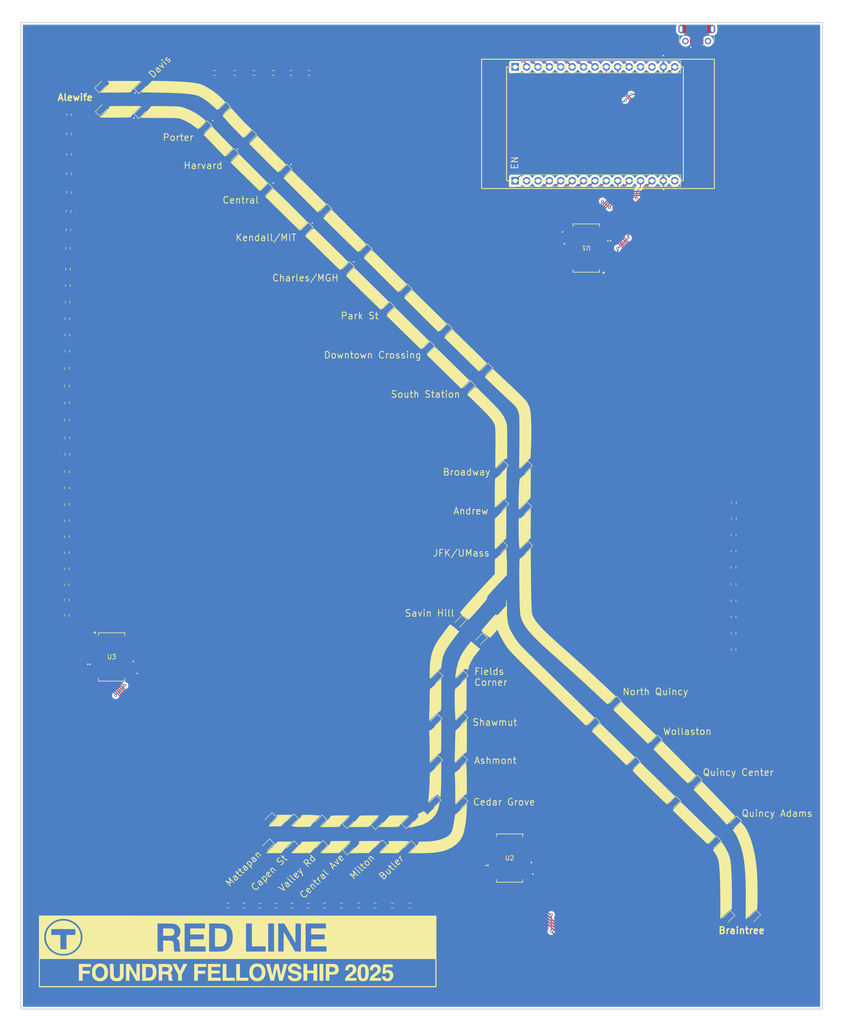
<source format=kicad_pcb>
(kicad_pcb (version 20241229) (generator "pcbnew") (generator_version "9.0")
  (layers (0 "F.Cu" signal) (2 "B.Cu" signal) (13 "F.Paste" user) (15 "B.Paste" user) (5 "F.SilkS" user "F.Silkscreen") (7 "B.SilkS" user "B.Silkscreen") (1 "F.Mask" user) (3 "B.Mask" user) (25 "Edge.Cuts" user))
  (net 0 "")
  (net 1 "/CS")
  (net 2 "GND")
  (net 3 "/SOUT3")
  (net 4 "/+5V")
  (net 5 "/LED49")
  (net 6 "Net-(D49-A)")
  (net 7 "/LED50")
  (net 8 "Net-(D50-A)")
  (net 9 "Net-(D51-A)")
  (net 10 "/LED51")
  (net 11 "Net-(D52-A)")
  (net 12 "/LED52")
  (net 13 "/LED53")
  (net 14 "Net-(D53-A)")
  (net 15 "/LED54")
  (net 16 "Net-(D54-A)")
  (net 17 "/LED55")
  (net 18 "Net-(D55-A)")
  (net 19 "/LED56")
  (net 20 "Net-(D56-A)")
  (net 21 "Net-(D57-A)")
  (net 22 "/LED57")
  (net 23 "Net-(D58-A)")
  (net 24 "/LED58")
  (net 25 "/LED59")
  (net 26 "/LED60")
  (net 27 "/LED61")
  (net 28 "/LED62")
  (net 29 "Net-(D1-A)")
  (net 30 "Net-(D2-A)")
  (net 31 "Net-(D3-A)")
  (net 32 "Net-(D4-A)")
  (net 33 "Net-(D5-A)")
  (net 34 "Net-(D6-A)")
  (net 35 "Net-(D7-A)")
  (net 36 "Net-(D8-A)")
  (net 37 "Net-(D9-A)")
  (net 38 "Net-(D10-A)")
  (net 39 "Net-(D11-A)")
  (net 40 "Net-(D12-A)")
  (net 41 "Net-(D13-A)")
  (net 42 "Net-(D14-A)")
  (net 43 "Net-(D15-A)")
  (net 44 "Net-(D16-A)")
  (net 45 "Net-(D17-A)")
  (net 46 "Net-(D18-A)")
  (net 47 "Net-(D19-A)")
  (net 48 "Net-(D20-A)")
  (net 49 "Net-(D21-A)")
  (net 50 "Net-(D22-A)")
  (net 51 "Net-(D23-A)")
  (net 52 "Net-(D24-A)")
  (net 53 "Net-(D25-A)")
  (net 54 "Net-(D26-A)")
  (net 55 "Net-(D27-A)")
  (net 56 "Net-(D28-A)")
  (net 57 "Net-(D29-A)")
  (net 58 "Net-(D30-A)")
  (net 59 "Net-(D31-A)")
  (net 60 "Net-(D32-A)")
  (net 61 "Net-(D33-A)")
  (net 62 "Net-(D34-A)")
  (net 63 "Net-(D35-A)")
  (net 64 "Net-(D36-A)")
  (net 65 "Net-(D37-A)")
  (net 66 "Net-(D38-A)")
  (net 67 "Net-(D39-A)")
  (net 68 "Net-(D40-A)")
  (net 69 "Net-(D41-A)")
  (net 70 "Net-(D42-A)")
  (net 71 "Net-(D43-A)")
  (net 72 "Net-(D44-A)")
  (net 73 "/SOUT0")
  (net 74 "/RESET3")
  (net 75 "/RESET2")
  (net 76 "/SCLK")
  (net 77 "/RESET1")
  (net 78 "/LED31")
  (net 79 "/LED26")
  (net 80 "/LED11")
  (net 81 "/LED28")
  (net 82 "/LED16")
  (net 83 "/LED13")
  (net 84 "/LED37")
  (net 85 "/LED3")
  (net 86 "/LED27")
  (net 87 "/LED30")
  (net 88 "/LED10")
  (net 89 "/LED32")
  (net 90 "/LED7")
  (net 91 "/LED42")
  (net 92 "/LED36")
  (net 93 "/LED24")
  (net 94 "/LED5")
  (net 95 "/LED39")
  (net 96 "/LED29")
  (net 97 "/LED1")
  (net 98 "/LED8")
  (net 99 "/LED41")
  (net 100 "/LED33")
  (net 101 "/LED19")
  (net 102 "/LED35")
  (net 103 "/LED17")
  (net 104 "/LED43")
  (net 105 "/LED18")
  (net 106 "/LED15")
  (net 107 "/LED6")
  (net 108 "/LED34")
  (net 109 "/LED25")
  (net 110 "/LED23")
  (net 111 "/LED14")
  (net 112 "/LED20")
  (net 113 "/LED9")
  (net 114 "/LED38")
  (net 115 "/LED21")
  (net 116 "/LED40")
  (net 117 "/LED44")
  (net 118 "/LED2")
  (net 119 "/LED4")
  (net 120 "/LED12")
  (net 121 "/LED22")
  (net 122 "/SOUT1")
  (net 125 "/+3.3V ESP")
  (net 133 "/SOUT2")
  (net 140 "Net-(D59-A)")
  (net 141 "Net-(D60-A)")
  (net 142 "Net-(D61-A)")
  (net 143 "Net-(D62-A)")
  (footprint "Resistor_SMD:R_0603_1608Metric" (layer "F.Cu") (at 190.475 223.172)
    (property "Reference" "R34" (hide yes))
    (property "Value" "750" (hide yes))
  )
  (footprint "LED_SMD:LED_0603_1608Metric" (layer "F.Cu") (at 239.943153 178.116847 -135)
    (property "Reference" "D16" (hide yes))
    (property "Value" "LED" (hide yes))
  )
  (footprint "Resistor_SMD:R_0603_1608Metric" (layer "F.Cu") (at 117.98 107.435 90)
    (property "Reference" "R8" (hide yes))
    (property "Value" "750" (hide yes))
  )
  (footprint "LED_SMD:LED_0603_1608Metric" (layer "F.Cu") (at 189.366847 90.273153 -135)
    (property "Reference" "D2" (hide yes))
    (property "Value" "LED" (hide yes))
  )
  (footprint "Resistor_SMD:R_0603_1608Metric" (layer "F.Cu") (at 118.26 72.7 -90)
    (property "Reference" "R61" (hide yes))
    (property "Value" "400" (hide yes))
  )
  (footprint "LED_SMD:LED_0603_1608Metric" (layer "F.Cu") (at 194.173153 210.306847 -135)
    (property "Reference" "D34" (hide yes))
    (property "Value" "LED" (hide yes))
  )
  (footprint "Resistor_SMD:R_0603_1608Metric" (layer "F.Cu") (at 266.55 147.875 90)
    (property "Reference" "R19" (hide yes))
    (property "Value" "750" (hide yes))
  )
  (footprint "Resistor_SMD:R_0603_1608Metric" (layer "F.Cu") (at 171.765 223.182)
    (property "Reference" "R39" (hide yes))
    (property "Value" "750" (hide yes))
  )
  (footprint "Resistor_SMD:R_0603_1608Metric" (layer "F.Cu") (at 117.92 144.545 90)
    (property "Reference" "R28" (hide yes))
    (property "Value" "750" (hide yes))
  )
  (footprint "Resistor_SMD:R_0603_1608Metric" (layer "F.Cu") (at 266.55 155.255 90)
    (property "Reference" "R21" (hide yes))
    (property "Value" "750" (hide yes))
  )
  (footprint "Resistor_SMD:R_0603_1608Metric" (layer "F.Cu") (at 266.57 140.695 90)
    (property "Reference" "R17" (hide yes))
    (property "Value" "750" (hide yes))
  )
  (footprint "LED_SMD:LED_0603_1608Metric" (layer "F.Cu") (at 180.97 210.33 45)
    (property "Reference" "D38" (hide yes))
    (property "Value" "LED" (hide yes))
  )
  (footprint "Resistor_SMD:R_0603_1608Metric" (layer "F.Cu") (at 160.885 223.202)
    (property "Reference" "R42" (hide yes))
    (property "Value" "750" (hide yes))
  )
  (footprint "Resistor_SMD:R_0603_1608Metric" (layer "F.Cu") (at 117.99 115.075 90)
    (property "Reference" "R10" (hide yes))
    (property "Value" "750" (hide yes))
  )
  (footprint "LED_SMD:LED_0603_1608Metric" (layer "F.Cu") (at 214.64 143.643153 -135)
    (property "Reference" "D11" (hide yes))
    (property "Value" "LED" (hide yes))
  )
  (footprint "Resistor_SMD:R_0603_1608Metric" (layer "F.Cu") (at 266.56 151.595 90)
    (property "Reference" "R20" (hide yes))
    (property "Value" "750" (hide yes))
  )
  (footprint "Resistor_SMD:R_0603_1608Metric" (layer "F.Cu") (at 118.02 122.695 90)
    (property "Reference" "R12" (hide yes))
    (property "Value" "750" (hide yes))
  )
  (footprint "LED_SMD:LED_0603_1608Metric" (layer "F.Cu") (at 205.833153 172.466847 -135)
    (property "Reference" "D26" (hide yes))
    (property "Value" "LED" (hide yes))
  )
  (footprint "LED_SMD:LED_0603_1608Metric" (layer "F.Cu") (at 199.996847 182.093153 -135)
    (property "Reference" "D28" (hide yes))
    (property "Value" "LED" (hide yes))
  )
  (footprint "LED_SMD:LED_0603_1608Metric" (layer "F.Cu") (at 162.583153 209.876847 -135)
    (property "Reference" "D43" (hide yes))
    (property "Value" "LED" (hide yes))
  )
  (footprint "Resistor_SMD:R_0603_1608Metric" (layer "F.Cu") (at 179.085 223.152)
    (property "Reference" "R37" (hide yes))
    (property "Value" "750" (hide yes))
  )
  (footprint "Resistor_SMD:R_0603_1608Metric" (layer "F.Cu") (at 266.54 162.505 90)
    (property "Reference" "R23" (hide yes))
    (property "Value" "750" (hide yes))
  )
  (footprint "GPIO Extender:SSOP28_MC_MCH" (layer "F.Cu") (at 216.617105 212.585002)
    (property "Reference" "U2")
    (property "Value" "MCP23S17T-E/SS" (hide yes))
  )
  (footprint "LED_SMD:LED_0603_1608Metric" (layer "F.Cu") (at 184.363153 77.426847 -135)
    (property "Reference" "D61" (hide yes))
    (property "Value" "LED" (hide yes))
  )
  (footprint "LED_SMD:LED_0603_1608Metric" (layer "F.Cu") (at 168.043153 210.326847 -135)
    (property "Reference" "D41" (hide yes))
    (property "Value" "LED" (hide yes))
  )
  (footprint "Resistor_SMD:R_0603_1608Metric" (layer "F.Cu") (at 150.795 37.76 180)
    (property "Reference" "R49" (hide yes))
    (property "Value" "400" (hide yes))
  )
  (footprint "LED_SMD:LED_0603_1608Metric" (layer "F.Cu") (at 200.123153 191.296847 -135)
    (property "Reference" "D30" (hide yes))
    (property "Value" "LED" (hide yes))
  )
  (footprint "Resistor_SMD:R_0603_1608Metric" (layer "F.Cu") (at 118.335 55.9 -90)
    (property "Reference" "R57" (hide yes))
    (property "Value" "400" (hide yes))
  )
  (footprint "LED_SMD:LED_0603_1608Metric" (layer "F.Cu") (at 265.273153 225.876847 -135)
    (property "Reference" "D24" (hide yes))
    (property "Value" "LED" (hide yes))
  )
  (footprint "LED_SMD:LED_0603_1608Metric" (layer "F.Cu") (at 171.223153 72.656847 -135)
    (property "Reference" "D60" (hide yes))
    (property "Value" "LED" (hide yes))
  )
  (footprint "LED_SMD:LED_0603_1608Metric" (layer "F.Cu") (at 174.3225 204.56 -135)
    (property "Reference" "D39" (hide yes))
    (property "Value" "LED" (hide yes))
  )
  (footprint "LED_SMD:LED_0603_1608Metric" (layer "F.Cu") (at 249.06 186.77 -135)
    (property "Reference" "D17" (hide yes))
    (property "Value" "LED" (hide yes))
  )
  (footprint "Resistor_SMD:R_0603_1608Metric" (layer "F.Cu") (at 118 111.235 90)
    (property "Reference" "R9" (hide yes))
    (property "Value" "750" (hide yes))
  )
  (footprint "Resistor_SMD:R_0603_1608Metric" (layer "F.Cu") (at 118.285 68.55 -90)
    (property "Reference" "R60" (hide yes))
    (property "Value" "400" (hide yes))
  )
  (footprint "Resistor_SMD:R_0603_1608Metric" (layer "F.Cu") (at 153.805 223.142)
    (property "Reference" "R44" (hide yes))
    (property "Value" "750" (hide yes))
  )
  (footprint "LED_SMD:LED_0603_1608Metric" (layer "F.Cu") (at 193.306847 86.343153 -135)
    (property "Reference" "D1" (hide yes))
    (property "Value" "LED" (hide yes))
  )
  (footprint "LED_SMD:LED_0603_1608Metric" (layer "F.Cu") (at 162.243153 63.866847 -135)
    (property "Reference" "D58" (hide yes))
    (property "Value" "LED" (hide yes))
  )
  (footprint "LED_SMD:LED_0603_1608Metric" (layer "F.Cu") (at 187.223153 204.676847 45)
    (property "Reference" "D35" (hide yes))
    (property "Value" "LED" (hide yes))
  )
  (footprint "LED_SMD:LED_0603_1608Metric" (layer "F.Cu") (at 205.706847 191.243153 -135)
    (property "Reference" "D29" (hide yes))
    (property "Value" "LED" (hide yes))
  )
  (footprint "LED_SMD:LED_0603_1608Metric" (layer "F.Cu") (at 187.723153 210.126847 -135)
    (property "Reference" "D36" (hide yes))
    (property "Value" "LED" (hide yes))
  )
  (footprint "LED_SMD:LED_0603_1608Metric" (layer "F.Cu") (at 210.093153 164.026847 -135)
    (property "Reference" "D14" (hide yes))
    (property "Value" "LED" (hide yes))
  )
  (footprint "LED_SMD:LED_0603_1608Metric" (layer "F.Cu") (at 125.646847 40.613153 45)
    (property "Reference" "D49" (hide yes))
    (property "Value" "LED" (hide yes))
  )
  (footprint "Resistor_SMD:R_0603_1608Metric" (layer "F.Cu") (at 157.405 223.162)
    (property "Reference" "R43" (hide yes))
    (property "Value" "750" (hide yes))
  )
  (footprint "demo.preety:sign" (layer "F.Cu") (at 156.237234 233.353976)
    (property "Reference" "G***" (hide yes))
    (property "Value" "LOGO" (hide yes))
  )
  (footprint "Resistor_SMD:R_0603_1608Metric" (layer "F.Cu") (at 118.335 64.325 -90)
    (property "Reference" "R59" (hide yes))
    (property "Value" "400" (hide yes))
  )
  (footprint "LED_SMD:LED_0603_1608Metric" (layer "F.Cu") (at 262.193153 209.266847 -135)
    (property "Reference" "D22" (hide yes))
    (property "Value" "LED" (hide yes))
  )
  (footprint "Resistor_SMD:R_0603_1608Metric" (layer "F.Cu") (at 118.03 96.135 90)
    (property "Reference" "R5" (hide yes))
    (property "Value" "750" (hide yes))
  )
  (footprint "Resistor_SMD:R_0603_1608Metric" (layer "F.Cu") (at 118.11 85.065 90)
    (property "Reference" "R2" (hide yes))
    (property "Value" "750" (hide yes))
  )
  (footprint "LED_SMD:LED_0603_1608Metric" (layer "F.Cu") (at 253.163153 200.356847 -135)
    (property "Reference" "D20" (hide yes))
    (property "Value" "LED" (hide yes))
  )
  (footprint "LED_SMD:LED_0603_1608Metric" (layer "F.Cu") (at 205.766847 181.823153 -135)
    (property "Reference" "D27" (hide yes))
    (property "Value" "LED" (hide yes))
  )
  (footprint "LED_SMD:LED_0603_1608Metric" (layer "F.Cu") (at 175.383153 68.496847 -135)
    (property "Reference" "D59" (hide yes))
    (property "Value" "LED" (hide yes))
  )
  (footprint "Resistor_SMD:R_0603_1608Metric" (layer "F.Cu") (at 117.96 137.425 90)
    (property "Reference" "R26" (hide yes))
    (property "Value" "750" (hide yes))
  )
  (footprint "LED_SMD:LED_0603_1608Metric" (layer "F.Cu") (at 152.836847 45.803153 -135)
    (property "Reference" "D53" (hide yes))
    (property "Value" "LED" (hide yes))
  )
  (footprint "Resistor_SMD:R_0603_1608Metric" (layer "F.Cu") (at 118.05 99.725 90)
    (property "Reference" "R6" (hide yes))
    (property "Value" "750" (hide yes))
  )
  (footprint "Resistor_SMD:R_0603_1608Metric" (layer "F.Cu") (at 194.375 223.172)
    (property "Reference" "R33" (hide yes))
    (property "Value" "750" (hide yes))
  )
  (footprint "GPIO Extender:SSOP28_MC_MCH" (layer "F.Cu") (at 127.9 167.81)
    (property "Reference" "U3")
    (property "Value" "MCP23S17T-E/SS" (hide yes))
  )
  (footprint "LED_SMD:LED_0603_1608Metric" (layer "F.Cu") (at 214.873153 134.266847 -135)
    (property "Reference" "D9" (hide yes))
    (property "Value" "LED" (hide yes))
  )
  (footprint "LED_SMD:LED_0603_1608Metric" (layer "F.Cu") (at 235.203153 182.856847 -135)
    (property "Reference" "D15" (hide yes))
    (property "Value" "LED" (hide yes))
  )
  (footprint "LED_SMD:LED_0603_1608Metric" (layer "F.Cu") (at 194.073153 204.476847 45)
    (property "Reference" "D33" (hide yes))
    (property "Value" "LED" (hide yes))
  )
  (footprint "LED_SMD:LED_0603_1608Metric" (layer "F.Cu") (at 148.663153 49.976847 -135)
    (property "Reference" "D54" (hide yes))
    (property "Value" "LED" (hide yes))
  )
  (footprint "LED_SMD:LED_0603_1608Metric" (layer "F.Cu") (at 220.133153 125.746847 -135)
    (property "Reference" "D7" (hide yes))
    (property "Value" "LED" (hide yes))
  )
  (footprint "LED_SMD:LED_0603_1608Metric" (layer "F.Cu") (at 174.503153 210.276847 -135)
    (property "Reference" "D40" (hide yes))
    (property "Value" "LED" (hide yes))
  )
  (footprint "Resistor_SMD:R_0603_1608Metric" (layer "F.Cu") (at 159.645 37.76 180)
    (property "Reference" "R51" (hide yes))
    (property "Value" "400" (hide yes))
  )
  (footprint "Resistor_SMD:R_0603_1608Metric" (layer "F.Cu") (at 117.91 148.145 90)
    (property "Reference" "R29" (hide yes))
    (property "Value" "750" (hide yes))
  )
  (footprint "Resistor_SMD:R_0603_1608Metric" (layer "F.Cu") (at 168.075 223.182)
    (property "Reference" "R40" (hide yes))
    (property "Value" "750" (hide yes))
  )
  (footprint "Resistor_SMD:R_0603_1608Metric" (layer "F.Cu") (at 118.05 92.475 90)
    (property "Reference" "R4" (hide yes))
    (property "Value" "750" (hide yes))
  )
  (footprint "LED_SMD:LED_0603_1608Metric" (layer "F.Cu") (at 198.333153 99.076847 -135)
    (property "Reference" "D4" (hide yes))
    (property "Value" "LED" (hide yes))
  )
  (footprint "GPIO Extender:SSOP28_MC_MCH" (layer "F.Cu") (at 233.683887 76.753897 180)
    (property "Reference" "U1")
    (property "Value" "MCP23S17T-E/SS" (hide yes))
  )
  (footprint "Resistor_SMD:R_0603_1608Metric" (layer "F.Cu") (at 266.54 166.165 90)
    (property "Reference" "R24" (hide yes))
    (property "Value" "750" (hide yes))
  )
  (footprint "LED_SMD:LED_0603_1608Metric" (layer "F.Cu") (at 180.863153 204.426847 45)
    (property "Reference" "D37" (hide yes))
    (property "Value" "LED" (hide yes))
  )
  (footprint "Resistor_SMD:R_0603_1608Metric" (layer "F.Cu") (at 118.335 51.375 -90)
    (property "Reference" "R56" (hide yes))
    (property "Value" "400" (hide yes))
  )
  (footprint "LED_SMD:LED_0603_1608Metric" (layer "F.Cu") (at 199.773153 200.206847 -135)
    (property "Reference" "D32" (hide yes))
    (property "Value" "LED" (hide yes))
  )
  (footprint "LED_SMD:LED_0603_1608Metric" (layer "F.Cu") (at 211.276847 103.953153 -135)
    (property "Reference" "D5" (hide yes))
    (property "Value" "LED" (hide yes))
  )
  (footprint "Resistor_SMD:R_0603_1608Metric" (layer "F.Cu") (at 117.98 133.825 90)
    (property "Reference" "R25" (hide yes))
    (property "Value" "750" (hide yes))
  )
  (footprint "LED_SMD:LED_0603_1608Metric" (layer "F.Cu") (at 167.993153 204.316847 -135)
    (property "Reference" "D42" (hide yes))
    (property "Value" "LED" (hide yes))
  )
  (footprint "Resistor_SMD:R_0603_1608Metric" (layer "F.Cu") (at 118.02 119.005 90)
    (property "Reference" "R11" (hide yes))
    (property "Value" "750" (hide yes))
  )
  (footprint "Connector_PinHeader_2.54mm:PinHeader_1x15_P2.54mm_Vertical" (layer "F.Cu") (at 217.8608 36.4074 90)
    (property "Reference" "J3" (hide yes))
    (property "Value" "Conn_01x15_Socket" (hide yes))
  )
  (footprint "LED_SMD:LED_0603_1608Metric" (layer "F.Cu") (at 125.8 45.86 45)
    (property "Reference" "D50" (hide yes))
    (property "Value" "LED" (hide yes))
  )
  (footprint "LED_SMD:LED_0603_1608Metric" (layer "F.Cu") (at 158.67 52.02 -135)
    (property "Reference" "D55" (hide yes))
    (property "Value" "LED" (hide yes))
  )
  (footprint "Resistor_SMD:R_0603_1608Metric" (layer "F.Cu") (at 171.92 37.76 180)
    (property "Reference" "R54" (hide yes))
    (property "Value" "400" (hide yes))
  )
  (footprint "LED_SMD:LED_0603_1608Metric" (layer "F.Cu") (at 266.746847 204.803153 -135)
    (property "Reference" "D21" (hide yes))
    (property "Value" "LED" (hide yes))
  )
  (footprint "Resistor_SMD:R_0603_1608Metric" (layer "F.Cu") (at 266.55 144.265 90)
    (property "Reference" "R18" (hide yes))
    (property "Value" "750" (hide yes))
  )
  (footprint "Resistor_SMD:R_0603_1608Metric" (layer "F.Cu") (at 266.6 137.005 90)
    (property "Reference" "R16" (hide yes))
    (property "Value" "750" (hide yes))
  )
  (footprint "Resistor_SMD:R_0603_1608Metric" (layer "F.Cu") (at 118.08 88.805 90)
    (property "Reference" "R3" (hide yes))
    (property "Value" "750" (hide yes))
  )
  (footprint "LED_SMD:LED_0603_1608Metric" (layer "F.Cu") (at 134.486847 40.783153 45)
    (property "Reference" "D51" (hide yes))
    (property "Value" "LED" (hide yes))
  )
  (footprint "Resistor_SMD:R_0603_1608Metric" (layer "F.Cu") (at 155.295 37.76 180)
    (property "Reference" "R50" (hide yes))
    (property "Value" "400" (hide yes))
  )
  (footprint "LED_SMD:LED_0603_1608Metric" (layer "F.Cu") (at 200.193153 172.536847 -135)
    (property "Reference" "D25" (hide yes))
    (property "Value" "LED" (hide yes))
  )
  (footprint "Resistor_SMD:R_0603_1608Metric" (layer "F.Cu") (at 118.335 47.05 -90)
    (property "Reference" "R55" (hide yes))
    (property "Value" "400" (hide yes))
  )
  (footprint "LED_SMD:LED_0603_1608Metric" (layer "F.Cu") (at 202.243153 95.116847 -135)
    (property "Reference" "D3" (hide yes))
    (property "Value" "LED" (hide yes))
  )
  (footprint "LED_SMD:LED_0603_1608Metric" (layer "F.Cu") (at 134.446847 46.363153 45)
    (property "Reference" "D52" (hide yes))
    (property "Value" "LED" (hide yes))
  )
  (footprint "LED_SMD:LED_0603_1608Metric" (layer "F.Cu") (at 207.376847 107.853153 -135)
    (property "Reference" "D6" (hide yes))
    (property "Value" "LED" (hide yes))
  )
  (footprint "LED_SMD:LED_0603_1608Metric" (layer "F.Cu") (at 180.403153 81.376847 -135)
    (property "Reference" "D62" (hide yes))
    (property "Value" "LED" (hide yes))
  )
  (footprint "demo.preety:mapagain" (layer "F.Cu") (at 198.4 132.59)
    (property "Reference" "G***" (hide yes))
    (property "Value" "LOGO" (hide yes))
  )
  (footprint "Resistor_SMD:R_0603_1608Metric" (layer "F.Cu") (at 266.6 133.455 90)
    (property "Reference" "R15" (hide yes))
    (property "Value" "750" (hide yes))
  )
  (footprint "LED_SMD:LED_0603_1608Metric" (layer "F.Cu") (at 163.133153 204.016847 -135)
    (property "Reference" "D44" (hide yes))
    (property "Value" "LED" (hide yes))
  )
  (footprint "Resistor_SMD:R_0603_1608Metric" (layer "F.Cu") (at 118.335 60.2 -90)
    (property "Reference" "R58" (hide yes))
    (property "Value" "400" (hide yes))
  )
  (footprint "LED_SMD:LED_0603_1608Metric" (layer "F.Cu") (at 244.183153 191.646847 -135)
    (property "Reference" "D18" (hide yes))
    (property "Value" "LED" (hide yes))
  )
  (footprint "Resistor_SMD:R_0603_1608Metric" (layer "F.Cu") (at 266.55 158.875 90)
    (property "Reference" "R22" (hide yes))
    (property "Value" "750" (hide yes))
  )
  (footprint "LED_SMD:LED_0603_1608Metric" (layer "F.Cu") (at 271.023153 225.756847 -135)
    (property "Reference" "D23" (hide yes))
    (property "Value" "LED" (hide yes))
  )
  (footprint "OEM:USB_Micro-B_Molex-105017-0001" (layer "F.Cu") (at 258.32 29.2075 180)
    (property "Reference" "J4" (hide yes))
    (property "Value" "USB_B_Micro" (hide yes))
  )
  (footprint "Resistor_SMD:R_0603_1608Metric" (layer "F.Cu") (at 118.13 81.46 90)
    (property "Reference" "R1" (hide yes))
    (property "Value" "750" (hide yes))
  )
  (footprint "Resistor_SMD:R_0603_1608Metric" (layer "F.Cu") (at 117.91 158.525 90)
    (property "Reference" "R32" (hide yes))
    (property "Value" "750" (hide yes))
  )
  (footprint "Resistor_SMD:R_0603_1608Metric" (layer "F.Cu") (at 163.895 37.76 180)
    (property "Reference" "R52" (hide yes))
    (property "Value" "400" (hide yes))
  )
  (footprint "Resistor_SMD:R_0603_1608Metric" (layer "F.Cu") (at 182.935 223.102)
    (property "Reference" "R36" (hide yes))
    (property "Value" "750" (hide yes))
  )
  (footprint "Resistor_SMD:R_0603_1608Metric" (layer "F.Cu") (at 118.21 76.775 -90)
    (property "Reference" "R62" (hide yes))
    (property "Value" "400" (hide yes))
  )
  (footprint "Resistor_SMD:R_0603_1608Metric" (layer "F.Cu") (at 186.685 223.172)
    (property "Reference" "R35" (hide yes))
    (property "Value" "750" (hide yes))
  )
  (footprint "Resistor_SMD:R_0603_1608Metric" (layer "F.Cu") (at 175.355 223.152)
    (property "Reference" "R38" (hide yes))
    (property "Value" "750" (hide yes))
  )
  (footprint "Resistor_SMD:R_0603_1608Metric" (layer "F.Cu") (at 118 126.545 90)
    (property "Reference" "R13" (hide yes))
    (property "Value" "750" (hide yes))
  )
  (footprint "LED_SMD:LED_0603_1608Metric" (layer "F.Cu") (at 257.946847 195.683153 -135)
    (property "Reference" "D19" (hide yes))
    (property "Value" "LED" (hide yes))
  )
  (footprint "Resistor_SMD:R_0603_1608Metric" (layer "F.Cu") (at 164.465 223.202)
    (property "Reference" "R41" (hide yes))
    (property "Value" "750" (hide yes))
  )
  (footprint "LED_SMD:LED_0603_1608Metric" (layer "F.Cu") (at 220.203153 143.606847 -135)
    (property "Reference" "D12" (hide yes))
    (property "Value" "LED" (hide yes))
  )
  (footprint "LED_SMD:LED_0603_1608Metric" (layer "F.Cu") (at 214.773153 125.746847 -135)
    (property "Reference" "D8" (hide yes))
    (property "Value" "LED" (hide yes))
  )
  (footprint "LED_SMD:LED_0603_1608Metric" (layer "F.Cu") (at 154.613153 56.146847 -135)
    (property "Reference" "D56" (hide yes))
    (property "Value" "LED" (hide yes))
  )
  (footprint "Resistor_SMD:R_0603_1608Metric" (layer "F.Cu") (at 167.845 37.76 180)
    (property "Reference" "R53" (hide yes))
    (property "Value" "400" (hide yes))
  )
  (footprint "Connector_PinHeader_2.54mm:PinHeader_1x15_P2.54mm_Vertical" (layer "F.Cu") (at 217.8608 61.7574 90)
    (property "Reference" "J2" (hide yes))
    (property "Value" "Conn_01x15_Socket" (hide yes))
  )
  (footprint "Resistor_SMD:R_0603_1608Metric" (layer "F.Cu") (at 117.87 155.105 90)
    (property "Reference" "R31" (hide yes))
    (property "Value" "750" (hide yes))
  )
  (footprint "LED_SMD:LED_0603_1608Metric" (layer "F.Cu") (at 205.478965 160.071036 -135)
    (property "Reference" "D13" (hide yes))
    (property "Value" "LED" (hide yes))
  )
  (footprint "LED_SMD:LED_0603_1608Metric" (layer "F.Cu") (at 166.453153 59.656847 -135)
    (property "Reference" "D57" (hide yes))
    (property "Value" "LED" (hide yes))
  )
  (footprint "Resistor_SMD:R_0603_1608Metric" (layer "F.Cu") (at 117.98 103.535 90)
    (property "Reference" "R7" (hide yes))
    (property "Value" "750" (hide yes))
  )
  (footprint "Resistor_SMD:R_0603_1608Metric" (layer "F.Cu") (at 117.92 140.995 90)
    (property "Reference" "R27" (hide yes))
    (property "Value" "750" (hide yes))
  )
  (footprint "Resistor_SMD:R_0603_1608Metric" (layer "F.Cu") (at 118 130.165 90)
    (property "Reference" "R14" (hide yes))
    (property "Value" "750" (hide yes))
  )
  (footprint "LED_SMD:LED_0603_1608Metric" (layer "F.Cu") (at 219.993153 134.846847 -135)
    (property "Reference" "D10" (hide yes))
    (property "Value" "LED" (hide yes))
  )
  (footprint "LED_SMD:LED_0603_1608Metric" (layer "F.Cu") (at 205.793153 200.496847 -135)
    (property "Reference" "D31" (hide yes))
    (property "Value" "LED" (hide yes))
  )
  (footprint "Resistor_SMD:R_0603_1608Metric" (layer "F.Cu") (at 117.88 151.735 90)
    (property "Reference" "R30" (hide yes))
    (property "Value" "750" (hide yes))
  )
  (gr_rect (start 210.37 34.69) (end 262.24 63.497) (stroke (width 0.2)) (fill no) (layer "F.SilkS"))
  (gr_rect (start 215.9358 36.4024) (end 255.3312 61.7324) (stroke (width 0.2)) (fill no) (layer "F.SilkS"))
  (gr_rect (start 107.615 26.505724) (end 286.34 246.21) (stroke (width 0.2)) (fill no) (layer "Edge.Cuts"))
  (gr_text "Davis" (at 137.08 39.18 45) (layer "F.SilkS") (effects (font (size 1.5 1.5) (thickness 0.1875)) (justify left bottom)))
  (gr_text "Broadway" (at 201.62 127.51 0) (layer "F.SilkS") (effects (font (size 1.5 1.5) (thickness 0.1875)) (justify left bottom)))
  (gr_text "Braintree" (at 263.03 229.59 0) (layer "F.SilkS") (effects (font (size 1.5 1.5) (thickness 0.3) (bold yes)) (justify left bottom)))
  (gr_text "JFK/UMass" (at 199.43 145.55 0) (layer "F.SilkS") (effects (font (size 1.5 1.5) (thickness 0.1875)) (justify left bottom)))
  (gr_text "Andrew" (at 203.96 136.18 0) (layer "F.SilkS") (effects (font (size 1.5 1.5) (thickness 0.1875)) (justify left bottom)))
  (gr_text "Central Ave" (at 170.72 221.93 45) (layer "F.SilkS") (effects (font (size 1.5 1.5) (thickness 0.1875)) (justify left bottom)))
  (gr_text "Ashmont" (at 208.61 191.72 0) (layer "F.SilkS") (effects (font (size 1.5 1.5) (thickness 0.1875)) (justify left bottom)))
  (gr_text "Central" (at 152.5 66.95 0) (layer "F.SilkS") (effects (font (size 1.5 1.5) (thickness 0.1875)) (justify left bottom)))
  (gr_text "Butler\n" (at 188.42 217.75 45) (layer "F.SilkS") (effects (font (size 1.5 1.5) (thickness 0.1875)) (justify left bottom)))
  (gr_text "Charles/MGH" (at 163.57 84.28 0) (layer "F.SilkS") (effects (font (size 1.5 1.5) (thickness 0.1875)) (justify left bottom)))
  (gr_text "Downtown Crossing" (at 175.09 101.45 0) (layer "F.SilkS") (effects (font (size 1.5 1.5) (thickness 0.1875)) (justify left bottom)))
  (gr_text "Cedar Grove" (at 208.36 200.99 0) (layer "F.SilkS") (effects (font (size 1.5 1.5) (thickness 0.1875)) (justify left bottom)))
  (gr_text "Quincy Adams\n" (at 268.22 203.52 0) (layer "F.SilkS") (effects (font (size 1.5 1.5) (thickness 0.1875)) (justify left bottom)))
  (gr_text "Savin Hill" (at 193.15 158.94 0) (layer "F.SilkS") (effects (font (size 1.5 1.5) (thickness 0.1875)) (justify left bottom)))
  (gr_text "Shawmut" (at 208.23 183.23 0) (layer "F.SilkS") (effects (font (size 1.5 1.5) (thickness 0.1875)) (justify left bottom)))
  (gr_text "Mattapan" (at 154.21 219.25 45) (layer "F.SilkS") (effects (font (size 1.5 1.5) (thickness 0.1875)) (justify left bottom)))
  (gr_text "North Quincy" (at 241.67 176.42 0) (layer "F.SilkS") (effects (font (size 1.5 1.5) (thickness 0.1875)) (justify left bottom)))
  (gr_text "Park St" (at 178.85 92.71 0) (layer "F.SilkS") (effects (font (size 1.5 1.5) (thickness 0.1875)) (justify left bottom)))
  (gr_text "Fields \nCorner" (at 208.61 174.34 0) (layer "F.SilkS") (effects (font (size 1.5 1.5) (thickness 0.1875)) (justify left bottom)))
  (gr_text "Valley Rd" (at 166.05 220.44 45) (layer "F.SilkS") (effects (font (size 1.5 1.5) (thickness 0.1875)) (justify left bottom)))
  (gr_text "South Station" (at 190.02 110.19 0) (layer "F.SilkS") (effects (font (size 1.5 1.5) (thickness 0.1875)) (justify left bottom)))
  (gr_text "Milton" (at 181.86 217.65 45) (layer "F.SilkS") (effects (font (size 1.5 1.5) (thickness 0.1875)) (justify left bottom)))
  (gr_text "Capen St" (at 159.88 220.24 45) (layer "F.SilkS") (effects (font (size 1.5 1.5) (thickness 0.1875)) (justify left bottom)))
  (gr_text "Harvard" (at 143.84 59.25 0) (layer "F.SilkS") (effects (font (size 1.5 1.5) (thickness 0.1875)) (justify left bottom)))
  (gr_text "Kendall/MIT" (at 155.39 75.3 0) (layer "F.SilkS") (effects (font (size 1.5 1.5) (thickness 0.1875)) (justify left bottom)))
  (gr_text "Wollaston\n" (at 250.71 185.27 0) (layer "F.SilkS") (effects (font (size 1.5 1.5) (thickness 0.1875)) (justify left bottom)))
  (gr_text "EN" (at 218.6358 59.3574 90) (layer "F.SilkS") (effects (font (size 1.5 1.5) (thickness 0.1875)) (justify left bottom)))
  (gr_text "Porter" (at 139.18 52.99 0) (layer "F.SilkS") (effects (font (size 1.5 1.5) (thickness 0.1875)) (justify left bottom)))
  (gr_text "Quincy Center" (at 259.56 194.4 0) (layer "F.SilkS") (effects (font (size 1.5 1.5) (thickness 0.1875)) (justify left bottom)))
  (gr_text "Alewife" (at 115.68 44.08 0) (layer "F.SilkS") (effects (font (size 1.5 1.5) (thickness 0.3) (bold yes)) (justify left bottom)))
  (segment (start 237.311688 74.478898) (end 237.326686 74.493896) (width 0.25) (layer "F.Cu") (net 1))
  (segment (start 133.14 178.001166) (end 131.884016 176.745182) (width 0.25) (layer "F.Cu") (net 1))
  (segment (start 212.960402 214.888903) (end 212.989304 214.860001) (width 0.25) (layer "F.Cu") (net 1))
  (segment (start 240.7208 61.7574) (end 240.7208 63.792804) (width 0.25) (layer "F.Cu") (net 1))
  (segment (start 236.18669 74.478898) (end 237.311688 74.478898) (width 0.25) (layer "F.Cu") (net 1))
  (segment (start 272.1 228.22) (end 227.372625 228.22) (width 0.25) (layer "F.Cu") (net 1))
  (segment (start 133.14 205.741225) (end 133.14 178.001166) (width 0.25) (layer "F.Cu") (net 1))
  (segment (start 240.7208 63.792804) (end 234.218 70.295604) (width 0.25) (layer "F.Cu") (net 1))
  (segment (start 239.673896 74.493896) (end 279.84 114.66) (width 0.25) (layer "F.Cu") (net 1))
  (segment (start 206.172321 214.888903) (end 212.960402 214.888903) (width 0.25) (layer "F.Cu") (net 1))
  (segment (start 234.218 72.510208) (end 236.18669 74.478898) (width 0.25) (layer "F.Cu") (net 1))
  (segment (start 227.372625 228.22) (end 214.012626 214.860001) (width 0.25) (layer "F.Cu") (net 1))
  (segment (start 196.239224 224.822) (end 152.220775 224.822) (width 0.25) (layer "F.Cu") (net 1))
  (segment (start 125.224999 170.084999) (end 124.272199 170.084999) (width 0.25) (layer "F.Cu") (net 1))
  (segment (start 214.012626 214.860001) (end 212.989304 214.860001) (width 0.25) (layer "F.Cu") (net 1))
  (segment (start 152.220775 224.822) (end 133.14 205.741225) (width 0.25) (layer "F.Cu") (net 1))
  (segment (start 131.884016 176.744016) (end 125.224999 170.084999) (width 0.25) (layer "F.Cu") (net 1))
  (segment (start 237.326686 74.493896) (end 239.673896 74.493896) (width 0.25) (layer "F.Cu") (net 1))
  (segment (start 131.884016 176.745182) (end 131.884016 176.744016) (width 0.25) (layer "F.Cu") (net 1))
  (segment (start 196.239224 224.822) (end 206.172321 214.888903) (width 0.25) (layer "F.Cu") (net 1))
  (segment (start 234.218 70.295604) (end 234.218 72.510208) (width 0.25) (layer "F.Cu") (net 1))
  (segment (start 279.84 220.48) (end 272.1 228.22) (width 0.25) (layer "F.Cu") (net 1))
  (segment (start 279.84 114.66) (end 279.84 220.48) (width 0.25) (layer "F.Cu") (net 1))
  (segment (start 220.254907 216.15) (end 220.244906 216.160001) (width 0.25) (layer "F.Cu") (net 2))
  (segment (start 149.32 49.42) (end 150.43 48.31) (width 0.2) (layer "F.Cu") (net 2))
  (segment (start 221.539306 215.510002) (end 220.244906 215.510002) (width 0.25) (layer "F.Cu") (net 2))
  (segment (start 184.92 76.87) (end 184.92 77.96743) (width 0.2) (layer "F.Cu") (net 2))
  (segment (start 180.96 80.82) (end 180.96 80.72) (width 0.2) (layer "F.Cu") (net 2))
  (segment (start 157.03743 54.75) (end 155.97 54.75) (width 0.2) (layer "F.Cu") (net 2))
  (segment (start 133.75 46.92) (end 132.87 47.8) (width 0.2) (layer "F.Cu") (net 2))
  (segment (start 122.516306 43.69) (end 122.47 43.69) (width 0.2) (layer "F.Cu") (net 2))
  (segment (start 131.617801 170.825) (end 131.527801 170.735) (width 0.25) (layer "F.Cu") (net 2))
  (segment (start 211.328527 214.262903) (end 212.936401 214.262903) (width 0.25) (layer "F.Cu") (net 2))
  (segment (start 155.17 55.59) (end 155.17 55.55) (width 0.2) (layer "F.Cu") (net 2))
  (segment (start 153.393694 45.246306) (end 152.296264 45.246306) (width 0.2) (layer "F.Cu") (net 2))
  (segment (start 152.296264 45.246306) (end 150.43 47.11257) (width 0.2) (layer "F.Cu") (net 2))
  (segment (start 229.081689 73.828897) (end 228.411688 73.158896) (width 0.254) (layer "F.Cu") (net 2))
  (segment (start 221.789304 216.46) (end 221.439302 216.810002) (width 0.25) (layer "F.Cu") (net 2))
  (segment (start 167.01 59.1) (end 167.01 59.01) (width 0.2) (layer "F.Cu") (net 2))
  (segment (start 122.58 169.425) (end 124.262201 169.425) (width 0.25) (layer "F.Cu") (net 2))
  (segment (start 131.622802 171.48) (end 131.527801 171.384999) (width 0.25) (layer "F.Cu") (net 2))
  (segment (start 221.789304 215.76) (end 221.539306 215.510002) (width 0.25) (layer "F.Cu") (net 2))
  (segment (start 239.121688 75.118896) (end 237.321691 75.118896) (width 0.254) (layer "F.Cu") (net 2))
  (segment (start 221.789304 216.15) (end 220.254907 216.15) (width 0.25) (layer "F.Cu") (net 2))
  (segment (start 183.05743 79.83) (end 181.85 79.83) (width 0.2) (layer "F.Cu") (net 2))
  (segment (start 221.439302 216.810002) (end 220.244906 216.810002) (width 0.25) (layer "F.Cu") (net 2))
  (segment (start 124.262201 169.425) (end 124.272199 169.434998) (width 0.25) (layer "F.Cu") (net 2))
  (segment (start 162.8 63.31) (end 162.93 63.31) (width 0.2) (layer "F.Cu") (net 2))
  (segment (start 250.895 33.872) (end 250.8808 33.8862) (width 0.25) (layer "F.Cu") (net 2))
  (segment (start 221.789304 216.15) (end 221.789304 216.46) (width 0.25) (layer "F.Cu") (net 2))
  (segment (start 159.226847 52.560583) (end 157.03743 54.75) (width 0.2) (layer "F.Cu") (net 2))
  (segment (start 171.78 72.01) (end 172.61 71.18) (width 0.2) (layer "F.Cu") (net 2))
  (segment (start 173.79743 71.18) (end 172.61 71.18) (width 0.2) (layer "F.Cu") (net 2))
  (segment (start 230.036084 73.158896) (end 230.056086 73.178898) (width 0.254) (layer "F.Cu") (net 2))
  (segment (start 230.056086 73.828897) (end 229.081689 73.828897) (width 0.254) (layer "F.Cu") (net 2))
  (segment (start 133.61 171.48) (end 132.955 170.825) (width 0.25) (layer "F.Cu") (net 2))
  (segment (start 133.89 46.92) (end 133.75 46.92) (width 0.2) (layer "F.Cu") (net 2))
  (segment (start 162.93 63.31) (end 163.94 62.3) (width 0.2) (layer "F.Cu") (net 2))
  (segment (start 230.056086 72.528897) (end 229.041687 72.528897) (width 0.254) (layer "F.Cu") (net 2))
  (segment (start 125.09 41.17) (end 122.57 43.69) (width 0.2) (layer "F.Cu") (net 2))
  (segment (start 133.93 41.34) (end 133.93 41.38) (width 0.2) (layer "F.Cu") (net 2))
  (segment (start 250.92 61.7966) (end 250.8808 61.7574) (width 0.25) (layer "F.Cu") (net 2))
  (segment (start 122.57 43.69) (end 122.47 43.69) (width 0.2) (layer "F.Cu") (net 2))
  (segment (start 229.041687 72.528897) (end 228.411688 73.158896) (width 0.254) (layer "F.Cu") (net 2))
  (segment (start 155.17 55.55) (end 155.97 54.75) (width 0.2) (layer "F.Cu") (net 2))
  (segment (start 149.22 49.42) (end 149.32 49.42) (width 0.2) (layer "F.Cu") (net 2))
  (segment (start 212.936401 214.262903) (end 212.989304 214.21) (width 0.25) (layer "F.Cu") (net 2))
  (segment (start 131.617801 172.125) (end 131.527801 172.035) (width 0.25) (layer "F.Cu") (net 2))
  (segment (start 175.94 69.03743) (end 173.79743 71.18) (width 0.2) (layer "F.Cu") (net 2))
  (segment (start 257 32.01) (end 257 30.6) (width 0.254) (layer "F.Cu") (net 2))
  (segment (start 133.61 171.48) (end 132.965 172.125) (width 0.25) (layer "F.Cu") (net 2))
  (segment (start 184.92 77.96743) (end 183.05743 79.83) (width 0.2) (layer "F.Cu") (net 2))
  (segment (start 171.78 72.1) (end 171.78 72.01) (width 0.2) (layer "F.Cu") (net 2))
  (segment (start 150.43 47.11257) (end 150.43 48.31) (width 0.2) (layer "F.Cu") (net 2))
  (segment (start 175.94 67.94) (end 175.94 69.03743) (width 0.2) (layer "F.Cu") (net 2))
  (segment (start 132.965 172.125) (end 131.617801 172.125) (width 0.25) (layer "F.Cu") (net 2))
  (segment (start 159.226847 51.463153) (end 159.226847 52.560583) (width 0.2) (layer "F.Cu") (net 2))
  (segment (start 237.321691 75.118896) (end 237.311688 75.128899) (width 0.254) (layer "F.Cu") (net 2))
  (segment (start 175.94 67.94) (end 175.94 67.89) (width 0.2) (layer "F.Cu") (net 2))
  (segment (start 250.8808 33.8862) (end 250.8808 36.4074) (width 0.25) (layer "F.Cu") (net 2))
  (segment (start 167.01 59.01) (end 167.87 58.15) (width 0.2) (layer "F.Cu") (net 2))
  (segment (start 250.92 63.75) (end 250.92 61.7966) (width 0.25) (layer "F.Cu") (net 2))
  (segment (start 125.243153 46.416847) (end 122.516306 43.69) (width 0.2) (layer "F.Cu") (net 2))
  (segment (start 180.96 80.72) (end 181.85 79.83) (width 0.2) (layer "F.Cu") (net 2))
  (segment (start 133.93 41.38) (end 133.09 42.22) (width 0.2) (layer "F.Cu") (net 2))
  (segment (start 257 30.6) (end 257.02 30.58) (width 0.254) (layer "F.Cu") (net 2))
  (segment (start 132.955 170.825) (end 131.617801 170.825) (width 0.25) (layer "F.Cu") (net 2))
  (segment (start 221.789304 216.15) (end 221.789304 215.76) (width 0.25) (layer "F.Cu") (net 2))
  (segment (start 228.411688 73.158896) (end 230.036084 73.158896) (width 0.254) (layer "F.Cu") (net 2))
  (segment (start 133.61 171.48) (end 131.622802 171.48) (width 0.25) (layer "F.Cu") (net 2))
  (via (at 239.121688 75.118896) (size 0.6) (drill 0.3) (layers "F.Cu" "B.Cu") (net 2))
  (via (at 181.85 79.83) (size 0.6) (drill 0.3) (layers "F.Cu" "B.Cu") (net 2))
  (via (at 172.61 71.18) (size 0.6) (drill 0.3) (layers "F.Cu" "B.Cu") (net 2))
  (via (at 167.87 58.15) (size 0.6) (drill 0.3) (layers "F.Cu" "B.Cu") (net 2))
  (via (at 221.789304 216.15) (size 0.6) (drill 0.3) (layers "F.Cu" "B.Cu") (net 2))
  (via (at 122.58 169.425) (size 0.6) (drill 0.3) (layers "F.Cu" "B.Cu") (net 2))
  (via (at 250.92 63.75) (size 0.6) (drill 0.3) (layers "F.Cu" "B.Cu") (net 2))
  (via (at 133.61 171.48) (size 0.6) (drill 0.3) (layers "F.Cu" "B.Cu") (net 2))
  (via (at 257 32.01) (size 0.6) (drill 0.3) (layers "F.Cu" "B.Cu") (net 2))
  (via (at 150.43 48.31) (size 0.6) (drill 0.3) (layers "F.Cu" "B.Cu") (net 2))
  (via (at 132.87 47.8) (size 0.6) (drill 0.3) (layers "F.Cu" "B.Cu") (net 2))
  (via (at 155.97 54.75) (size 0.6) (drill 0.3) (layers "F.Cu" "B.Cu") (net 2))
  (via (at 228.411688 73.158896) (size 0.6) (drill 0.3) (layers "F.Cu" "B.Cu") (net 2))
  (via (at 163.94 62.3) (size 0.6) (drill 0.3) (layers "F.Cu" "B.Cu") (net 2))
  (via (at 250.895 33.872) (size 0.6) (drill 0.3) (layers "F.Cu" "B.Cu") (net 2))
  (via (at 211.328527 214.262903) (size 0.6) (drill 0.3) (layers "F.Cu" "B.Cu") (net 2))
  (via (at 133.09 42.22) (size 0.6) (drill 0.3) (layers "F.Cu" "B.Cu") (net 2))
  (via (at 122.47 43.69) (size 0.6) (drill 0.3) (layers "F.Cu" "B.Cu") (net 2))
  (segment (start 131.62 178.38) (end 131.76 178.52) (width 0.2) (layer "F.Cu") (net 3))
  (segment (start 242.47287 65.431) (end 244.74 65.431) (width 0.2) (layer "F.Cu") (net 3))
  (segment (start 240.107 72.411113) (end 240.107 67.79687) (width 0.2) (layer "F.Cu") (net 3))
  (segment (start 281.63 221.27) (end 281.63 113.934113) (width 0.2) (layer "F.Cu") (net 3))
  (segment (start 281.63 113.934113) (end 240.107 72.411113) (width 0.2) (layer "F.Cu") (net 3))
  (segment (start 244.74 65.431) (end 244.94 65.631) (width 0.2) (layer "F.Cu") (net 3))
  (segment (start 240.107 67.79687) (end 242.47287 65.431) (width 0.2) (layer "F.Cu") (net 3))
  (segment (start 125.299999 172.034998) (end 131.62 178.354999) (width 0.2) (layer "F.Cu") (net 3))
  (segment (start 131.76 178.52) (end 131.76 206.236471) (width 0.2) (layer "F.Cu") (net 3))
  (segment (start 226.451595 230.068) (end 272.832 230.068) (width 0.2) (layer "F.Cu") (net 3))
  (segment (start 131.62 178.354999) (end 131.62 178.38) (width 0.2) (layer "F.Cu") (net 3))
  (segment (start 155.523529 230) (end 226.383595 230) (width 0.2) (layer "F.Cu") (net 3))
  (segment (start 226.383595 230) (end 226.451595 230.068) (width 0.2) (layer "F.Cu") (net 3))
  (segment (start 245.8008 63.2021) (end 245.8008 61.7574) (width 0.2) (layer "F.Cu") (net 3))
  (segment (start 131.76 206.236471) (end 155.523529 230) (width 0.2) (layer "F.Cu") (net 3))
  (segment (start 245.4799 63.523) (end 245.8008 63.2021) (width 0.2) (layer "F.Cu") (net 3))
  (segment (start 124.272199 172.034998) (end 125.299999 172.034998) (width 0.2) (layer "F.Cu") (net 3))
  (segment (start 272.832 230.068) (end 281.63 221.27) (width 0.2) (layer "F.Cu") (net 3))
  (via (at 244.94 65.631) (size 0.6) (drill 0.3) (layers "F.Cu" "B.Cu") (net 3))
  (via (at 245.4799 63.523) (size 0.6) (drill 0.3) (layers "F.Cu" "B.Cu") (net 3))
  (segment (start 244.94 64.0629) (end 245.4799 63.523) (width 0.2) (layer "B.Cu") (net 3))
  (segment (start 244.94 65.631) (end 244.94 64.0629) (width 0.2) (layer "B.Cu") (net 3))
  (segment (start 116.71 117.27) (end 116.71 112.8) (width 0.254) (layer "F.Cu") (net 4))
  (segment (start 116.71 90.62) (end 116.71 87.11) (width 0.254) (layer "F.Cu") (net 4))
  (segment (start 117.96 138.25) (end 117.52 138.25) (width 0.254) (layer "F.Cu") (net 4))
  (segment (start 117.68 134.65) (end 116.71 135.62) (width 0.254) (layer "F.Cu") (net 4))
  (segment (start 266.99 134.28) (end 268.14 135.43) (width 0.254) (layer "F.Cu") (net 4))
  (segment (start 116.71 153.52) (end 116.71 149.88) (width 0.254) (layer "F.Cu") (net 4))
  (segment (start 266.55 156.08) (end 267.27 156.08) (width 0.254) (layer "F.Cu") (net 4))
  (segment (start 116.71 146.37) (end 116.71 146.78) (width 0.254) (layer "F.Cu") (net 4))
  (segment (start 117.92 141.82) (end 117.57 141.82) (width 0.254) (layer "F.Cu") (net 4))
  (segment (start 182.11 223.44) (end 183.04 224.37) (width 0.254) (layer "F.Cu") (net 4))
  (segment (start 268.14 156.95) (end 268.14 160.7) (width 0.254) (layer "F.Cu") (net 4))
  (segment (start 163.64 223.7) (end 164.31 224.37) (width 0.254) (layer "F.Cu") (net 4))
  (segment (start 185.86 223.68) (end 186.55 224.37) (width 0.254) (layer "F.Cu") (net 4))
  (segment (start 116.71 112.8) (end 116.71 109.25) (width 0.254) (layer "F.Cu") (net 4))
  (segment (start 255.61 58.814077) (end 256.621 59.825077) (width 0.254) (layer "F.Cu") (net 4))
  (segment (start 117.92 93.3) (end 116.71 94.51) (width 0.254) (layer "F.Cu") (net 4))
  (segment (start 278.57 221.09) (end 278.57 175.82) (width 0.254) (layer "F.Cu") (net 4))
  (segment (start 157.21 224.37) (end 160.74 224.37) (width 0.254) (layer "F.Cu") (net 4))
  (segment (start 118.638 162.888) (end 118.638 164.609205) (width 0.254) (layer "F.Cu") (net 4))
  (segment (start 116.71 128.34) (end 116.71 124.21) (width 0.254) (layer "F.Cu") (net 4))
  (segment (start 117.99 115.9) (end 116.71 117.18) (width 0.254) (layer "F.Cu") (net 4))
  (segment (start 118.13 82.285) (end 117.995 82.285) (width 0.254) (layer "F.Cu") (net 4))
  (segment (start 117.91 148.97) (end 117.62 148.97) (width 0.254) (layer "F.Cu") (net 4))
  (segment (start 117.7 89.63) (end 116.71 90.62) (width 0.254) (layer "F.Cu") (net 4))
  (segment (start 116.71 160.96) (end 116.71 157.01) (width 0.254) (layer "F.Cu") (net 4))
  (segment (start 118.02 123.52) (end 117.4 123.52) (width 0.254) (layer "F.Cu") (net 4))
  (segment (start 117.87 155.93) (end 117.79 155.93) (width 0.254) (layer "F.Cu") (net 4))
  (segment (start 117.67 152.56) (end 116.71 153.52) (width 0.254) (layer "F.Cu") (net 4))
  (segment (start 133.63 177.850775) (end 133.63 205.57) (width 0.254) (layer "F.Cu") (net 4))
  (segment (start 242.620872 78.080096) (end 268.14 103.599224) (width 0.254) (layer "F.Cu") (net 4))
  (segment (start 116.71 87.11) (end 116.71 84.33) (width 0.254) (layer "F.Cu") (net 4))
  (segment (start 193.616306 223.735694) (end 193.626306 223.745694) (width 0.2) (layer "F.Cu") (net 4))
  (segment (start 116.71 94.51) (end 116.71 90.62) (width 0.254) (layer "F.Cu") (net 4))
  (segment (start 117.91 159.35) (end 116.73 160.53) (width 0.254) (layer "F.Cu") (net 4))
  (segment (start 268.14 135.43) (end 268.14 139.55) (width 0.254) (layer "F.Cu") (net 4))
  (segment (start 238.398706 75.778898) (end 240.699904 78.080096) (width 0.254) (layer "F.Cu") (net 4))
  (segment (start 259.62 31.6) (end 255.61 35.61) (width 0.254) (layer "F.Cu") (net 4))
  (segment (start 116.71 142.68) (end 116.71 143.14) (width 0.254) (layer "F.Cu") (net 4))
  (segment (start 206.861999 213.560001) (end 212.989304 213.560001) (width 0.254) (layer "F.Cu") (net 4))
  (segment (start 194.078 224.37) (end 194.46 224.37) (width 0.254) (layer "F.Cu") (net 4))
  (segment (start 268.14 139.37) (end 268.14 139.55) (width 0.254) (layer "F.Cu") (net 4))
  (segment (start 266.6 137.83) (end 268.14 139.37) (width 0.254) (layer "F.Cu") (net 4))
  (segment (start 116.71 139.06) (end 116.71 135.62) (width 0.254) (layer "F.Cu") (net 4))
  (segment (start 240.699904 76.809904) (end 240.68 76.79) (width 0.254) (layer "F.Cu") (net 4))
  (segment (start 245.567 65.843) (end 245.567 65.890712) (width 0.254) (layer "F.Cu") (net 4))
  (segment (start 116.73 160.53) (end 116.73 160.98) (width 0.254) (layer "F.Cu") (net 4))
  (segment (start 256.621 63.941052) (end 255.104052 65.458) (width 0.254) (layer "F.Cu") (net 4))
  (segment (start 118.05 100.55) (end 118.01 100.55) (width 0.254) (layer "F.Cu") (net 4))
  (segment (start 117.55 119.83) (end 116.71 120.67) (width 0.254) (layer "F.Cu") (net 4))
  (segment (start 267.27 156.08) (end 268.14 156.95) (width 0.254) (layer "F.Cu") (net 4))
  (segment (start 118.08 89.63) (end 117.7 89.63) (width 0.254) (layer "F.Cu") (net 4))
  (segment (start 118.03 96.96) (end 117.73 96.96) (width 0.254) (layer "F.Cu") (net 4))
  (segment (start 116.71 132.11) (end 116.71 128.34) (width 0.254) (layer "F.Cu") (net 4))
  (segment (start 125.82 169.285099) (end 125.82 170.040775) (width 0.254) (layer "F.Cu") (net 4))
  (segment (start 156.58 223.74) (end 157.21 224.37) (width 0.254) (layer "F.Cu") (net 4))
  (segment (start 243.047208 68.362792) (end 243.047208 74.502792) (width 0.254) (layer "F.Cu") (net 4))
  (segment (start 118 127.37) (end 117.68 127.37) (width 0.254) (layer "F.Cu") (net 4))
  (segment (start 267.11 163.33) (end 268.14 164.36) (width 0.254) (layer "F.Cu") (net 4))
  (segment (start 125.3199 168.784999) (end 125.82 169.285099) (width 0.254) (layer "F.Cu") (net 4))
  (segment (start 116.71 109.25) (end 116.71 105.38) (width 0.254) (layer "F.Cu") (net 4))
  (segment (start 267 141.52) (end 268.14 142.66) (width 0.254) (layer "F.Cu") (net 4))
  (segment (start 193.55 223.172) (end 193.55 223.842) (width 0.254) (layer "F.Cu") (net 4))
  (segment (start 152.98 223.142) (end 152.98 223.72) (width 0.254) (layer "F.Cu") (net 4))
  (segment (start 118.01 100.55) (end 116.71 101.85) (width 0.254) (layer "F.Cu") (net 4))
  (segment (start 194.46 224.37) (end 196.052 224.37) (width 0.254) (layer "F.Cu") (net 4))
  (segment (start 116.71 157.01) (end 116.71 153.52) (width 0.254) (layer "F.Cu") (net 4))
  (segment (start 245.567 65.890712) (end 245.199712 66.258) (width 0.254) (layer "F.Cu") (net 4))
  (segment (start 121.249398 167.220602) (end 118.638 164.609204) (width 0.254) (layer "F.Cu") (net 4))
  (segment (start 268.14 150.02) (end 268.14 153.53) (width 0.254) (layer "F.Cu") (net 4))
  (segment (start 116.71 124.21) (end 116.71 120.67) (width 0.254) (layer "F.Cu") (net 4))
  (segment (start 117.93 85.89) (end 116.71 87.11) (width 0.254) (layer "F.Cu") (net 4))
  (segment (start 193.55 223.842) (end 194.078 224.37) (width 0.254) (layer "F.Cu") (net 4))
  (segment (start 117.98 104.36) (end 117.73 104.36) (width 0.254) (layer "F.Cu") (net 4))
  (segment (start 116.71 160.98) (end 116.71 160.96) (width 0.254) (layer "F.Cu") (net 4))
  (segment (start 117.7 108.26) (end 116.71 109.25) (width 0.254) (layer "F.Cu") (net 4))
  (segment (start 259.62 30.58) (end 259.62 31.6) (width 0.254) (layer "F.Cu") (net 4))
  (segment (start 116.71 149.88) (end 116.71 146.78) (width 0.254) (layer "F.Cu") (net 4))
  (segment (start 266.54 163.33) (end 267.11 163.33) (width 0.254) (layer "F.Cu") (net 4))
  (segment (start 182.11 223.102) (end 182.11 223.44) (width 0.254) (layer "F.Cu") (net 4))
  (segment (start 160.74 224.37) (end 164.31 224.37) (width 0.254) (layer "F.Cu") (net 4))
  (segment (start 196.052 224.37) (end 206.861999 213.560001) (width 0.254) (layer "F.Cu") (net 4))
  (segment (start 116.71 117.18) (end 116.71 117.27) (width 0.254) (layer "F.Cu") (net 4))
  (segment (start 116.71 83.57) (end 116.71 84.33) (width 0.254) (layer "F.Cu") (net 4))
  (segment (start 152.98 223.72) (end 153.63 224.37) (width 0.254) (layer "F.Cu") (net 4))
  (segment (start 117.98 134.65) (end 117.68 134.65) (width 0.254) (layer "F.Cu") (net 4))
  (segment (start 255.61 35.61) (end 255.61 58.814077) (width 0.254) (layer "F.Cu") (net 4))
  (segment (start 116.71 101.85) (end 116.71 97.98) (width 0.254) (layer "F.Cu") (net 4))
  (segment (start 118 130.99) (end 117.83 130.99) (width 0.254) (layer "F.Cu") (net 4))
  (segment (start 167.25 223.182) (end 167.25 223.64) (width 0.2) (layer "F.Cu") (net 4))
  (segment (start 171.55 224.37) (end 175.67 224.37) (width 0.254) (layer "F.Cu") (net 4))
  (segment (start 116.71 135.62) (end 116.71 132.11) (width 0.254) (layer "F.Cu") (net 4))
  (segment (start 118.02 119.83) (end 117.55 119.83) (width 0.254) (layer "F.Cu") (net 4))
  (segment (start 170.94 223.76) (end 171.55 224.37) (width 0.254) (layer "F.Cu") (net 4))
  (segment (start 118.638 162.908) (end 116.71 160.98) (width 0.254) (layer "F.Cu") (net 4))
  (segment (start 240.699904 78.080096) (end 242.620872 78.080096) (width 0.254) (layer "F.Cu") (net 4))
  (segment (start 167.98 224.37) (end 171.55 224.37) (width 0.254) (layer "F.Cu") (net 4))
  (segment (start 268.14 103.599224) (end 268.14 135.43) (width 0.254) (layer "F.Cu") (net 4))
  (segment (start 266.55 159.7) (end 267.14 159.7) (width 0.254) (layer "F.Cu") (net 4))
  (segment (start 160.06 223.202) (end 160.06 223.69) (width 0.254) (layer "F.Cu") (net 4))
  (segment (start 118.11 85.89) (end 117.93 85.89) (width 0.254) (layer "F.Cu") (net 4))
  (segment (start 117.88 152.56) (end 117.67 152.56) (width 0.254) (layer "F.Cu") (net 4))
  (segment (start 266.56 152.42) (end 267.03 152.42) (width 0.254) (layer "F.Cu") (net 4))
  (segment (start 175.67 224.37) (end 179.8 224.37) (width 0.254) (layer "F.Cu") (net 4))
  (segment (start 255.104052 65.458) (end 245.952 65.458) (width 0.254) (layer "F.Cu") (net 4))
  (segment (start 178.26 223.152) (end 178.26 223.627) (width 0.254) (layer "F.Cu") (net 4))
  (segment (start 117.73 96.96) (end 116.71 97.98) (width 0.254) (layer "F.Cu") (net 4))
  (segment (start 267.02 145.09) (end 268.14 146.21) (width 0.254) (layer "F.Cu") (net 4))
  (segment (start 214.48 214.688152) (end 227.511848 227.72) (width 0.254) (layer "F.Cu") (net 4))
  (segment (start 245.952 65.458) (end 245.567 65.843) (width 0.254) (layer "F.Cu") (net 4))
  (segment (start 266.57 141.52) (end 267 141.52) (width 0.254) (layer "F.Cu") (net 4))
  (segment (start 174.53 223.152) (end 175.67 224.292) (width 0.254) (layer "F.Cu") (net 4))
  (segment (start 164.31 224.37) (end 168.2 224.37) (width 0.254) (layer "F.Cu") (net 4))
  (segment (start 118.638 164.609204) (end 118.638 162.908) (width 0.254) (layer "F.Cu") (net 4))
  (segment (start 118.638 164.609205) (end 122.826795 168.798) (width 0.254) (layer "F.Cu") (net 4))
  (segment (start 117.57 141.82) (end 116.71 142.68) (width 0.254) (layer "F.Cu") (net 4))
  (segment (start 116.73 160.98) (end 116.71 160.96) (width 0.254) (layer "F.Cu") (net 4))
  (segment (start 267.14 159.7) (end 268.14 160.7) (width 0.254) (layer "F.Cu") (net 4))
  (segment (start 116.71 120.67) (end 116.71 117.27) (width 0.254) (layer "F.Cu") (net 4))
  (segment (start 185.86 223.172) (end 185.86 223.68) (width 0.254) (layer "F.Cu") (net 4))
  (segment (start 133.63 205.57) (end 151.202 223.142) (width 0.254) (layer "F.Cu") (net 4))
  (segment (start 167.25 223.64) (end 167.98 224.37) (width 0.2) (layer "F.Cu") (net 4))
  (segment (start 124.272199 168.784999) (end 125.3199 168.784999) (width 0.254) (layer "F.Cu") (net 4))
  (segment (start 117.45 112.06) (end 116.71 112.8) (width 0.254) (layer "F.Cu") (net 4))
  (segment (start 117.98 108.26) (end 117.7 108.26) (width 0.254) (layer "F.Cu") (net 4))
  (segment (start 117.4 123.52) (end 116.71 124.21) (width 0.254) (layer "F.Cu") (net 4))
  (segment (start 178.26 223.627) (end 179.003 224.37) (width 0.254) (layer "F.Cu") (net 4))
  (segment (start 271.94 227.72) (end 278.57 221.09) (width 0.254) (layer "F.Cu") (net 4))
  (segment (start 268.14 160.7) (end 268.14 164.36) (width 0.254) (layer "F.Cu") (net 4))
  (segment (start 156.58 223.162) (end 156.58 223.74) (width 0.254) (layer "F.Cu") (net 4))
  (segment (start 189.65 223.52) (end 190.5 224.37) (width 0.254) (layer "F.Cu") (net 4))
  (segment (start 190.5 224.37) (end 194.46 224.37) (width 0.254) (layer "F.Cu") (net 4))
  (segment (start 245.199712 66.258) (end 245.152 66.258) (width 0.254) (layer "F.Cu") (net 4))
  (segment (start 245.152 66.258) (end 243.047208 68.362792) (width 0.254) (layer "F.Cu") (net 4))
  (segment (start 116.71 160.96) (end 118.638 162.888) (width 0.254) (layer "F.Cu") (net 4))
  (segment (start 256.621 59.825077) (end 256.621 63.941052) (width 0.254) (layer "F.Cu") (net 4))
  (segment (start 125.82 170.040775) (end 133.63 177.850775) (width 0.254) (layer "F.Cu") (net 4))
  (segment (start 268.14 142.66) (end 268.14 146.21) (width 0.254) (layer "F.Cu") (net 4))
  (segment (start 116.71 143.14) (end 116.71 139.06) (width 0.254) (layer "F.Cu") (net 4))
  (segment (start 117.73 104.36) (end 116.71 105.38) (width 0.254) (layer "F.Cu") (net 4))
  (segment (start 227.511848 227.72) (end 271.94 227.72) (width 0.254) (layer "F.Cu") (net 4))
  (segment (start 182.386758 223.555242) (end 182.396758 223.565242) (width 0.2) (layer "F.Cu") (net 4))
  (segment (start 268.14 139.55) (end 268.14 142.66) (width 0.254) (layer "F.Cu") (net 4))
  (segment (start 175.67 224.292) (end 175.67 224.37) (width 0.254) (layer "F.Cu") (net 4))
  (segment (start 117.68 127.37) (end 116.71 128.34) (width 0.254) (layer "F.Cu") (net 4))
  (segment (start 268.14 165.39) (end 266.54 166.99) (width 0.254) (layer "F.Cu") (net 4))
  (segment (start 237.311688 75.778898) (end 238.398706 75.778898) (width 0.254) (layer "F.Cu") (net 4))
  (segment (start 116.71 146.78) (end 116.71 143.14) (width 0.254) (layer "F.Cu") (net 4))
  (segment (start 266.55 145.09) (end 267.02 145.09) (width 0.254) (layer "F.Cu") (net 4))
  (segment (start 189.65 223.172) (end 189.65 223.52) (width 0.254) (layer "F.Cu") (net 4))
  (segment (start 122.813795 168.784999) (end 121.249398 167.220602) (width 0.254) (layer "F.Cu") (net 4))
  (segment (start 266.82 148.7) (end 268.14 150.02) (width 0.254) (layer "F.Cu") (net 4))
  (segment (start 268.14 153.53) (end 268.14 156.95) (width 0.254) (layer "F.Cu") (net 4))
  (segment (start 151.202 223.142) (end 152.98 223.142) (width 0.254) (layer "F.Cu") (net 4))
  (segment (start 117.71 145.37) (end 116.71 146.37) (width 0.254) (layer "F.Cu") (net 4))
  (segment (start 266.55 148.7) (end 266.82 148.7) (width 0.254) (layer "F.Cu") (net 4))
  (segment (start 214.037005 213.560001) (end 214.48 214.002996) (width 0.254) (layer "F.Cu") (net 4))
  (segment (start 117.52 138.25) (end 116.71 139.06) (width 0.254) (layer "F.Cu") (net 4))
  (segment (start 160.06 223.69) (end 160.74 224.37) (width 0.254) (layer "F.Cu") (net 4))
  (segment (start 214.48 214.002996) (end 214.48 214.688152) (width 0.254) (layer "F.Cu") (net 4))
  (segment (start 116.71 105.38) (end 116.71 101.85) (width 0.254) (layer "F.Cu") (net 4))
  (segment (start 117.92 145.37) (end 117.71 145.37) (width 0.254) (layer "F.Cu") (net 4))
  (segment (start 183.04 224.37) (end 186.55 224.37) (width 0.254) (layer "F.Cu") (net 4))
  (segment (start 186.55 224.37) (end 190.5 224.37) (width 0.254) (layer "F.Cu") (net 4))
  (segment (start 278.57 175.82) (end 268.14 165.39) (width 0.254) (layer "F.Cu") (net 4))
  (segment (start 117.79 155.93) (end 116.71 157.01) (width 0.254) (layer "F.Cu") (net 4))
  (segment (start 266.6 134.28) (end 266.99 134.28) (width 0.254) (layer "F.Cu") (net 4))
  (segment (start 163.64 223.202) (end 163.64 223.7) (width 0.254) (layer "F.Cu") (net 4))
  (segment (start 267.03 152.42) (end 268.14 153.53) (width 0.254) (layer "F.Cu") (net 4))
  (segment (start 153.63 224.37) (end 157.21 224.37) (width 0.254) (layer "F.Cu") (net 4))
  (segment (start 117.62 148.97) (end 116.71 149.88) (width 0.254) (layer "F.Cu") (net 4))
  (segment (start 118 112.06) (end 117.45 112.06) (width 0.254) (layer "F.Cu") (net 4))
  (segment (start 268.14 164.36) (end 268.14 165.39) (width 0.254) (layer "F.Cu") (net 4))
  (segment (start 179.8 224.37) (end 183.04 224.37) (width 0.254) (layer "F.Cu") (net 4))
  (segment (start 116.71 97.98) (end 116.71 94.51) (width 0.254) (layer "F.Cu") (net 4))
  (segment (start 117.83 130.99) (end 116.71 132.11) (width 0.254) (layer "F.Cu") (net 4))
  (segment (start 170.94 223.182) (end 170.94 223.76) (width 0.254) (layer "F.Cu") (net 4))
  (segment (start 179.003 224.37) (end 179.8 224.37) (width 0.254) (layer "F.Cu") (net 4))
  (segment (start 118.05 93.3) (end 117.92 93.3) (width 0.254) (layer "F.Cu") (net 4))
  (segment (start 240.699904 78.080096) (end 240.699904 76.809904) (width 0.254) (layer "F.Cu") (net 4))
  (segment (start 268.14 146.21) (end 268.14 150.02) (width 0.254) (layer "F.Cu") (net 4))
  (segment (start 212.989304 213.560001) (end 214.037005 213.560001) (width 0.254) (layer "F.Cu") (net 4))
  (segment (start 124.272199 168.784999) (end 122.813795 168.784999) (width 0.254) (layer "F.Cu") (net 4))
  (segment (start 117.995 82.285) (end 116.71 83.57) (width 0.254) (layer "F.Cu") (net 4))
  (via (at 243.047208 74.502792) (size 0.6) (drill 0.3) (layers "F.Cu" "B.Cu") (net 4))
  (via (at 240.68 76.79) (size 0.6) (drill 0.3) (layers "F.Cu" "B.Cu") (net 4))
  (segment (start 243.047208 74.502792) (end 240.76 76.79) (width 0.254) (layer "B.Cu") (net 4))
  (segment (start 240.76 76.79) (end 240.68 76.79) (width 0.254) (layer "B.Cu") (net 4))
  (segment (start 164.810812 35.76) (end 161.957208 35.76) (width 0.25) (layer "F.Cu") (net 5))
  (segment (start 225.4808 61.7574) (end 223.2182 64.02) (width 0.25) (layer "F.Cu") (net 5))
  (segment (start 168.534416 34.75) (end 168.054416 35.23) (width 0.25) (layer "F.Cu") (net 5))
  (segment (start 210 64.02) (end 209.84 63.86) (width 0.25) (layer "F.Cu") (net 5))
  (segment (start 157.113604 36.13) (end 156.623604 36.62) (width 0.25) (layer "F.Cu") (net 5))
  (segment (start 168.054416 35.23) (end 165.340812 35.23) (width 0.25) (layer "F.Cu") (net 5))
  (segment (start 209.84 37.06) (end 207.53 34.75) (width 0.25) (layer "F.Cu") (net 5))
  (segment (start 156.623604 36.62) (end 153.7 36.62) (width 0.25) (layer "F.Cu") (net 5))
  (segment (start 161.957208 35.76) (end 161.587208 36.13) (width 0.25) (layer "F.Cu") (net 5))
  (segment (start 207.53 34.75) (end 168.534416 34.75) (width 0.25) (layer "F.Cu") (net 5))
  (segment (start 152.595 37.725) (end 151.655 37.725) (width 0.25) (layer "F.Cu") (net 5))
  (segment (start 161.587208 36.13) (end 157.113604 36.13) (width 0.25) (layer "F.Cu") (net 5))
  (segment (start 209.84 63.86) (end 209.84 37.06) (width 0.25) (layer "F.Cu") (net 5))
  (segment (start 223.2182 64.02) (end 210 64.02) (width 0.25) (layer "F.Cu") (net 5))
  (segment (start 153.7 36.62) (end 152.595 37.725) (width 0.25) (layer "F.Cu") (net 5))
  (segment (start 165.340812 35.23) (end 164.810812 35.76) (width 0.25) (layer "F.Cu") (net 5))
  (segment (start 128.5 37.76) (end 126.203694 40.056306) (width 0.25) (layer "F.Cu") (net 6))
  (segment (start 149.97 37.76) (end 128.5 37.76) (width 0.25) (layer "F.Cu") (net 6))
  (segment (start 223.864596 64.01) (end 225.7682 64.01) (width 0.25) (layer "F.Cu") (net 7))
  (segment (start 225.7682 64.01) (end 228.0208 61.7574) (width 0.25) (layer "F.Cu") (net 7))
  (segment (start 168.720812 35.2) (end 207.343604 35.2) (width 0.25) (layer "F.Cu") (net 7))
  (segment (start 209.813604 64.47) (end 223.404596 64.47) (width 0.25) (layer "F.Cu") (net 7))
  (segment (start 157.3 36.58) (end 161.773604 36.58) (width 0.25) (layer "F.Cu") (net 7))
  (segment (start 209.39 64.046396) (end 209.813604 64.47) (width 0.25) (layer "F.Cu") (net 7))
  (segment (start 156.12 37.76) (end 157.3 36.58) (width 0.25) (layer "F.Cu") (net 7))
  (segment (start 162.143604 36.21) (end 164.997208 36.21) (width 0.25) (layer "F.Cu") (net 7))
  (segment (start 164.997208 36.21) (end 165.527208 35.68) (width 0.25) (layer "F.Cu") (net 7))
  (segment (start 207.343604 35.2) (end 209.39 37.246396) (width 0.25) (layer "F.Cu") (net 7))
  (segment (start 165.527208 35.68) (end 168.240812 35.68) (width 0.25) (layer "F.Cu") (net 7))
  (segment (start 161.773604 36.58) (end 162.143604 36.21) (width 0.25) (layer "F.Cu") (net 7))
  (segment (start 209.39 37.246396) (end 209.39 64.046396) (width 0.25) (layer "F.Cu") (net 7))
  (segment (start 168.240812 35.68) (end 168.720812 35.2) (width 0.25) (layer "F.Cu") (net 7))
  (segment (start 223.404596 64.47) (end 223.864596 64.01) (width 0.25) (layer "F.Cu") (net 7))
  (segment (start 132.78 38.88) (end 126.356847 45.303153) (width 0.2) (layer "F.Cu") (net 8))
  (segment (start 154.47 37.76) (end 153.35 38.88) (width 0.2) (layer "F.Cu") (net 8))
  (segment (start 153.35 38.88) (end 132.78 38.88) (width 0.2) (layer "F.Cu") (net 8))
  (segment (start 157.46 39.12) (end 155.106396 39.12) (width 0.25) (layer "F.Cu") (net 9))
  (segment (start 158.82 37.76) (end 157.46 39.12) (width 0.25) (layer "F.Cu") (net 9))
  (segment (start 155.106396 39.12) (end 154.00009 40.226306) (width 0.25) (layer "F.Cu") (net 9))
  (segment (start 154.00009 40.226306) (end 135.043694 40.226306) (width 0.25) (layer "F.Cu") (net 9))
  (segment (start 223.590992 64.92) (end 224.050992 64.46) (width 0.25) (layer "F.Cu") (net 10))
  (segment (start 168.907208 35.65) (end 207.157208 35.65) (width 0.25) (layer "F.Cu") (net 10))
  (segment (start 207.157208 35.65) (end 208.94 37.432792) (width 0.25) (layer "F.Cu") (net 10))
  (segment (start 225.954596 64.46) (end 226.404596 64.01) (width 0.25) (layer "F.Cu") (net 10))
  (segment (start 162.33 36.66) (end 165.183604 36.66) (width 0.25) (layer "F.Cu") (net 10))
  (segment (start 208.94 64.232792) (end 209.627208 64.92) (width 0.25) (layer "F.Cu") (net 10))
  (segment (start 228.3082 64.01) (end 230.5608 61.7574) (width 0.25) (layer "F.Cu") (net 10))
  (segment (start 168.427208 36.13) (end 168.907208 35.65) (width 0.25) (layer "F.Cu") (net 10))
  (segment (start 226.404596 64.01) (end 228.3082 64.01) (width 0.25) (layer "F.Cu") (net 10))
  (segment (start 224.050992 64.46) (end 225.954596 64.46) (width 0.25) (layer "F.Cu") (net 10))
  (segment (start 165.713604 36.13) (end 168.427208 36.13) (width 0.25) (layer "F.Cu") (net 10))
  (segment (start 160.505 37.725) (end 161.265 37.725) (width 0.25) (layer "F.Cu") (net 10))
  (segment (start 161.265 37.725) (end 162.33 36.66) (width 0.25) (layer "F.Cu") (net 10))
  (segment (start 209.627208 64.92) (end 223.590992 64.92) (width 0.25) (layer "F.Cu") (net 10))
  (segment (start 208.94 37.432792) (end 208.94 64.232792) (width 0.25) (layer "F.Cu") (net 10))
  (segment (start 165.183604 36.66) (end 165.713604 36.13) (width 0.25) (layer "F.Cu") (net 10))
  (segment (start 163.04 37.76) (end 161.81 38.99) (width 0.25) (layer "F.Cu") (net 11))
  (segment (start 139.19 41.62) (end 135.003694 45.806306) (width 0.25) (layer "F.Cu") (net 11))
  (segment (start 156.9 41.62) (end 139.19 41.62) (width 0.25) (layer "F.Cu") (net 11))
  (segment (start 163.07 37.76) (end 163.04 37.76) (width 0.25) (layer "F.Cu") (net 11))
  (segment (start 159.53 38.99) (end 156.9 41.62) (width 0.25) (layer "F.Cu") (net 11))
  (segment (start 161.81 38.99) (end 159.53 38.99) (width 0.25) (layer "F.Cu") (net 11))
  (segment (start 223.778216 65.372) (end 209.439983 65.372) (width 0.254) (layer "F.Cu") (net 12))
  (segment (start 209.439983 65.372) (end 208.488 64.420017) (width 0.254) (layer "F.Cu") (net 12))
  (segment (start 206.969984 36.102) (end 205.519984 36.102) (width 0.254) (layer "F.Cu") (net 12))
  (segment (start 233.1008 61.7574) (end 230.9382 63.92) (width 0.254) (layer "F.Cu") (net 12))
  (segment (start 208.488 37.620016) (end 206.969984 36.102) (width 0.254) (layer "F.Cu") (net 12))
  (segment (start 169.093604 36.1) (end 205.517984 36.1) (width 0.25) (layer "F.Cu") (net 12))
  (segment (start 229.037425 63.919999) (end 228.7602 64.197225) (width 0.254) (layer "F.Cu") (net 12))
  (segment (start 208.488 64.420017) (end 208.488 37.620016) (width 0.254) (layer "F.Cu") (net 12))
  (segment (start 224.238216 64.912) (end 223.778216 65.372) (width 0.254) (layer "F.Cu") (net 12))
  (segment (start 205.517984 36.1) (end 205.519984 36.102) (width 0.25) (layer "F.Cu") (net 12))
  (segment (start 230.9382 63.92) (end 229.037425 63.919999) (width 0.254) (layer "F.Cu") (net 12))
  (segment (start 226.141821 64.912) (end 224.238216 64.912) (width 0.254) (layer "F.Cu") (net 12))
  (segment (start 228.7602 64.197225) (end 228.495425 64.462) (width 0.254) (layer "F.Cu") (net 12))
  (segment (start 228.495425 64.462) (end 226.591821 64.462) (width 0.254) (layer "F.Cu") (net 12))
  (segment (start 226.591821 64.462) (end 226.141821 64.912) (width 0.254) (layer "F.Cu") (net 12))
  (segment (start 164.72 37.76) (end 165.9 36.58) (width 0.25) (layer "F.Cu") (net 12))
  (segment (start 165.9 36.58) (end 168.613604 36.58) (width 0.25) (layer "F.Cu") (net 12))
  (segment (start 168.613604 36.58) (end 169.093604 36.1) (width 0.25) (layer "F.Cu") (net 12))
  (segment (start 231.617424 63.88) (end 233.5182 63.88) (width 0.25) (layer "F.Cu") (net 13))
  (segment (start 230.750976 64.372) (end 231.125424 64.372) (width 0.25) (layer "F.Cu") (net 13))
  (segment (start 231.125424 64.372) (end 231.617424 63.88) (width 0.25) (layer "F.Cu") (net 13))
  (segment (start 209.252759 65.824) (end 223.965441 65.824) (width 0.25) (layer "F.Cu") (net 13))
  (segment (start 205.328759 36.55) (end 205.332759 36.554) (width 0.25) (layer "F.Cu") (net 13))
  (segment (start 223.965441 65.824) (end 224.425441 65.364) (width 0.25) (layer "F.Cu") (net 13))
  (segment (start 208.036 37.80724) (end 208.036 64.607241) (width 0.25) (layer "F.Cu") (net 13))
  (segment (start 206.78276 36.554) (end 208.036 37.80724) (width 0.25) (layer "F.Cu") (net 13))
  (segment (start 168.67 37.76) (end 168.67 37.16) (width 0.25) (layer "F.Cu") (net 13))
  (segment (start 169.28 36.55) (end 205.328759 36.55) (width 0.25) (layer "F.Cu") (net 13))
  (segment (start 226.329046 65.364) (end 226.779046 64.914) (width 0.25) (layer "F.Cu") (net 13))
  (segment (start 228.68265 64.914) (end 229.224651 64.371999) (width 0.25) (layer "F.Cu") (net 13))
  (segment (start 226.779046 64.914) (end 228.68265 64.914) (width 0.25) (layer "F.Cu") (net 13))
  (segment (start 205.332759 36.554) (end 206.78276 36.554) (width 0.25) (layer "F.Cu") (net 13))
  (segment (start 208.036 64.607241) (end 209.252759 65.824) (width 0.25) (layer "F.Cu") (net 13))
  (segment (start 233.5182 63.88) (end 235.6408 61.7574) (width 0.25) (layer "F.Cu") (net 13))
  (segment (start 229.224651 64.371999) (end 230.750976 64.372) (width 0.25) (layer "F.Cu") (net 13))
  (segment (start 168.67 37.16) (end 169.28 36.55) (width 0.25) (layer "F.Cu") (net 13))
  (segment (start 224.425441 65.364) (end 226.329046 65.364) (width 0.25) (layer "F.Cu") (net 13))
  (segment (start 152.28 46.36) (end 152.23 46.36) (width 0.2) (layer "F.Cu") (net 14))
  (segment (start 165.74 39.04) (end 162.396396 39.04) (width 0.25) (layer "F.Cu") (net 14))
  (segment (start 162.396396 39.04) (end 161.996396 39.44) (width 0.25) (layer "F.Cu") (net 14))
  (segment (start 167.02 37.76) (end 165.74 39.04) (width 0.25) (layer "F.Cu") (net 14))
  (segment (start 153.7 46.36) (end 152.28 46.36) (width 0.25) (layer "F.Cu") (net 14))
  (segment (start 161.996396 39.44) (end 160.62 39.44) (width 0.25) (layer "F.Cu") (net 14))
  (segment (start 160.62 39.44) (end 153.7 46.36) (width 0.25) (layer "F.Cu") (net 14))
  (segment (start 209.484379 66.319225) (end 209.529604 66.274) (width 0.25) (layer "F.Cu") (net 15))
  (segment (start 226.965442 65.364) (end 228.869046 65.364) (width 0.25) (layer "F.Cu") (net 15))
  (segment (start 173.505 37) (end 205.142363 37) (width 0.25) (layer "F.Cu") (net 15))
  (segment (start 207.586 64.793638) (end 209.111587 66.319225) (width 0.25) (layer "F.Cu") (net 15))
  (segment (start 206.596364 37.004) (end 207.586 37.993636) (width 0.25) (layer "F.Cu") (net 15))
  (segment (start 230.56458 64.822) (end 231.31182 64.822) (width 0.25) (layer "F.Cu") (net 15))
  (segment (start 235.9782 63.96) (end 238.1808 61.7574) (width 0.25) (layer "F.Cu") (net 15))
  (segment (start 226.515442 65.814) (end 226.965442 65.364) (width 0.25) (layer "F.Cu") (net 15))
  (segment (start 231.31182 64.822) (end 231.80382 64.33) (width 0.25) (layer "F.Cu") (net 15))
  (segment (start 172.745 37.76) (end 173.505 37) (width 0.25) (layer "F.Cu") (net 15))
  (segment (start 207.586 37.993636) (end 207.586 64.793638) (width 0.25) (layer "F.Cu") (net 15))
  (segment (start 229.411047 64.821999) (end 230.56458 64.822) (width 0.25) (layer "F.Cu") (net 15))
  (segment (start 224.611837 65.814) (end 226.515442 65.814) (width 0.25) (layer "F.Cu") (net 15))
  (segment (start 228.869046 65.364) (end 229.411047 64.821999) (width 0.25) (layer "F.Cu") (net 15))
  (segment (start 231.80382 64.33) (end 233.704596 64.33) (width 0.25) (layer "F.Cu") (net 15))
  (segment (start 209.529604 66.274) (end 224.151837 66.274) (width 0.25) (layer "F.Cu") (net 15))
  (segment (start 205.146363 37.004) (end 206.596364 37.004) (width 0.25) (layer "F.Cu") (net 15))
  (segment (start 205.142363 37) (end 205.146363 37.004) (width 0.25) (layer "F.Cu") (net 15))
  (segment (start 234.074596 63.96) (end 235.9782 63.96) (width 0.25) (layer "F.Cu") (net 15))
  (segment (start 233.704596 64.33) (end 234.074596 63.96) (width 0.25) (layer "F.Cu") (net 15))
  (segment (start 209.111587 66.319225) (end 209.484379 66.319225) (width 0.25) (layer "F.Cu") (net 15))
  (segment (start 224.151837 66.274) (end 224.611837 65.814) (width 0.25) (layer "F.Cu") (net 15))
  (segment (start 165.926396 39.49) (end 162.582792 39.49) (width 0.25) (layer "F.Cu") (net 16))
  (segment (start 148.106306 50.533694) (end 148.056306 50.533694) (width 0.2) (layer "F.Cu") (net 16))
  (segment (start 171.095 37.76) (end 169.935 38.92) (width 0.25) (layer "F.Cu") (net 16))
  (segment (start 166.496396 38.92) (end 165.926396 39.49) (width 0.25) (layer "F.Cu") (net 16))
  (segment (start 162.582792 39.49) (end 162.182792 39.89) (width 0.25) (layer "F.Cu") (net 16))
  (segment (start 162.182792 39.89) (end 160.84 39.89) (width 0.25) (layer "F.Cu") (net 16))
  (segment (start 150.196306 50.533694) (end 148.106306 50.533694) (width 0.25) (layer "F.Cu") (net 16))
  (segment (start 160.84 39.89) (end 150.196306 50.533694) (width 0.25) (layer "F.Cu") (net 16))
  (segment (start 169.935 38.92) (end 166.496396 38.92) (width 0.25) (layer "F.Cu") (net 16))
  (segment (start 156.437208 36.17) (end 156.927208 35.68) (width 0.25) (layer "F.Cu") (net 17))
  (segment (start 215.207836 36.4074) (end 217.8608 36.4074) (width 0.25) (layer "F.Cu") (net 17))
  (segment (start 118.335 44.791396) (end 126.956396 36.17) (width 0.25) (layer "F.Cu") (net 17))
  (segment (start 161.400812 35.68) (end 161.770812 35.31) (width 0.25) (layer "F.Cu") (net 17))
  (segment (start 213.100436 34.3) (end 215.207836 36.4074) (width 0.25) (layer "F.Cu") (net 17))
  (segment (start 156.927208 35.68) (end 161.400812 35.68) (width 0.25) (layer "F.Cu") (net 17))
  (segment (start 168.34802 34.3) (end 213.100436 34.3) (width 0.25) (layer "F.Cu") (net 17))
  (segment (start 118.335 46.225) (end 118.335 44.791396) (width 0.25) (layer "F.Cu") (net 17))
  (segment (start 167.86802 34.78) (end 168.34802 34.3) (width 0.25) (layer "F.Cu") (net 17))
  (segment (start 165.154416 34.78) (end 167.86802 34.78) (width 0.25) (layer "F.Cu") (net 17))
  (segment (start 161.770812 35.31) (end 164.624416 35.31) (width 0.25) (layer "F.Cu") (net 17))
  (segment (start 164.624416 35.31) (end 165.154416 34.78) (width 0.25) (layer "F.Cu") (net 17))
  (segment (start 126.956396 36.17) (end 156.437208 36.17) (width 0.25) (layer "F.Cu") (net 17))
  (segment (start 120.46 58.197208) (end 120.46 61.160812) (width 0.25) (layer "F.Cu") (net 18))
  (segment (start 121.63 67.15) (end 140.56 67.15) (width 0.25) (layer "F.Cu") (net 18))
  (segment (start 120.03 57.767208) (end 120.46 58.197208) (width 0.25) (layer "F.Cu") (net 18))
  (segment (start 118.335 47.875) (end 119.52 49.06) (width 0.25) (layer "F.Cu") (net 18))
  (segment (start 140.56 67.15) (end 155.133153 52.576847) (width 0.25) (layer "F.Cu") (net 18))
  (segment (start 121.29 66.214416) (end 121.29 66.81) (width 0.25) (layer "F.Cu") (net 18))
  (segment (start 121.29 66.81) (end 121.63 67.15) (width 0.25) (layer "F.Cu") (net 18))
  (segment (start 119.52 49.06) (end 119.52 52.748604) (width 0.25) (layer "F.Cu") (net 18))
  (segment (start 155.133153 52.576847) (end 158.113153 52.576847) (width 0.25) (layer "F.Cu") (net 18))
  (segment (start 120.84 61.540812) (end 120.84 65.764416) (width 0.25) (layer "F.Cu") (net 18))
  (segment (start 119.52 52.748604) (end 120.03 53.258604) (width 0.25) (layer "F.Cu") (net 18))
  (segment (start 120.46 61.160812) (end 120.84 61.540812) (width 0.25) (layer "F.Cu") (net 18))
  (segment (start 120.03 53.258604) (end 120.03 57.767208) (width 0.25) (layer "F.Cu") (net 18))
  (segment (start 120.84 65.764416) (end 121.29 66.214416) (width 0.25) (layer "F.Cu") (net 18))
  (segment (start 220.4008 36.4074) (end 220.4008 35.7708) (width 0.25) (layer "F.Cu") (net 19))
  (segment (start 220.4008 35.7708) (end 219.357 34.727) (width 0.25) (layer "F.Cu") (net 19))
  (segment (start 164.96802 34.33) (end 164.43802 34.86) (width 0.25) (layer "F.Cu") (net 19))
  (segment (start 156.250812 35.72) (end 126.77 35.72) (width 0.25) (layer "F.Cu") (net 19))
  (segment (start 126.77 35.72) (end 117.06 45.43) (width 0.25) (layer "F.Cu") (net 19))
  (segment (start 218.7204 34.727) (end 218.4504 34.457) (width 0.25) (layer "F.Cu") (net 19))
  (segment (start 213.286832 33.85) (end 168.161624 33.85) (width 0.25) (layer "F.Cu") (net 19))
  (segment (start 161.214416 35.23) (end 156.740812 35.23) (width 0.25) (layer "F.Cu") (net 19))
  (segment (start 219.357 34.727) (end 218.7204 34.727) (width 0.25) (layer "F.Cu") (net 19))
  (segment (start 164.43802 34.86) (end 161.584416 34.86) (width 0.25) (layer "F.Cu") (net 19))
  (segment (start 117.06 49.275) (end 118.335 50.55) (width 0.25) (layer "F.Cu") (net 19))
  (segment (start 161.584416 34.86) (end 161.214416 35.23) (width 0.25) (layer "F.Cu") (net 19))
  (segment (start 156.740812 35.23) (end 156.250812 35.72) (width 0.25) (layer "F.Cu") (net 19))
  (segment (start 218.4504 34.457) (end 213.893832 34.457) (width 0.25) (layer "F.Cu") (net 19))
  (segment (start 167.681624 34.33) (end 164.96802 34.33) (width 0.25) (layer "F.Cu") (net 19))
  (segment (start 168.161624 33.85) (end 167.681624 34.33) (width 0.25) (layer "F.Cu") (net 19))
  (segment (start 117.06 45.43) (end 117.06 49.275) (width 0.25) (layer "F.Cu") (net 19))
  (segment (start 213.893832 34.457) (end 213.286832 33.85) (width 0.25) (layer "F.Cu") (net 19))
  (segment (start 121.443604 67.6) (end 120.84 66.996396) (width 0.25) (layer "F.Cu") (net 20))
  (segment (start 119.58 57.953604) (end 119.58 53.445) (width 0.25) (layer "F.Cu") (net 20))
  (segment (start 120.84 66.400812) (end 120.39 65.950812) (width 0.25) (layer "F.Cu") (net 20))
  (segment (start 120.01 58.383604) (end 119.58 57.953604) (width 0.25) (layer "F.Cu") (net 20))
  (segment (start 120.39 65.950812) (end 120.39 61.727208) (width 0.25) (layer "F.Cu") (net 20))
  (segment (start 119.58 53.445) (end 118.335 52.2) (width 0.25) (layer "F.Cu") (net 20))
  (segment (start 120.01 61.347208) (end 120.01 58.383604) (width 0.25) (layer "F.Cu") (net 20))
  (segment (start 120.84 66.996396) (end 120.84 66.400812) (width 0.25) (layer "F.Cu") (net 20))
  (segment (start 148.265 62.515) (end 148.265 62.495) (width 0.25) (layer "F.Cu") (net 20))
  (segment (start 148.265 62.515) (end 143.18 67.6) (width 0.25) (layer "F.Cu") (net 20))
  (segment (start 143.18 67.6) (end 121.443604 67.6) (width 0.25) (layer "F.Cu") (net 20))
  (segment (start 148.265 62.495) (end 154.056306 56.703694) (width 0.25) (layer "F.Cu") (net 20))
  (segment (start 120.39 61.727208) (end 120.01 61.347208) (width 0.25) (layer "F.Cu") (net 20))
  (segment (start 119.94 66.137208) (end 120.39 66.587208) (width 0.25) (layer "F.Cu") (net 21))
  (segment (start 118.335 56.725) (end 118.335 57.345) (width 0.25) (layer "F.Cu") (net 21))
  (segment (start 161.838806 60.213694) (end 165.896306 60.213694) (width 0.25) (layer "F.Cu") (net 21))
  (segment (start 120.39 66.587208) (end 120.39 67.182792) (width 0.25) (layer "F.Cu") (net 21))
  (segment (start 121.257208 68.05) (end 154.0025 68.05) (width 0.25) (layer "F.Cu") (net 21))
  (segment (start 119.56 61.533604) (end 119.94 61.913604) (width 0.25) (layer "F.Cu") (net 21))
  (segment (start 119.94 61.913604) (end 119.94 66.137208) (width 0.25) (layer "F.Cu") (net 21))
  (segment (start 119.56 58.57) (end 119.56 61.533604) (width 0.25) (layer "F.Cu") (net 21))
  (segment (start 154.0025 68.05) (end 161.838806 60.213694) (width 0.25) (layer "F.Cu") (net 21))
  (segment (start 120.39 67.182792) (end 121.257208 68.05) (width 0.25) (layer "F.Cu") (net 21))
  (segment (start 118.335 57.345) (end 119.56 58.57) (width 0.25) (layer "F.Cu") (net 21))
  (segment (start 218.636796 34.007) (end 218.906796 34.277) (width 0.25) (layer "F.Cu") (net 22))
  (segment (start 161.39802 34.41) (end 164.251624 34.41) (width 0.25) (layer "F.Cu") (net 22))
  (segment (start 116.61 45.243604) (end 126.583604 35.27) (width 0.25) (layer "F.Cu") (net 22))
  (segment (start 218.906796 34.277) (end 220.8104 34.277) (width 0.25) (layer "F.Cu") (net 22))
  (segment (start 156.064416 35.27) (end 156.554416 34.78) (width 0.25) (layer "F.Cu") (net 22))
  (segment (start 126.583604 35.27) (end 156.064416 35.27) (width 0.25) (layer "F.Cu") (net 22))
  (segment (start 167.495228 33.88) (end 167.975228 33.4) (width 0.25) (layer "F.Cu") (net 22))
  (segment (start 161.02802 34.78) (end 161.39802 34.41) (width 0.25) (layer "F.Cu") (net 22))
  (segment (start 167.975228 33.4) (end 213.473228 33.4) (width 0.25) (layer "F.Cu") (net 22))
  (segment (start 164.781624 33.88) (end 167.495228 33.88) (width 0.25) (layer "F.Cu") (net 22))
  (segment (start 117.09 53.83) (end 117.09 49.941396) (width 0.25) (layer "F.Cu") (net 22))
  (segment (start 214.080228 34.007) (end 218.636796 34.007) (width 0.25) (layer "F.Cu") (net 22))
  (segment (start 156.554416 34.78) (end 161.02802 34.78) (width 0.25) (layer "F.Cu") (net 22))
  (segment (start 116.61 49.461396) (end 116.61 45.243604) (width 0.25) (layer "F.Cu") (net 22))
  (segment (start 220.8104 34.277) (end 222.9408 36.4074) (width 0.25) (layer "F.Cu") (net 22))
  (segment (start 213.473228 33.4) (end 214.080228 34.007) (width 0.25) (layer "F.Cu") (net 22))
  (segment (start 117.09 49.941396) (end 116.61 49.461396) (width 0.25) (layer "F.Cu") (net 22))
  (segment (start 164.251624 34.41) (end 164.781624 33.88) (width 0.25) (layer "F.Cu") (net 22))
  (segment (start 118.335 55.075) (end 117.09 53.83) (width 0.25) (layer "F.Cu") (net 22))
  (segment (start 119.94 66.773604) (end 119.94 67.369188) (width 0.25) (layer "F.Cu") (net 23))
  (segment (start 121.070812 68.5) (end 157.61 68.5) (width 0.25) (layer "F.Cu") (net 23))
  (segment (start 157.61 68.5) (end 161.686306 64.423694) (width 0.25) (layer "F.Cu") (net 23))
  (segment (start 118.415 61.025) (end 119.49 62.1) (width 0.25) (layer "F.Cu") (net 23))
  (segment (start 119.49 66.323604) (end 119.94 66.773604) (width 0.25) (layer "F.Cu") (net 23))
  (segment (start 119.49 62.1) (end 119.49 66.323604) (width 0.25) (layer "F.Cu") (net 23))
  (segment (start 118.335 61.025) (end 118.415 61.025) (width 0.25) (layer "F.Cu") (net 23))
  (segment (start 119.94 67.369188) (end 121.070812 68.5) (width 0.25) (layer "F.Cu") (net 23))
  (segment (start 117.18 58.22) (end 118.335 59.375) (width 0.25) (layer "F.Cu") (net 24))
  (segment (start 126.397208 34.82) (end 116.16 45.057208) (width 0.25) (layer "F.Cu") (net 24))
  (segment (start 155.87802 34.82) (end 126.397208 34.82) (width 0.25) (layer "F.Cu") (net 24))
  (segment (start 116.16 45.057208) (end 116.16 49.647792) (width 0.25) (layer "F.Cu") (net 24))
  (segment (start 164.065228 33.96) (end 161.211624 33.96) (width 0.25) (layer "F.Cu") (net 24))
  (segment (start 167.788832 32.95) (end 167.308832 33.43) (width 0.25) (layer "F.Cu") (net 24))
  (segment (start 213.659624 32.95) (end 167.788832 32.95) (width 0.25) (layer "F.Cu") (net 24))
  (segment (start 218.823192 33.557) (end 214.266624 33.557) (width 0.25) (layer "F.Cu") (net 24))
  (segment (start 160.841624 34.33) (end 156.36802 34.33) (width 0.25) (layer "F.Cu") (net 24))
  (segment (start 161.211624 33.96) (end 160.841624 34.33) (width 0.25) (layer "F.Cu") (net 24))
  (segment (start 167.308832 33.43) (end 164.595228 33.43) (width 0.25) (layer "F.Cu") (net 24))
  (segment (start 156.36802 34.33) (end 155.87802 34.82) (width 0.25) (layer "F.Cu") (net 24))
  (segment (start 223.2204 34.147) (end 221.316796 34.147) (width 0.25) (layer "F.Cu") (net 24))
  (segment (start 164.595228 33.43) (end 164.065228 33.96) (width 0.25) (layer "F.Cu") (net 24))
  (segment (start 117.18 54.556396) (end 117.18 58.22) (width 0.25) (layer "F.Cu") (net 24))
  (segment (start 225.4808 36.4074) (end 223.2204 34.147) (width 0.25) (layer "F.Cu") (net 24))
  (segment (start 116.64 50.127792) (end 116.64 54.016396) (width 0.25) (layer "F.Cu") (net 24))
  (segment (start 219.093192 33.827) (end 218.823192 33.557) (width 0.25) (layer "F.Cu") (net 24))
  (segment (start 116.16 49.647792) (end 116.64 50.127792) (width 0.25) (layer "F.Cu") (net 24))
  (segment (start 221.316796 34.147) (end 220.996796 33.827) (width 0.25) (layer "F.Cu") (net 24))
  (segment (start 220.996796 33.827) (end 219.093192 33.827) (width 0.25) (layer "F.Cu") (net 24))
  (segment (start 214.266624 33.557) (end 213.659624 32.95) (width 0.25) (layer "F.Cu") (net 24))
  (segment (start 116.64 54.016396) (end 117.18 54.556396) (width 0.25) (layer "F.Cu") (net 24))
  (segment (start 160.655228 33.88) (end 161.025228 33.51) (width 0.25) (layer "F.Cu") (net 25))
  (segment (start 126.210812 34.37) (end 155.691624 34.37) (width 0.25) (layer "F.Cu") (net 25))
  (segment (start 167.122436 32.98) (end 167.602436 32.5) (width 0.25) (layer "F.Cu") (net 25))
  (segment (start 116.73 54.742792) (end 116.19 54.202792) (width 0.25) (layer "F.Cu") (net 25))
  (segment (start 115.71 44.870812) (end 126.210812 34.37) (width 0.25) (layer "F.Cu") (net 25))
  (segment (start 219.279588 33.377) (end 221.183192 33.377) (width 0.25) (layer "F.Cu") (net 25))
  (segment (start 219.009588 33.107) (end 219.279588 33.377) (width 0.25) (layer "F.Cu") (net 25))
  (segment (start 116.19 54.202792) (end 116.19 50.314188) (width 0.25) (layer "F.Cu") (net 25))
  (segment (start 223.876796 34.167) (end 225.7804 34.167) (width 0.25) (layer "F.Cu") (net 25))
  (segment (start 221.503192 33.697) (end 223.406796 33.697) (width 0.25) (layer "F.Cu") (net 25))
  (segment (start 214.45302 33.107) (end 219.009588 33.107) (width 0.25) (layer "F.Cu") (net 25))
  (segment (start 115.71 49.834188) (end 115.71 44.870812) (width 0.25) (layer "F.Cu") (net 25))
  (segment (start 225.7804 34.167) (end 228.0208 36.4074) (width 0.25) (layer "F.Cu") (net 25))
  (segment (start 213.84602 32.5) (end 214.45302 33.107) (width 0.25) (layer "F.Cu") (net 25))
  (segment (start 156.181624 33.88) (end 160.655228 33.88) (width 0.25) (layer "F.Cu") (net 25))
  (segment (start 118.335 63.5) (end 117.16 62.325) (width 0.25) (layer "F.Cu") (net 25))
  (segment (start 221.183192 33.377) (end 221.503192 33.697) (width 0.25) (layer "F.Cu") (net 25))
  (segment (start 117.16 62.325) (end 117.16 58.836396) (width 0.25) (layer "F.Cu") (net 25))
  (segment (start 161.025228 33.51) (end 163.878832 33.51) (width 0.25) (layer "F.Cu") (net 25))
  (segment (start 163.878832 33.51) (end 164.408832 32.98) (width 0.25) (layer "F.Cu") (net 25))
  (segment (start 155.691624 34.37) (end 156.181624 33.88) (width 0.25) (layer "F.Cu") (net 25))
  (segment (start 164.408832 32.98) (end 167.122436 32.98) (width 0.25) (layer "F.Cu") (net 25))
  (segment (start 223.406796 33.697) (end 223.876796 34.167) (width 0.25) (layer "F.Cu") (net 25))
  (segment (start 116.73 58.406396) (end 116.73 54.742792) (width 0.25) (layer "F.Cu") (net 25))
  (segment (start 117.16 58.836396) (end 116.73 58.406396) (width 0.25) (layer "F.Cu") (net 25))
  (segment (start 116.19 50.314188) (end 115.71 49.834188) (width 0.25) (layer "F.Cu") (net 25))
  (segment (start 167.602436 32.5) (end 213.84602 32.5) (width 0.25) (layer "F.Cu") (net 25))
  (segment (start 116.28 54.929188) (end 116.28 58.592792) (width 0.25) (layer "F.Cu") (net 26))
  (segment (start 167.41604 32.05) (end 166.93604 32.53) (width 0.25) (layer "F.Cu") (net 26))
  (segment (start 166.93604 32.53) (end 164.222436 32.53) (width 0.25) (layer "F.Cu") (net 26))
  (segment (start 163.692436 33.06) (end 160.838832 33.06) (width 0.25) (layer "F.Cu") (net 26))
  (segment (start 126.024416 33.92) (end 115.26 44.684416) (width 0.25) (layer "F.Cu") (net 26))
  (segment (start 219.195984 32.657) (end 214.639416 32.657) (width 0.25) (layer "F.Cu") (net 26))
  (segment (start 214.639416 32.657) (end 214.032416 32.05) (width 0.25) (layer "F.Cu") (net 26))
  (segment (start 225.966796 33.717) (end 224.063192 33.717) (width 0.25) (layer "F.Cu") (net 26))
  (segment (start 228.3004 34.147) (end 226.396796 34.147) (width 0.25) (layer "F.Cu") (net 26))
  (segment (start 226.396796 34.147) (end 225.966796 33.717) (width 0.25) (layer "F.Cu") (net 26))
  (segment (start 164.222436 32.53) (end 163.692436 33.06) (width 0.25) (layer "F.Cu") (net 26))
  (segment (start 214.032416 32.05) (end 167.41604 32.05) (width 0.25) (layer "F.Cu") (net 26))
  (segment (start 160.838832 33.06) (end 160.468832 33.43) (width 0.25) (layer "F.Cu") (net 26))
  (segment (start 160.468832 33.43) (end 155.995228 33.43) (width 0.25) (layer "F.Cu") (net 26))
  (segment (start 230.5608 36.4074) (end 228.3004 34.147) (width 0.25) (layer "F.Cu") (net 26))
  (segment (start 221.689588 33.247) (end 221.369588 32.927) (width 0.25) (layer "F.Cu") (net 26))
  (segment (start 155.995228 33.43) (end 155.505228 33.92) (width 0.25) (layer "F.Cu") (net 26))
  (segment (start 117.16 62.961396) (end 117.16 66.6) (width 0.25) (layer "F.Cu") (net 26))
  (segment (start 115.74 54.389188) (end 116.28 54.929188) (width 0.25) (layer "F.Cu") (net 26))
  (segment (start 223.593192 33.247) (end 221.689588 33.247) (width 0.25) (layer "F.Cu") (net 26))
  (segment (start 117.16 66.6) (end 118.285 67.725) (width 0.25) (layer "F.Cu") (net 26))
  (segment (start 115.26 50.020584) (end 115.74 50.500584) (width 0.25) (layer "F.Cu") (net 26))
  (segment (start 116.71 59.022792) (end 116.71 62.511396) (width 0.25) (layer "F.Cu") (net 26))
  (segment (start 115.26 44.684416) (end 115.26 50.020584) (width 0.25) (layer "F.Cu") (net 26))
  (segment (start 155.505228 33.92) (end 126.024416 33.92) (width 0.25) (layer "F.Cu") (net 26))
  (segment (start 116.71 62.511396) (end 117.16 62.961396) (width 0.25) (layer "F.Cu") (net 26))
  (segment (start 115.74 50.500584) (end 115.74 54.389188) (width 0.25) (layer "F.Cu") (net 26))
  (segment (start 224.063192 33.717) (end 223.593192 33.247) (width 0.25) (layer "F.Cu") (net 26))
  (segment (start 116.28 58.592792) (end 116.71 59.022792) (width 0.25) (layer "F.Cu") (net 26))
  (segment (start 221.369588 32.927) (end 219.465984 32.927) (width 0.25) (layer "F.Cu") (net 26))
  (segment (start 219.465984 32.927) (end 219.195984 32.657) (width 0.25) (layer "F.Cu") (net 26))
  (segment (start 114.81 44.49802) (end 125.83802 33.47) (width 0.25) (layer "F.Cu") (net 27))
  (segment (start 118.26 71.875) (end 117.12 70.735) (width 0.25) (layer "F.Cu") (net 27))
  (segment (start 230.8204 34.127) (end 233.1008 36.4074) (width 0.25) (layer "F.Cu") (net 27))
  (segment (start 224.249588 33.267) (end 226.153192 33.267) (width 0.25) (layer "F.Cu") (net 27))
  (segment (start 116.26 59.209188) (end 115.83 58.779188) (width 0.25) (layer "F.Cu") (net 27))
  (segment (start 114.81 50.20698) (end 114.81 44.49802) (width 0.25) (layer "F.Cu") (net 27))
  (segment (start 115.83 55.115584) (end 115.29 54.575584) (width 0.25) (layer "F.Cu") (net 27))
  (segment (start 160.652436 32.61) (end 163.50604 32.61) (width 0.25) (layer "F.Cu") (net 27))
  (segment (start 219.65238 32.477) (end 221.555984 32.477) (width 0.25) (layer "F.Cu") (net 27))
  (segment (start 116.26 62.697792) (end 116.26 59.209188) (width 0.25) (layer "F.Cu") (net 27))
  (segment (start 221.555984 32.477) (end 221.875984 32.797) (width 0.25) (layer "F.Cu") (net 27))
  (segment (start 214.825812 32.207) (end 219.38238 32.207) (width 0.25) (layer "F.Cu") (net 27))
  (segment (start 155.808832 32.98) (end 160.282436 32.98) (width 0.25) (layer "F.Cu") (net 27))
  (segment (start 160.282436 32.98) (end 160.652436 32.61) (width 0.25) (layer "F.Cu") (net 27))
  (segment (start 167.229644 31.6) (end 214.218812 31.6) (width 0.25) (layer "F.Cu") (net 27))
  (segment (start 115.83 58.779188) (end 115.83 55.115584) (width 0.25) (layer "F.Cu") (net 27))
  (segment (start 116.71 63.147792) (end 116.26 62.697792) (width 0.25) (layer "F.Cu") (net 27))
  (segment (start 228.916796 34.127) (end 230.8204 34.127) (width 0.25) (layer "F.Cu") (net 27))
  (segment (start 115.29 54.575584) (end 115.29 50.68698) (width 0.25) (layer "F.Cu") (net 27))
  (segment (start 125.83802 33.47) (end 155.318832 33.47) (width 0.25) (layer "F.Cu") (net 27))
  (segment (start 223.779588 32.797) (end 224.249588 33.267) (width 0.25) (layer "F.Cu") (net 27))
  (segment (start 228.486796 33.697) (end 228.916796 34.127) (width 0.25) (layer "F.Cu") (net 27))
  (segment (start 117.12 67.196396) (end 116.71 66.786396) (width 0.25) (layer "F.Cu") (net 27))
  (segment (start 166.749644 32.08) (end 167.229644 31.6) (width 0.25) (layer "F.Cu") (net 27))
  (segment (start 226.153192 33.267) (end 226.583192 33.697) (width 0.25) (layer "F.Cu") (net 27))
  (segment (start 117.12 70.735) (end 117.12 67.196396) (width 0.25) (layer "F.Cu") (net 27))
  (segment (start 115.29 50.68698) (end 114.81 50.20698) (width 0.25) (layer "F.Cu") (net 27))
  (segment (start 226.583192 33.697) (end 228.486796 33.697) (width 0.25) (layer "F.Cu") (net 27))
  (segment (start 214.218812 31.6) (end 214.825812 32.207) (width 0.25) (layer "F.Cu") (net 27))
  (segment (start 155.318832 33.47) (end 155.808832 32.98) (width 0.25) (layer "F.Cu") (net 27))
  (segment (start 164.03604 32.08) (end 166.749644 32.08) (width 0.25) (layer "F.Cu") (net 27))
  (segment (start 219.38238 32.207) (end 219.65238 32.477) (width 0.25) (layer "F.Cu") (net 27))
  (segment (start 163.50604 32.61) (end 164.03604 32.08) (width 0.25) (layer "F.Cu") (net 27))
  (segment (start 116.71 66.786396) (end 116.71 63.147792) (width 0.25) (layer "F.Cu") (net 27))
  (segment (start 221.875984 32.797) (end 223.779588 32.797) (width 0.25) (layer "F.Cu") (net 27))
  (segment (start 223.965984 32.347) (end 224.435984 32.817) (width 0.25) (layer "F.Cu") (net 28))
  (segment (start 155.132436 33.02) (end 155.622436 32.53) (width 0.25) (layer "F.Cu") (net 28))
  (segment (start 125.651624 33.02) (end 155.132436 33.02) (width 0.25) (layer "F.Cu") (net 28))
  (segment (start 116.67 67.382792) (end 116.26 66.972792) (width 0.25) (layer "F.Cu") (net 28))
  (segment (start 219.838776 32.027) (end 221.74238 32.027) (width 0.25) (layer "F.Cu") (net 28))
  (segment (start 160.46604 32.16) (end 163.319644 32.16) (width 0.25) (layer "F.Cu") (net 28))
  (segment (start 115.81 59.395584) (end 115.38 58.965584) (width 0.25) (layer "F.Cu") (net 28))
  (segment (start 155.622436 32.53) (end 160.09604 32.53) (width 0.25) (layer "F.Cu") (net 28))
  (segment (start 160.09604 32.53) (end 160.46604 32.16) (width 0.25) (layer "F.Cu") (net 28))
  (segment (start 231.006796 33.677) (end 231.406796 34.077) (width 0.25) (layer "F.Cu") (net 28))
  (segment (start 226.339588 32.817) (end 226.769588 33.247) (width 0.25) (layer "F.Cu") (net 28))
  (segment (start 167.043248 31.15) (end 214.405208 31.15) (width 0.25) (layer "F.Cu") (net 28))
  (segment (start 163.319644 32.16) (end 163.849644 31.63) (width 0.25) (layer "F.Cu") (net 28))
  (segment (start 228.673192 33.247) (end 229.103192 33.677) (width 0.25) (layer "F.Cu") (net 28))
  (segment (start 115.38 55.30198) (end 114.84 54.76198) (width 0.25) (layer "F.Cu") (net 28))
  (segment (start 116.67 70.921396) (end 116.67 67.382792) (width 0.25) (layer "F.Cu") (net 28))
  (segment (start 221.74238 32.027) (end 222.06238 32.347) (width 0.25) (layer "F.Cu") (net 28))
  (segment (start 117.05 71.301396) (end 116.67 70.921396) (width 0.25) (layer "F.Cu") (net 28))
  (segment (start 116.26 63.334188) (end 115.81 62.884188) (width 0.25) (layer "F.Cu") (net 28))
  (segment (start 117.05 74.79) (end 117.05 71.301396) (width 0.25) (layer "F.Cu") (net 28))
  (segment (start 233.3104 34.077) (end 235.6408 36.4074) (width 0.25) (layer "F.Cu") (net 28))
  (segment (start 163.849644 31.63) (end 166.563248 31.63) (width 0.25) (layer "F.Cu") (net 28))
  (segment (start 214.405208 31.15) (end 215.012208 31.757) (width 0.25) (layer "F.Cu") (net 28))
  (segment (start 215.012208 31.757) (end 219.568776 31.757) (width 0.25) (layer "F.Cu") (net 28))
  (segment (start 116.26 66.972792) (end 116.26 63.334188) (width 0.25) (layer "F.Cu") (net 28))
  (segment (start 114.84 50.873376) (end 114.36 50.393376) (width 0.25) (layer "F.Cu") (net 28))
  (segment (start 226.769588 33.247) (end 228.673192 33.247) (width 0.25) (layer "F.Cu") (net 28))
  (segment (start 114.36 50.393376) (end 114.36 44.311624) (width 0.25) (layer "F.Cu") (net 28))
  (segment (start 219.568776 31.757) (end 219.838776 32.027) (width 0.25) (layer "F.Cu") (net 28))
  (segment (start 231.406796 34.077) (end 233.3104 34.077) (width 0.25) (layer "F.Cu") (net 28))
  (segment (start 118.21 75.95) (end 117.05 74.79) (width 0.25) (layer "F.Cu") (net 28))
  (segment (start 229.103192 33.677) (end 231.006796 33.677) (width 0.25) (layer "F.Cu") (net 28))
  (segment (start 114.84 54.76198) (end 114.84 50.873376) (width 0.25) (layer "F.Cu") (net 28))
  (segment (start 166.563248 31.63) (end 167.043248 31.15) (width 0.25) (layer "F.Cu") (net 28))
  (segment (start 222.06238 32.347) (end 223.965984 32.347) (width 0.25) (layer "F.Cu") (net 28))
  (segment (start 115.81 62.884188) (end 115.81 59.395584) (width 0.25) (layer "F.Cu") (net 28))
  (segment (start 224.435984 32.817) (end 226.339588 32.817) (width 0.25) (layer "F.Cu") (net 28))
  (segment (start 114.36 44.311624) (end 125.651624 33.02) (width 0.25) (layer "F.Cu") (net 28))
  (segment (start 115.38 58.965584) (end 115.38 55.30198) (width 0.25) (layer "F.Cu") (net 28))
  (segment (start 152.414416 70.75) (end 166.674416 85.01) (width 0.25) (layer "F.Cu") (net 29))
  (segment (start 119.81 73.247792) (end 120.25 72.807792) (width 0.25) (layer "F.Cu") (net 29))
  (segment (start 118.13 80.635) (end 119.29 79.475) (width 0.25) (layer "F.Cu") (net 29))
  (segment (start 119.81 76.636396) (end 119.81 73.247792) (width 0.25) (layer "F.Cu") (net 29))
  (segment (start 120.25 71.960812) (end 121.460812 70.75) (width 0.25) (layer "F.Cu") (net 29))
  (segment (start 168.58 86.9) (end 192.75 86.9) (width 0.25) (layer "F.Cu") (net 29))
  (segment (start 119.29 79.475) (end 119.29 77.156396) (width 0.25) (layer "F.Cu") (net 29))
  (segment (start 166.69 85.01) (end 168.58 86.9) (width 0.25) (layer "F.Cu") (net 29))
  (segment (start 119.29 77.156396) (end 119.81 76.636396) (width 0.25) (layer "F.Cu") (net 29))
  (segment (start 166.674416 85.01) (end 166.69 85.01) (width 0.25) (layer "F.Cu") (net 29))
  (segment (start 120.25 72.807792) (end 120.25 71.960812) (width 0.25) (layer "F.Cu") (net 29))
  (segment (start 121.460812 70.75) (end 152.414416 70.75) (width 0.25) (layer "F.Cu") (net 29))
  (segment (start 171.88 90.83) (end 188.81 90.83) (width 0.25) (layer "F.Cu") (net 30))
  (segment (start 119.33 83.02) (end 118.11 84.24) (width 0.25) (layer "F.Cu") (net 30))
  (segment (start 119.74 79.661396) (end 119.33 80.071396) (width 0.25) (layer "F.Cu") (net 30))
  (segment (start 120.26 73.434188) (end 120.26 76.822792) (width 0.25) (layer "F.Cu") (net 30))
  (segment (start 119.33 80.071396) (end 119.33 83.02) (width 0.25) (layer "F.Cu") (net 30))
  (segment (start 171.175 90.125) (end 171.88 90.83) (width 0.25) (layer "F.Cu") (net 30))
  (segment (start 171.15302 90.125) (end 171.175 90.125) (width 0.25) (layer "F.Cu") (net 30))
  (segment (start 120.7 72.147208) (end 120.7 72.994188) (width 0.25) (layer "F.Cu") (net 30))
  (segment (start 171.15302 90.125) (end 152.22802 71.2) (width 0.25) (layer "F.Cu") (net 30))
  (segment (start 121.647208 71.2) (end 120.7 72.147208) (width 0.25) (layer "F.Cu") (net 30))
  (segment (start 152.22802 71.2) (end 121.647208 71.2) (width 0.25) (layer "F.Cu") (net 30))
  (segment (start 120.7 72.994188) (end 120.26 73.434188) (width 0.25) (layer "F.Cu") (net 30))
  (segment (start 119.74 77.342792) (end 119.74 79.661396) (width 0.25) (layer "F.Cu") (net 30))
  (segment (start 120.26 76.822792) (end 119.74 77.342792) (width 0.25) (layer "F.Cu") (net 30))
  (segment (start 121.15 73.180584) (end 121.15 72.333604) (width 0.25) (layer "F.Cu") (net 31))
  (segment (start 120.71 73.620584) (end 121.15 73.180584) (width 0.25) (layer "F.Cu") (net 31))
  (segment (start 119.29 86.77) (end 119.29 83.696396) (width 0.25) (layer "F.Cu") (net 31))
  (segment (start 121.833604 71.65) (end 152.041624 71.65) (width 0.25) (layer "F.Cu") (net 31))
  (segment (start 119.29 83.696396) (end 119.78 83.206396) (width 0.25) (layer "F.Cu") (net 31))
  (segment (start 120.19 79.847792) (end 120.19 77.529188) (width 0.25) (layer "F.Cu") (net 31))
  (segment (start 176.065318 95.673694) (end 201.686306 95.673694) (width 0.25) (layer "F.Cu") (net 31))
  (segment (start 119.78 80.257792) (end 120.19 79.847792) (width 0.25) (layer "F.Cu") (net 31))
  (segment (start 121.15 72.333604) (end 121.833604 71.65) (width 0.25) (layer "F.Cu") (net 31))
  (segment (start 152.041624 71.65) (end 176.065318 95.673694) (width 0.25) (layer "F.Cu") (net 31))
  (segment (start 120.71 77.009188) (end 120.71 73.620584) (width 0.25) (layer "F.Cu") (net 31))
  (segment (start 119.78 83.206396) (end 119.78 80.257792) (width 0.25) (layer "F.Cu") (net 31))
  (segment (start 120.19 77.529188) (end 120.71 77.009188) (width 0.25) (layer "F.Cu") (net 31))
  (segment (start 118.08 87.98) (end 119.29 86.77) (width 0.25) (layer "F.Cu") (net 31))
  (segment (start 122.02 72.1) (end 121.6 72.52) (width 0.25) (layer "F.Cu") (net 32))
  (segment (start 119.74 83.882792) (end 119.74 86.956396) (width 0.25) (layer "F.Cu") (net 32))
  (segment (start 151.855228 72.1) (end 122.02 72.1) (width 0.25) (layer "F.Cu") (net 32))
  (segment (start 120.23 83.392792) (end 119.74 83.882792) (width 0.25) (layer "F.Cu") (net 32))
  (segment (start 196.417612 98.275) (end 197.776306 99.633694) (width 0.25) (layer "F.Cu") (net 32))
  (segment (start 178.030228 98.275) (end 196.417612 98.275) (width 0.25) (layer "F.Cu") (net 32))
  (segment (start 119.21 87.486396) (end 119.21 90.49) (width 0.25) (layer "F.Cu") (net 32))
  (segment (start 121.16 73.80698) (end 121.16 77.195584) (width 0.25) (layer "F.Cu") (net 32))
  (segment (start 121.6 73.36698) (end 121.16 73.80698) (width 0.25) (layer "F.Cu") (net 32))
  (segment (start 120.64 80.034188) (end 120.23 80.444188) (width 0.25) (layer "F.Cu") (net 32))
  (segment (start 120.64 77.715584) (end 120.64 80.034188) (width 0.25) (layer "F.Cu") (net 32))
  (segment (start 119.21 90.49) (end 118.05 91.65) (width 0.25) (layer "F.Cu") (net 32))
  (segment (start 119.74 86.956396) (end 119.21 87.486396) (width 0.25) (layer "F.Cu") (net 32))
  (segment (start 178.030228 98.275) (end 151.855228 72.1) (width 0.25) (layer "F.Cu") (net 32))
  (segment (start 120.23 80.444188) (end 120.23 83.392792) (width 0.25) (layer "F.Cu") (net 32))
  (segment (start 121.16 77.195584) (end 120.64 77.715584) (width 0.25) (layer "F.Cu") (net 32))
  (segment (start 121.6 72.52) (end 121.6 73.36698) (width 0.25) (layer "F.Cu") (net 32))
  (segment (start 120 103.057208) (end 119.61 102.667208) (width 0.25) (layer "F.Cu") (net 33))
  (segment (start 183.963604 118.72) (end 122.34198 118.72) (width 0.25) (layer "F.Cu") (net 33))
  (segment (start 198.173604 104.51) (end 183.963604 118.72) (width 0.2) (layer "F.Cu") (net 33))
  (segment (start 122.34198 118.72) (end 121.98 118.35802) (width 0.25) (layer "F.Cu") (net 33))
  (segment (start 119.61 99.313604) (end 119.19 98.893604) (width 0.25) (layer "F.Cu") (net 33))
  (segment (start 210.72 104.51) (end 198.173604 104.51) (width 0.2) (layer "F.Cu") (net 33))
  (segment (start 119.19 96.47) (end 118.03 95.31) (width 0.25) (layer "F.Cu") (net 33))
  (segment (start 119.19 98.893604) (end 119.19 96.47) (width 0.25) (layer "F.Cu") (net 33))
  (segment (start 120.97 110.534416) (end 120.61 110.174416) (width 0.25) (layer "F.Cu") (net 33))
  (segment (start 121.44 117.071624) (end 121.44 114.51802) (width 0.25) (layer "F.Cu") (net 33))
  (segment (start 120.97 114.04802) (end 120.97 110.534416) (width 0.25) (layer "F.Cu") (net 33))
  (segment (start 120.61 110.174416) (end 120.61 107.330812) (width 0.25) (layer "F.Cu") (net 33))
  (segment (start 120 106.720812) (end 120 103.057208) (width 0.25) (layer "F.Cu") (net 33))
  (segment (start 119.61 102.667208) (end 119.61 99.313604) (width 0.25) (layer "F.Cu") (net 33))
  (segment (start 120.61 107.330812) (end 120 106.720812) (width 0.25) (layer "F.Cu") (net 33))
  (segment (start 121.44 114.51802) (end 120.97 114.04802) (width 0.25) (layer "F.Cu") (net 33))
  (segment (start 121.98 117.611624) (end 121.44 117.071624) (width 0.25) (layer "F.Cu") (net 33))
  (segment (start 121.98 118.35802) (end 121.98 117.611624) (width 0.25) (layer "F.Cu") (net 33))
  (segment (start 206.82 108.41) (end 203.321 104.911) (width 0.2) (layer "F.Cu") (net 34))
  (segment (start 120.99 114.704416) (end 120.99 117.25802) (width 0.25) (layer "F.Cu") (net 34))
  (segment (start 119.16 102.853604) (end 119.55 103.243604) (width 0.25) (layer "F.Cu") (net 34))
  (segment (start 119.55 106.907208) (end 120.16 107.517208) (width 0.25) (layer "F.Cu") (net 34))
  (segment (start 198.409 104.911) (end 184.15 119.17) (width 0.2) (layer "F.Cu") (net 34))
  (segment (start 120.99 117.25802) (end 121.53 117.79802) (width 0.25) (layer "F.Cu") (net 34))
  (segment (start 118.56 98.9) (end 119.16 99.5) (width 0.25) (layer "F.Cu") (net 34))
  (segment (start 120.52 114.234416) (end 120.99 114.704416) (width 0.25) (layer "F.Cu") (net 34))
  (segment (start 118.05 98.9) (end 118.56 98.9) (width 0.25) (layer "F.Cu") (net 34))
  (segment (start 120.16 110.360812) (end 120.52 110.720812) (width 0.25) (layer "F.Cu") (net 34))
  (segment (start 121.53 117.79802) (end 121.53 118.544416) (width 0.25) (layer "F.Cu") (net 34))
  (segment (start 120.52 110.720812) (end 120.52 114.234416) (width 0.25) (layer "F.Cu") (net 34))
  (segment (start 122.155584 119.17) (end 184.15 119.17) (width 0.25) (layer "F.Cu") (net 34))
  (segment (start 119.55 103.243604) (end 119.55 106.907208) (width 0.25) (layer "F.Cu") (net 34))
  (segment (start 203.321 104.911) (end 198.409 104.911) (width 0.2) (layer "F.Cu") (net 34))
  (segment (start 121.53 118.544416) (end 122.155584 119.17) (width 0.25) (layer "F.Cu") (net 34))
  (segment (start 119.16 99.5) (end 119.16 102.853604) (width 0.25) (layer "F.Cu") (net 34))
  (segment (start 120.16 107.517208) (end 120.16 110.360812) (width 0.25) (layer "F.Cu") (net 34))
  (segment (start 119.71 110.547208) (end 119.71 107.703604) (width 0.2) (layer "F.Cu") (net 35))
  (segment (start 119.71 107.703604) (end 119.1 107.093604) (width 0.2) (layer "F.Cu") (net 35))
  (segment (start 121.08 118.730812) (end 121.08 117.984416) (width 0.2) (layer "F.Cu") (net 35))
  (segment (start 120.07 110.907208) (end 119.71 110.547208) (width 0.2) (layer "F.Cu") (net 35))
  (segment (start 119.1 107.093604) (end 119.1 103.43) (width 0.2) (layer "F.Cu") (net 35))
  (segment (start 120.07 114.420812) (end 120.07 110.907208) (width 0.2) (layer "F.Cu") (net 35))
  (segment (start 121.08 117.984416) (end 120.54 117.444416) (width 0.2) (layer "F.Cu") (net 35))
  (segment (start 121.969188 119.62) (end 121.08 118.730812) (width 0.2) (layer "F.Cu") (net 35))
  (segment (start 184.365 119.62) (end 121.969188 119.62) (width 0.2) (layer "F.Cu") (net 35))
  (segment (start 119.1 103.43) (end 118.38 102.71) (width 0.2) (layer "F.Cu") (net 35))
  (segment (start 190.285 113.7) (end 184.365 119.62) (width 0.2) (layer "F.Cu") (net 35))
  (segment (start 120.54 114.890812) (end 120.07 114.420812) (width 0.2) (layer "F.Cu") (net 35))
  (segment (start 219.576306 126.303694) (end 206.972612 113.7) (width 0.2) (layer "F.Cu") (net 35))
  (segment (start 118.38 102.71) (end 117.98 102.71) (width 0.2) (layer "F.Cu") (net 35))
  (segment (start 206.972612 113.7) (end 190.285 113.7) (width 0.2) (layer "F.Cu") (net 35))
  (segment (start 120.54 117.444416) (end 120.54 114.890812) (width 0.2) (layer "F.Cu") (net 35))
  (segment (start 120.63 118.917208) (end 120.63 118.170812) (width 0.2) (layer "F.Cu") (net 36))
  (segment (start 119.26 110.733604) (end 119.26 107.89) (width 0.2) (layer "F.Cu") (net 36))
  (segment (start 120.09 117.630812) (end 120.09 115.077208) (width 0.2) (layer "F.Cu") (net 36))
  (segment (start 120.09 115.077208) (end 119.62 114.607208) (width 0.2) (layer "F.Cu") (net 36))
  (segment (start 190.495396 114.126) (end 184.551396 120.07) (width 0.2) (layer "F.Cu") (net 36))
  (segment (start 119.26 107.89) (end 117.98 106.61) (width 0.2) (layer "F.Cu") (net 36))
  (segment (start 206.831512 114.126) (end 190.495396 114.126) (width 0.2) (layer "F.Cu") (net 36))
  (segment (start 121.782792 120.07) (end 120.63 118.917208) (width 0.2) (layer "F.Cu") (net 36))
  (segment (start 119.62 111.093604) (end 119.26 110.733604) (width 0.2) (layer "F.Cu") (net 36))
  (segment (start 120.63 118.170812) (end 120.09 117.630812) (width 0.2) (layer "F.Cu") (net 36))
  (segment (start 184.551396 120.07) (end 121.782792 120.07) (width 0.2) (layer "F.Cu") (net 36))
  (segment (start 119.62 114.607208) (end 119.62 111.093604) (width 0.2) (layer "F.Cu") (net 36))
  (segment (start 214.216306 121.510794) (end 206.831512 114.126) (width 0.2) (layer "F.Cu") (net 36))
  (segment (start 214.216306 126.303694) (end 214.216306 121.510794) (width 0.2) (layer "F.Cu") (net 36))
  (segment (start 194.883396 115.136735) (end 194.36966 114.623) (width 0.2) (layer "F.Cu") (net 37))
  (segment (start 119.64 115.263604) (end 119.17 114.793604) (width 0.2) (layer "F.Cu") (net 37))
  (segment (start 213.813694 134.823694) (end 211.473 132.483) (width 0.2) (layer "F.Cu") (net 37))
  (segment (start 211.473 132.483) (end 211.473 131.761694) (width 0.2) (layer "F.Cu") (net 37))
  (segment (start 190.657792 114.6) (end 184.737792 120.52) (width 0.2) (layer "F.Cu") (net 37))
  (segment (start 184.737792 120.52) (end 121.596396 120.52) (width 0.2) (layer "F.Cu") (net 37))
  (segment (start 119.17 114.793604) (end 119.17 111.28) (width 0.2) (layer "F.Cu") (net 37))
  (segment (start 121.596396 120.52) (end 120.18 119.103604) (width 0.2) (layer "F.Cu") (net 37))
  (segment (start 194.883396 115.172092) (end 194.883396 115.136735) (width 0.2) (layer "F.Cu") (net 37))
  (segment (start 120.18 119.103604) (end 120.18 118.357208) (width 0.2) (layer "F.Cu") (net 37))
  (segment (start 211.473 131.761694) (end 194.883396 115.172092) (width 0.2) (layer "F.Cu") (net 37))
  (segment (start 119.64 117.817208) (end 119.64 115.263604) (width 0.2) (layer "F.Cu") (net 37))
  (segment (start 193.59 114.6) (end 190.657792 114.6) (width 0.2) (layer "F.Cu") (net 37))
  (segment (start 120.18 118.357208) (end 119.64 117.817208) (width 0.2) (layer "F.Cu") (net 37))
  (segment (start 118.3 110.41) (end 118 110.41) (width 0.2) (layer "F.Cu") (net 37))
  (segment (start 119.17 111.28) (end 118.3 110.41) (width 0.2) (layer "F.Cu") (net 37))
  (segment (start 193.613 114.623) (end 193.59 114.6) (width 0.2) (layer "F.Cu") (net 37))
  (segment (start 194.36966 114.623) (end 193.613 114.623) (width 0.2) (layer "F.Cu") (net 37))
  (segment (start 214.316306 134.823694) (end 213.813694 134.823694) (width 0.2) (layer "F.Cu") (net 37))
  (segment (start 190.843774 115.049) (end 194.193206 115.049) (width 0.25) (layer "F.Cu") (net 38))
  (segment (start 213.32 136.35) (end 218.49 136.35) (width 0.25) (layer "F.Cu") (net 38))
  (segment (start 218.49 136.35) (end 219.436306 135.403694) (width 0.25) (layer "F.Cu") (net 38))
  (segment (start 117.99 114.25) (end 119.19 115.45) (width 0.25) (layer "F.Cu") (net 38))
  (segment (start 119.731 118.54319) (end 119.731 119.289586) (width 0.25) (layer "F.Cu") (net 38))
  (segment (start 119.19 118.00219) (end 119.731 118.54319) (width 0.25) (layer "F.Cu") (net 38))
  (segment (start 194.457396 115.348546) (end 211.047 131.938149) (width 0.25) (layer "F.Cu") (net 38))
  (segment (start 211.047 131.938149) (end 211.047 134.077) (width 0.25) (layer "F.Cu") (net 38))
  (segment (start 119.731 119.289586) (end 121.410414 120.969) (width 0.25) (layer "F.Cu") (net 38))
  (segment (start 194.193206 115.049) (end 194.457396 115.31319) (width 0.25) (layer "F.Cu") (net 38))
  (segment (start 211.047 134.077) (end 213.32 136.35) (width 0.25) (layer "F.Cu") (net 38))
  (segment (start 119.19 115.45) (end 119.19 118.00219) (width 0.25) (layer "F.Cu") (net 38))
  (segment (start 194.457396 115.31319) (end 194.457396 115.348546) (width 0.25) (layer "F.Cu") (net 38))
  (segment (start 184.923774 120.969) (end 190.843774 115.049) (width 0.25) (layer "F.Cu") (net 38))
  (segment (start 121.410414 120.969) (end 184.923774 120.969) (width 0.25) (layer "F.Cu") (net 38))
  (segment (start 191.030584 115.5) (end 194.006396 115.5) (width 0.25) (layer "F.Cu") (net 39))
  (segment (start 210.621 132.114604) (end 194.006396 115.5) (width 0.2) (layer "F.Cu") (net 39))
  (segment (start 119.28 119.476396) (end 121.223604 121.42) (width 0.25) (layer "F.Cu") (net 39))
  (segment (start 119.28 118.73) (end 119.28 119.476396) (width 0.25) (layer "F.Cu") (net 39))
  (segment (start 185.110584 121.42) (end 191.030584 115.5) (width 0.25) (layer "F.Cu") (net 39))
  (segment (start 118.02 118.18) (end 118.73 118.18) (width 0.25) (layer "F.Cu") (net 39))
  (segment (start 118.73 118.18) (end 119.28 118.73) (width 0.25) (layer "F.Cu") (net 39))
  (segment (start 214.083153 144.2) (end 212.0571 144.2) (width 0.2) (layer "F.Cu") (net 39))
  (segment (start 212.0571 144.2) (end 210.621 142.7639) (width 0.2) (layer "F.Cu") (net 39))
  (segment (start 210.621 142.7639) (end 210.621 132.114604) (width 0.2) (layer "F.Cu") (net 39))
  (segment (start 121.223604 121.42) (end 185.110584 121.42) (width 0.25) (layer "F.Cu") (net 39))
  (segment (start 218.090001 145.57) (end 212.86 145.57) (width 0.2) (layer "F.Cu") (net 40))
  (segment (start 193.889296 115.95) (end 191.21698 115.95) (width 0.2) (layer "F.Cu") (net 40))
  (segment (start 185.29698 121.87) (end 118.02 121.87) (width 0.2) (layer "F.Cu") (net 40))
  (segment (start 219.522118 144.137883) (end 218.090001 145.57) (width 0.2) (layer "F.Cu") (net 40))
  (segment (start 210.22 142.93) (end 210.22 132.280704) (width 0.2) (layer "F.Cu") (net 40))
  (segment (start 212.86 145.57) (end 210.22 142.93) (width 0.2) (layer "F.Cu") (net 40))
  (segment (start 210.22 132.280704) (end 193.889296 115.95) (width 0.2) (layer "F.Cu") (net 40))
  (segment (start 191.21698 115.95) (end 185.29698 121.87) (width 0.2) (layer "F.Cu") (net 40))
  (segment (start 188.08 122.32) (end 192.085 126.325) (width 0.25) (layer "F.Cu") (net 41))
  (segment (start 192.085 126.325) (end 192.085 140.905) (width 0.25) (layer "F.Cu") (net 41))
  (segment (start 203.476 152.296) (end 203.476 159.181765) (width 0.25) (layer "F.Cu") (net 41))
  (segment (start 203.476 159.181765) (end 204.922118 160.627883) (width 0.25) (layer "F.Cu") (net 41))
  (segment (start 118.46 125.72) (end 121.86 122.32) (width 0.25) (layer "F.Cu") (net 41))
  (segment (start 192.085 140.905) (end 203.476 152.296) (width 0.25) (layer "F.Cu") (net 41))
  (segment (start 118 125.72) (end 118.46 125.72) (width 0.25) (layer "F.Cu") (net 41))
  (segment (start 121.86 122.32) (end 188.08 122.32) (width 0.25) (layer "F.Cu") (net 41))
  (segment (start 209.536306 164.583694) (end 206.913694 164.583694) (width 0.2) (layer "F.Cu") (net 42))
  (segment (start 206.913694 164.583694) (end 203.05 160.72) (width 0.2) (layer "F.Cu") (net 42))
  (segment (start 191.635 126.511396) (end 187.893604 122.77) (width 0.2) (layer "F.Cu") (net 42))
  (segment (start 122.046396 122.77) (end 119.24 125.576396) (width 0.2) (layer "F.Cu") (net 42))
  (segment (start 191.635 141.057454) (end 191.635 126.511396) (width 0.2) (layer "F.Cu") (net 42))
  (segment (start 187.893604 122.77) (end 122.046396 122.77) (width 0.2) (layer "F.Cu") (net 42))
  (segment (start 203.05 160.72) (end 203.05 152.472454) (width 0.2) (layer "F.Cu") (net 42))
  (segment (start 119.24 125.576396) (end 119.24 128.1) (width 0.2) (layer "F.Cu") (net 42))
  (segment (start 119.24 128.1) (end 118 129.34) (width 0.2) (layer "F.Cu") (net 42))
  (segment (start 203.05 152.472454) (end 191.635 141.057454) (width 0.2) (layer "F.Cu") (net 42))
  (segment (start 265.824 134.774) (end 266.24 135.19) (width 0.2) (layer "F.Cu") (net 43))
  (segment (start 267.151 136.881) (end 265.9911 136.881) (width 0.2) (layer "F.Cu") (net 43))
  (segment (start 244.57 179.24) (end 240.396306 183.413694) (width 0.2) (layer "F.Cu") (net 43))
  (segment (start 267.712 136.32) (end 267.151 136.881) (width 0.2) (layer "F.Cu") (net 43))
  (segment (start 240.396306 183.413694) (end 234.646306 183.413694) (width 0.2) (layer "F.Cu") (net 43))
  (segment (start 267.25 135.19) (end 267.712 135.652) (width 0.2) (layer "F.Cu") (net 43))
  (segment (start 244.831 178.6461) (end 244.57 178.9071) (width 0.2) (layer "F.Cu") (net 43))
  (segment (start 267.712 135.652) (end 267.712 136.32) (width 0.2) (layer "F.Cu") (net 43))
  (segment (start 266.6 132.63) (end 265.824 133.406) (width 0.2) (layer "F.Cu") (net 43))
  (segment (start 244.57 178.9071) (end 244.57 179.24) (width 0.2) (layer "F.Cu") (net 43))
  (segment (start 265.824 133.406) (end 265.824 134.774) (width 0.2) (layer "F.Cu") (net 43))
  (segment (start 265.9911 136.881) (end 244.831 158.0411) (width 0.2) (layer "F.Cu") (net 43))
  (segment (start 266.24 135.19) (end 267.25 135.19) (width 0.2) (layer "F.Cu") (net 43))
  (segment (start 244.831 158.0411) (end 244.831 178.6461) (width 0.2) (layer "F.Cu") (net 43))
  (segment (start 244.43 178.48) (end 244.236306 178.673694) (width 0.2) (layer "F.Cu") (net 44))
  (segment (start 266.6 136.18) (end 266.125 136.18) (width 0.2) (layer "F.Cu") (net 44))
  (segment (start 266.125 136.18) (end 244.43 157.875) (width 0.2) (layer "F.Cu") (net 44))
  (segment (start 244.43 157.875) (end 244.43 178.48) (width 0.2) (layer "F.Cu") (net 44))
  (segment (start 244.236306 178.673694) (end 239.386306 178.673694) (width 0.2) (layer "F.Cu") (net 44))
  (segment (start 248.2 158.24) (end 248.2 186.622694) (width 0.2) (layer "F.Cu") (net 45))
  (segment (start 248.2 186.622694) (end 248.503153 186.925847) (width 0.2) (layer "F.Cu") (net 45))
  (segment (start 266.57 139.87) (end 248.2 158.24) (width 0.2) (layer "F.Cu") (net 45))
  (segment (start 251.7 155.342454) (end 251.7 186.69) (width 0.25) (layer "F.Cu") (net 46))
  (segment (start 243.626306 191.070908) (end 243.626306 192.203694) (width 0.25) (layer "F.Cu") (net 46))
  (segment (start 244.597214 190.1) (end 243.626306 191.070908) (width 0.25) (layer "F.Cu") (net 46))
  (segment (start 263.602454 143.44) (end 251.7 155.342454) (width 0.25) (layer "F.Cu") (net 46))
  (segment (start 266.55 143.44) (end 263.602454 143.44) (width 0.25) (layer "F.Cu") (net 46))
  (segment (start 266.55 143.44) (end 266.19 143.44) (width 0.25) (layer "F.Cu") (net 46))
  (segment (start 248.29 190.1) (end 244.597214 190.1) (width 0.25) (layer "F.Cu") (net 46))
  (segment (start 251.7 186.69) (end 248.29 190.1) (width 0.25) (layer "F.Cu") (net 46))
  (segment (start 259.969 153.8539) (end 259.969 195.241) (width 0.2) (layer "F.Cu") (net 47))
  (segment (start 258.97 196.24) (end 257.39 196.24) (width 0.2) (layer "F.Cu") (net 47))
  (segment (start 260.18 153.6429) (end 259.969 153.8539) (width 0.2) (layer "F.Cu") (net 47))
  (segment (start 260.18 153.42) (end 260.18 153.6429) (width 0.2) (layer "F.Cu") (net 47))
  (segment (start 266.55 147.05) (end 260.18 153.42) (width 0.2) (layer "F.Cu") (net 47))
  (segment (start 259.969 195.241) (end 258.97 196.24) (width 0.2) (layer "F.Cu") (net 47))
  (segment (start 256.256306 200.913694) (end 260.37 196.8) (width 0.2) (layer "F.Cu") (net 48))
  (segment (start 252.606306 200.913694) (end 256.256306 200.913694) (width 0.2) (layer "F.Cu") (net 48))
  (segment (start 260.37 154.02) (end 263.62 150.77) (width 0.2) (layer "F.Cu") (net 48))
  (segment (start 260.37 196.8) (end 260.37 154.02) (width 0.2) (layer "F.Cu") (net 48))
  (segment (start 263.62 150.77) (end 266.56 150.77) (width 0.2) (layer "F.Cu") (net 48))
  (segment (start 261.66 168.2) (end 261.66 159.32) (width 0.2) (layer "F.Cu") (net 49))
  (segment (start 268.163605 174.703605) (end 261.66 168.2) (width 0.2) (layer "F.Cu") (net 49))
  (segment (start 267.28743 205.36) (end 268.163605 204.483825) (width 0.2) (layer "F.Cu") (net 49))
  (segment (start 268.163605 204.483825) (end 268.163605 174.703605) (width 0.2) (layer "F.Cu") (net 49))
  (segment (start 266.19 205.36) (end 267.28743 205.36) (width 0.2) (layer "F.Cu") (net 49))
  (segment (start 261.66 159.32) (end 266.55 154.43) (width 0.2) (layer "F.Cu") (net 49))
  (segment (start 262.81 161.79) (end 266.55 158.05) (width 0.2) (layer "F.Cu") (net 50))
  (segment (start 269.67 175.15) (end 262.81 168.29) (width 0.2) (layer "F.Cu") (net 50))
  (segment (start 265.266306 209.823694) (end 269.67 205.42) (width 0.2) (layer "F.Cu") (net 50))
  (segment (start 261.636306 209.823694) (end 265.266306 209.823694) (width 0.2) (layer "F.Cu") (net 50))
  (segment (start 269.67 205.42) (end 269.67 175.15) (width 0.2) (layer "F.Cu") (net 50))
  (segment (start 262.81 168.29) (end 262.81 161.79) (width 0.2) (layer "F.Cu") (net 50))
  (segment (start 272.116306 226.313694) (end 270.466306 226.313694) (width 0.2) (layer "F.Cu") (net 51))
  (segment (start 273.78 224.65) (end 272.116306 226.313694) (width 0.2) (layer "F.Cu") (net 51))
  (segment (start 273.78 178.6929) (end 273.78 224.65) (width 0.2) (layer "F.Cu") (net 51))
  (segment (start 263.95 168.8629) (end 273.78 178.6929) (width 0.2) (layer "F.Cu") (net 51))
  (segment (start 266.54 161.68) (end 263.95 164.27) (width 0.2) (layer "F.Cu") (net 51))
  (segment (start 263.95 164.27) (end 263.95 168.8629) (width 0.2) (layer "F.Cu") (net 51))
  (segment (start 274.181 178.5268) (end 274.181 224.8161) (width 0.2) (layer "F.Cu") (net 52))
  (segment (start 265.764 170.1098) (end 274.181 178.5268) (width 0.2) (layer "F.Cu") (net 52))
  (segment (start 265.663605 227.173605) (end 264.73 226.24) (width 0.2) (layer "F.Cu") (net 52))
  (segment (start 271.823495 227.173605) (end 265.663605 227.173605) (width 0.2) (layer "F.Cu") (net 52))
  (segment (start 265.764 166.116) (end 265.764 170.1098) (width 0.2) (layer "F.Cu") (net 52))
  (segment (start 266.54 165.34) (end 265.764 166.116) (width 0.2) (layer "F.Cu") (net 52))
  (segment (start 274.181 224.8161) (end 271.823495 227.173605) (width 0.2) (layer "F.Cu") (net 52))
  (segment (start 119.22 128.756396) (end 119.22 131.76) (width 0.2) (layer "F.Cu") (net 53))
  (segment (start 191.185 126.697792) (end 187.707208 123.22) (width 0.2) (layer "F.Cu") (net 53))
  (segment (start 119.22 131.76) (end 117.98 133) (width 0.2) (layer "F.Cu") (net 53))
  (segment (start 194.677894 173.093694) (end 191.185 169.6008) (width 0.2) (layer "F.Cu") (net 53))
  (segment (start 119.69 128.286396) (end 119.22 128.756396) (width 0.2) (layer "F.Cu") (net 53))
  (segment (start 122.232792 123.22) (end 119.69 125.762792) (width 0.2) (layer "F.Cu") (net 53))
  (segment (start 187.707208 123.22) (end 122.232792 123.22) (width 0.2) (layer "F.Cu") (net 53))
  (segment (start 199.636306 173.093694) (end 194.677894 173.093694) (width 0.2) (layer "F.Cu") (net 53))
  (segment (start 119.69 125.762792) (end 119.69 128.286396) (width 0.2) (layer "F.Cu") (net 53))
  (segment (start 191.185 169.6008) (end 191.185 126.697792) (width 0.2) (layer "F.Cu") (net 53))
  (segment (start 120.14 125.949188) (end 122.419188 123.67) (width 0.25) (layer "F.Cu") (net 54))
  (segment (start 119.11 132.506396) (end 119.67 131.946396) (width 0.25) (layer "F.Cu") (net 54))
  (segment (start 190.73 169.7129) (end 190.73 126.879188) (width 0.2) (layer "F.Cu") (net 54))
  (segment (start 118.445 136.6) (end 119.11 135.935) (width 0.25) (layer "F.Cu") (net 54))
  (segment (start 205.276306 173.023694) (end 203.71 174.59) (width 0.2) (layer "F.Cu") (net 54))
  (segment (start 117.96 136.6) (end 118.445 136.6) (width 0.25) (layer "F.Cu") (net 54))
  (segment (start 120.14 128.472792) (end 120.14 125.949188) (width 0.25) (layer "F.Cu") (net 54))
  (segment (start 122.419188 123.67) (end 187.520812 123.67) (width 0.25) (layer "F.Cu") (net 54))
  (segment (start 195.6071 174.59) (end 190.73 169.7129) (width 0.2) (layer "F.Cu") (net 54))
  (segment (start 119.11 135.935) (end 119.11 132.506396) (width 0.25) (layer "F.Cu") (net 54))
  (segment (start 187.520812 123.67) (end 190.73 126.879188) (width 0.25) (layer "F.Cu") (net 54))
  (segment (start 203.71 174.59) (end 195.6071 174.59) (width 0.2) (layer "F.Cu") (net 54))
  (segment (start 119.67 128.942792) (end 120.14 128.472792) (width 0.25) (layer "F.Cu") (net 54))
  (segment (start 119.67 131.946396) (end 119.67 128.942792) (width 0.25) (layer "F.Cu") (net 54))
  (segment (start 120.12 129.129188) (end 120.12 132.132792) (width 0.2) (layer "F.Cu") (net 55))
  (segment (start 190.285 127.070584) (end 187.334416 124.12) (width 0.2) (layer "F.Cu") (net 55))
  (segment (start 119.1 138.99) (end 117.92 140.17) (width 0.2) (layer "F.Cu") (net 55))
  (segment (start 187.334416 124.12) (end 122.605584 124.12) (width 0.2) (layer "F.Cu") (net 55))
  (segment (start 119.1 136.581396) (end 119.1 138.99) (width 0.2) (layer "F.Cu") (net 55))
  (segment (start 190.285 169.835) (end 190.285 127.070584) (width 0.2) (layer "F.Cu") (net 55))
  (segment (start 205.21 182.38) (end 202.83 182.38) (width 0.2) (layer "F.Cu") (net 55))
  (segment (start 202.83 182.38) (end 190.285 169.835) (width 0.2) (layer "F.Cu") (net 55))
  (segment (start 119.56 132.692792) (end 119.56 136.121396) (width 0.2) (layer "F.Cu") (net 55))
  (segment (start 120.59 128.659188) (end 120.12 129.129188) (width 0.2) (layer "F.Cu") (net 55))
  (segment (start 122.605584 124.12) (end 120.59 126.135584) (width 0.2) (layer "F.Cu") (net 55))
  (segment (start 119.56 136.121396) (end 119.1 136.581396) (width 0.2) (layer "F.Cu") (net 55))
  (segment (start 120.59 126.135584) (end 120.59 128.659188) (width 0.2) (layer "F.Cu") (net 55))
  (segment (start 120.12 132.132792) (end 119.56 132.692792) (width 0.2) (layer "F.Cu") (net 55))
  (segment (start 120.01 132.879188) (end 120.01 136.307792) (width 0.2) (layer "F.Cu") (net 56))
  (segment (start 120.01 136.307792) (end 119.55 136.767792) (width 0.2) (layer "F.Cu") (net 56))
  (segment (start 119.55 136.767792) (end 119.55 139.176396) (width 0.2) (layer "F.Cu") (net 56))
  (segment (start 121.04 128.845584) (end 120.57 129.315584) (width 0.2) (layer "F.Cu") (net 56))
  (segment (start 187.14802 124.57) (end 122.79198 124.57) (width 0.2) (layer "F.Cu") (net 56))
  (segment (start 119.55 139.176396) (end 119.05 139.676396) (width 0.2) (layer "F.Cu") (net 56))
  (segment (start 120.57 129.315584) (end 120.57 132.319188) (width 0.2) (layer "F.Cu") (net 56))
  (segment (start 189.835 127.25698) (end 187.14802 124.57) (width 0.2) (layer "F.Cu") (net 56))
  (segment (start 189.835 173.045) (end 189.835 127.25698) (width 0.2) (layer "F.Cu") (net 56))
  (segment (start 199.44 182.65) (end 189.835 173.045) (width 0.2) (layer "F.Cu") (net 56))
  (segment (start 120.57 132.319188) (end 120.01 132.879188) (width 0.2) (layer "F.Cu") (net 56))
  (segment (start 122.79198 124.57) (end 121.04 126.32198) (width 0.2) (layer "F.Cu") (net 56))
  (segment (start 121.04 126.32198) (end 121.04 128.845584) (width 0.2) (layer "F.Cu") (net 56))
  (segment (start 119.05 142.59) (end 117.92 143.72) (width 0.2) (layer "F.Cu") (net 56))
  (segment (start 119.05 139.676396) (end 119.05 142.59) (width 0.2) (layer "F.Cu") (net 56))
  (segment (start 121.02 132.505584) (end 121.02 129.50198) (width 0.25) (layer "F.Cu") (net 57))
  (segment (start 120 136.954188) (end 120.46 136.494188) (width 0.25) (layer "F.Cu") (net 57))
  (segment (start 119.1 146.13) (end 119.1 143.176396) (width 0.25) (layer "F.Cu") (net 57))
  (segment (start 120 139.362792) (end 120 136.954188) (width 0.25) (layer "F.Cu") (net 57))
  (segment (start 121.02 129.50198) (end 121.49 129.03198) (width 0.25) (layer "F.Cu") (net 57))
  (segment (start 119.5 139.862792) (end 120 139.362792) (width 0.25) (layer "F.Cu") (net 57))
  (segment (start 120.46 136.494188) (end 120.46 133.065584) (width 0.25) (layer "F.Cu") (net 57))
  (segment (start 117.91 147.32) (end 119.1 146.13) (width 0.25) (layer "F.Cu") (net 57))
  (segment (start 119.5 142.776396) (end 119.5 139.862792) (width 0.25) (layer "F.Cu") (net 57))
  (segment (start 119.1 143.176396) (end 119.5 142.776396) (width 0.25) (layer "F.Cu") (net 57))
  (segment (start 120.46 133.065584) (end 121.02 132.505584) (width 0.25) (layer "F.Cu") (net 57))
  (segment (start 121.49 129.03198) (end 121.49 126.508376) (width 0.25) (layer "F.Cu") (net 57))
  (segment (start 197.126939 189.58) (end 189.385 181.838061) (width 0.2) (layer "F.Cu") (net 57))
  (segment (start 202.93 189.58) (end 197.126939 189.58) (width 0.2) (layer "F.Cu") (net 57))
  (segment (start 121.49 126.508376) (end 122.978376 125.02) (width 0.25) (layer "F.Cu") (net 57))
  (segment (start 122.978376 125.02) (end 186.961624 125.02) (width 0.25) (layer "F.Cu") (net 57))
  (segment (start 189.385 127.443376) (end 189.385 181.802707) (width 0.25) (layer "F.Cu") (net 57))
  (segment (start 186.961624 125.02) (end 189.385 127.443376) (width 0.25) (layer "F.Cu") (net 57))
  (segment (start 205.15 191.8) (end 202.93 189.58) (width 0.2) (layer "F.Cu") (net 57))
  (segment (start 186.775228 125.47) (end 123.164772 125.47) (width 0.2) (layer "F.Cu") (net 58))
  (segment (start 198.833533 191.853694) (end 188.935 181.955161) (width 0.2) (layer "F.Cu") (net 58))
  (segment (start 119.95 140.049188) (end 119.95 142.962792) (width 0.2) (layer "F.Cu") (net 58))
  (segment (start 188.935 181.955161) (end 188.935 127.629772) (width 0.2) (layer "F.Cu") (net 58))
  (segment (start 119.95 142.962792) (end 119.55 143.362792) (width 0.2) (layer "F.Cu") (net 58))
  (segment (start 120.91 136.680584) (end 120.45 137.140584) (width 0.2) (layer "F.Cu") (net 58))
  (segment (start 120.45 137.140584) (end 120.45 139.549188) (width 0.2) (layer "F.Cu") (net 58))
  (segment (start 119.55 143.362792) (end 119.55 146.316396) (width 0.2) (layer "F.Cu") (net 58))
  (segment (start 120.45 139.549188) (end 119.95 140.049188) (width 0.2) (layer "F.Cu") (net 58))
  (segment (start 121.47 132.69198) (end 120.91 133.25198) (width 0.2) (layer "F.Cu") (net 58))
  (segment (start 121.94 129.218376) (end 121.47 129.688376) (width 0.2) (layer "F.Cu") (net 58))
  (segment (start 123.164772 125.47) (end 121.94 126.694772) (width 0.2) (layer "F.Cu") (net 58))
  (segment (start 121.94 126.694772) (end 121.94 129.218376) (width 0.2) (layer "F.Cu") (net 58))
  (segment (start 199.566306 191.853694) (end 198.833533 191.853694) (width 0.2) (layer "F.Cu") (net 58))
  (segment (start 119.55 146.316396) (end 119 146.866396) (width 0.2) (layer "F.Cu") (net 58))
  (segment (start 121.47 129.688376) (end 121.47 132.69198) (width 0.2) (layer "F.Cu") (net 58))
  (segment (start 119 149.79) (end 117.88 150.91) (width 0.2) (layer "F.Cu") (net 58))
  (segment (start 119 146.866396) (end 119 149.79) (width 0.2) (layer "F.Cu") (net 58))
  (segment (start 188.935 127.629772) (end 186.775228 125.47) (width 0.2) (layer "F.Cu") (net 58))
  (segment (start 120.91 133.25198) (end 120.91 136.680584) (width 0.2) (layer "F.Cu") (net 58))
  (segment (start 188.485 127.816168) (end 186.588832 125.92) (width 0.2) (layer "F.Cu") (net 59))
  (segment (start 123.351168 125.92) (end 122.39 126.881168) (width 0.2) (layer "F.Cu") (net 59))
  (segment (start 119.45 147.052792) (end 119.45 149.976396) (width 0.2) (layer "F.Cu") (net 59))
  (segment (start 119.45 149.976396) (end 119.06 150.366396) (width 0.2) (layer "F.Cu") (net 59))
  (segment (start 188.485 182.205) (end 188.485 127.816168) (width 0.2) (layer "F.Cu") (net 59))
  (segment (start 120.4 143.149188) (end 120 143.549188) (width 0.2) (layer "F.Cu") (net 59))
  (segment (start 119.06 153.55) (end 118.33 154.28) (width 0.2) (layer "F.Cu") (net 59))
  (segment (start 120.9 139.735584) (end 120.4 140.235584) (width 0.2) (layer "F.Cu") (net 59))
  (segment (start 186.588832 125.92) (end 123.351168 125.92) (width 0.2) (layer "F.Cu") (net 59))
  (segment (start 121.36 133.438376) (end 121.36 136.86698) (width 0.2) (layer "F.Cu") (net 59))
  (segment (start 121.92 132.878376) (end 121.36 133.438376) (width 0.2) (layer "F.Cu") (net 59))
  (segment (start 120 143.549188) (end 120 146.502792) (width 0.2) (layer "F.Cu") (net 59))
  (segment (start 205.236306 198.956306) (end 188.485 182.205) (width 0.2) (layer "F.Cu") (net 59))
  (segment (start 121.92 129.874772) (end 121.92 132.878376) (width 0.2) (layer "F.Cu") (net 59))
  (segment (start 122.39 126.881168) (end 122.39 129.404772) (width 0.2) (layer "F.Cu") (net 59))
  (segment (start 205.236306 201.053694) (end 205.236306 198.956306) (width 0.2) (layer "F.Cu") (net 59))
  (segment (start 120 146.502792) (end 119.45 147.052792) (width 0.2) (layer "F.Cu") (net 59))
  (segment (start 121.36 136.86698) (end 120.9 137.32698) (width 0.2) (layer "F.Cu") (net 59))
  (segment (start 120.9 137.32698) (end 120.9 139.735584) (width 0.2) (layer "F.Cu") (net 59))
  (segment (start 122.39 129.404772) (end 121.92 129.874772) (width 0.2) (layer "F.Cu") (net 59))
  (segment (start 118.33 154.28) (end 117.87 154.28) (width 0.2) (layer "F.Cu") (net 59))
  (segment (start 119.06 150.366396) (end 119.06 153.55) (width 0.2) (layer "F.Cu") (net 59))
  (segment (start 120.4 140.235584) (end 120.4 143.149188) (width 0.2) (layer "F.Cu") (net 59))
  (segment (start 144.080584 168.35) (end 166.802612 168.35) (width 0.25) (layer "F.Cu") (net 60))
  (segment (start 133.950584 158.22) (end 144.080584 168.35) (width 0.25) (layer "F.Cu") (net 60))
  (segment (start 119.08 158.2) (end 122.77 158.2) (width 0.25) (layer "F.Cu") (net 60))
  (segment (start 122.77 158.2) (end 122.79 158.22) (width 0.25) (layer "F.Cu") (net 60))
  (segment (start 118.58 157.7) (end 119.08 158.2) (width 0.25) (layer "F.Cu") (net 60))
  (segment (start 117.91 157.7) (end 118.58 157.7) (width 0.25) (layer "F.Cu") (net 60))
  (segment (start 122.79 158.22) (end 133.950584 158.22) (width 0.25) (layer "F.Cu") (net 60))
  (segment (start 166.802612 168.35) (end 199.216306 200.763694) (width 0.25) (layer "F.Cu") (net 60))
  (segment (start 194.63 203.92) (end 196.31 205.6) (width 0.2) (layer "F.Cu") (net 61))
  (segment (start 195.2 223.172) (end 195.2 222.832) (width 0.25) (layer "F.Cu") (net 61))
  (segment (start 196.31 205.6) (end 196.31 222.062) (width 0.2) (layer "F.Cu") (net 61))
  (segment (start 196.31 222.062) (end 195.2 223.172) (width 0.2) (layer "F.Cu") (net 61))
  (segment (start 191.3 223.172) (end 191.3 213.18) (width 0.2) (layer "F.Cu") (net 62))
  (segment (start 191.3 213.18) (end 193.616306 210.863694) (width 0.2) (layer "F.Cu") (net 62))
  (segment (start 187.51 223.172) (end 187.51 222.702) (width 0.25) (layer "F.Cu") (net 63))
  (segment (start 187.51 212.6) (end 189.89 210.22) (width 0.25) (layer "F.Cu") (net 63))
  (segment (start 189.89 206.23) (end 187.78 204.12) (width 0.25) (layer "F.Cu") (net 63))
  (segment (start 189.89 210.22) (end 189.89 206.23) (width 0.25) (layer "F.Cu") (net 63))
  (segment (start 187.51 223.172) (end 187.51 212.6) (width 0.25) (layer "F.Cu") (net 63))
  (segment (start 183.76 214.09) (end 187.166306 210.683694) (width 0.2) (layer "F.Cu") (net 64))
  (segment (start 183.76 223.102) (end 183.76 214.09) (width 0.2) (layer "F.Cu") (net 64))
  (segment (start 179.91 215.44) (end 184.1 211.25) (width 0.2) (layer "F.Cu") (net 65))
  (segment (start 184.1 206.55) (end 181.42 203.87) (width 0.2) (layer "F.Cu") (net 65))
  (segment (start 179.91 223.152) (end 179.91 215.44) (width 0.2) (layer "F.Cu") (net 65))
  (segment (start 184.1 211.25) (end 184.1 206.55) (width 0.2) (layer "F.Cu") (net 65))
  (segment (start 181.526847 212.133153) (end 181.526847 209.773153) (width 0.2) (layer "F.Cu") (net 66))
  (segment (start 176.18 217.48) (end 181.526847 212.133153) (width 0.2) (layer "F.Cu") (net 66))
  (segment (start 176.18 223.152) (end 176.18 217.48) (width 0.2) (layer "F.Cu") (net 66))
  (segment (start 172.59 223.182) (end 172.59 214.06) (width 0.25) (layer "F.Cu") (net 67))
  (segment (start 176.37 207.721194) (end 173.765653 205.116847) (width 0.25) (layer "F.Cu") (net 67))
  (segment (start 176.37 210.28) (end 176.37 207.721194) (width 0.25) (layer "F.Cu") (net 67))
  (segment (start 172.59 214.06) (end 176.37 210.28) (width 0.25) (layer "F.Cu") (net 67))
  (segment (start 168.95 223.132) (end 168.9 223.182) (width 0.25) (layer "F.Cu") (net 68))
  (segment (start 168.9 223.182) (end 168.9 215.88) (width 0.25) (layer "F.Cu") (net 68))
  (segment (start 168.9 215.88) (end 173.946306 210.833694) (width 0.25) (layer "F.Cu") (net 68))
  (segment (start 165.29 213.08) (end 167.486306 210.883694) (width 0.2) (layer "F.Cu") (net 69))
  (segment (start 165.29 223.202) (end 165.29 213.08) (width 0.2) (layer "F.Cu") (net 69))
  (segment (start 167.436306 208.213694) (end 167.436306 204.873694) (width 0.2) (layer "F.Cu") (net 70))
  (segment (start 161.71 223.202) (end 161.71 213.94) (width 0.2) (layer "F.Cu") (net 70))
  (segment (start 161.71 213.94) (end 167.436306 208.213694) (width 0.2) (layer "F.Cu") (net 70))
  (segment (start 158.23 223.162) (end 158.23 214.23) (width 0.2) (layer "F.Cu") (net 71))
  (segment (start 158.23 214.23) (end 162.026306 210.433694) (width 0.2) (layer "F.Cu") (net 71))
  (segment (start 154.63 223.142) (end 154.63 212.52) (width 0.2) (layer "F.Cu") (net 72))
  (segment (start 154.63 212.52) (end 162.576306 204.573694) (width 0.2) (layer "F.Cu") (net 72))
  (segment (start 241.639224 64.15) (end 245.9482 64.15) (width 0.254) (layer "F.Cu") (net 73))
  (segment (start 235.12 70.669224) (end 241.639224 64.15) (width 0.254) (layer "F.Cu") (net 73))
  (segment (start 236.263987 73.178898) (end 235.12 72.034911) (width 0.254) (layer "F.Cu") (net 73))
  (segment (start 237.311688 73.178898) (end 236.263987 73.178898) (width 0.254) (layer "F.Cu") (net 73))
  (segment (start 235.12 72.034911) (end 235.12 70.669224) (width 0.254) (layer "F.Cu") (net 73))
  (segment (start 245.9482 64.15) (end 248.3408 61.7574) (width 0.254) (layer "F.Cu") (net 73))
  (segment (start 115.385 63.060229) (end 115.385 59.571624) (width 0.2) (layer "F.Cu") (net 74))
  (segment (start 114.663959 55.18698) (end 114.415 54.938021) (width 0.2) (layer "F.Cu") (net 74))
  (segment (start 116.245 71.097436) (end 116.245 67.558832) (width 0.2) (layer "F.Cu") (net 74))
  (segment (start 159.92 32.104999) (end 160.289999 31.735) (width 0.2) (layer "F.Cu") (net 74))
  (segment (start 219.744816 31.332) (end 220.014816 31.602) (width 0.2) (layer "F.Cu") (net 74))
  (segment (start 115.633959 63.309188) (end 115.385 63.060229) (width 0.2) (layer "F.Cu") (net 74))
  (segment (start 228.849232 32.822) (end 229.279232 33.252) (width 0.2) (layer "F.Cu") (net 74))
  (segment (start 128.77 171.46) (end 130.145001 170.084999) (width 0.2) (layer "F.Cu") (net 74))
  (segment (start 233.486441 33.652) (end 234.064441 34.23) (width 0.2) (layer "F.Cu") (net 74))
  (segment (start 214.73 30.725) (end 215.337 31.332) (width 0.2) (layer "F.Cu") (net 74))
  (segment (start 226.945628 32.822) (end 228.849232 32.822) (width 0.2) (layer "F.Cu") (net 74))
  (segment (start 116.245 67.558832) (end 115.835 67.148832) (width 0.2) (layer "F.Cu") (net 74))
  (segment (start 122.53 172.54) (end 122.53 170.223529) (width 0.2) (layer "F.Cu") (net 74))
  (segment (start 154.956396 32.595) (end 155.446396 32.105) (width 0.2) (layer "F.Cu") (net 74))
  (segment (start 226.515628 32.392) (end 226.945628 32.822) (width 0.2) (layer "F.Cu") (net 74))
  (segment (start 116.24 161.11387) (end 116.24 83.43613) (width 0.2) (layer "F.Cu") (net 74))
  (segment (start 123.72 173.73) (end 122.53 172.54) (width 0.2) (layer "F.Cu") (net 74))
  (segment (start 113.935 50.569417) (end 113.935 44.135583) (width 0.2) (layer "F.Cu") (net 74))
  (segment (start 130.832969 174.167031) (end 130.647031 174.167031) (width 0.2) (layer "F.Cu") (net 74))
  (segment (start 125.475583 32.595) (end 154.956396 32.595) (width 0.2) (layer "F.Cu") (net 74))
  (segment (start 128.798236 176.098921) (end 126.429315 173.73) (width 0.2) (layer "F.Cu") (net 74))
  (segment (start 117.1 75.441041) (end 116.625 74.966041) (width 0.2) (layer "F.Cu") (net 74))
  (segment (start 128.77 172.29) (end 128.77 171.46) (width 0.2) (layer "F.Cu") (net 74))
  (segment (start 121.98 168.555075) (end 118.211 164.786075) (width 0.2) (layer "F.Cu") (net 74))
  (segment (start 215.337 31.332) (end 219.744816 31.332) (width 0.2) (layer "F.Cu") (net 74))
  (segment (start 229.279232 33.252) (end 231.26 33.252) (width 0.2) (layer "F.Cu") (net 74))
  (segment (start 220.014816 31.602) (end 221.91842 31.602) (width 0.2) (layer "F.Cu") (net 74))
  (segment (start 163.334302 31.544302) (end 163.424644 31.453959) (width 0.2) (layer "F.Cu") (net 74))
  (segment (start 114.955 55.47802) (end 114.663959 55.18698) (width 0.2) (layer "F.Cu") (net 74))
  (segment (start 166.387208 31.205) (end 166.867208 30.725) (width 0.2) (layer "F.Cu") (net 74))
  (segment (start 118.211 164.786075) (end 118.211 163.08487) (width 0.2) (layer "F.Cu") (net 74))
  (segment (start 160.289999 31.735) (end 163.143604 31.735) (width 0.2) (layer "F.Cu") (net 74))
  (segment (start 166.867208 30.725) (end 214.73 30.725) (width 0.2) (layer "F.Cu") (net 74))
  (segment (start 231.26 33.252) (end 231.66 33.652) (width 0.2) (layer "F.Cu") (net 74))
  (segment (start 115.835 63.510228) (end 115.633959 63.309188) (width 0.2) (layer "F.Cu") (net 74))
  (segment (start 155.446396 32.105) (end 159.92 32.104999) (width 0.2) (layer "F.Cu") (net 74))
  (segment (start 122.53 170.223529) (end 121.98 169.673529) (width 0.2) (layer "F.Cu") (net 74))
  (segment (start 116.24 83.43613) (end 117.1 82.57613) (width 0.2) (layer "F.Cu") (net 74))
  (segment (start 121.98 169.673529) (end 121.98 168.555075) (width 0.2) (layer "F.Cu") (net 74))
  (segment (start 224.142024 31.922) (end 224.612024 32.392) (width 0.2) (layer "F.Cu") (net 74))
  (segment (start 128.798236 176.381764) (end 128.798236 176.098921) (width 0.2) (layer "F.Cu") (net 74))
  (segment (start 113.935 44.135583) (end 125.475583 32.595) (width 0.2) (layer "F.Cu") (net 74))
  (segment (start 224.612024 32.392) (end 226.515628 32.392) (width 0.2) (layer "F.Cu") (net 74))
  (segment (start 130.647031 174.167031) (end 128.77 172.29) (width 0.2) (layer "F.Cu") (net 74))
  (segment (start 117.1 82.57613) (end 117.1 75.441041) (width 0.2) (layer "F.Cu") (net 74))
  (segment (start 163.673603 31.205) (end 166.387208 31.205) (width 0.2) (layer "F.Cu") (net 74))
  (segment (start 222.23842 31.922) (end 224.142024 31.922) (width 0.2) (layer "F.Cu") (net 74))
  (segment (start 130.145001 170.084999) (end 131.527801 170.084999) (width 0.2) (layer "F.Cu") (net 74))
  (segment (start 234.064441 34.23) (end 241.0834 34.23) (width 0.2) (layer "F.Cu") (net 74))
  (segment (start 163.424644 31.453959) (end 163.673603 31.205) (width 0.2) (layer "F.Cu") (net 74))
  (segment (start 118.211 163.08487) (end 116.24 161.11387) (width 0.2) (layer "F.Cu") (net 74))
  (segment (start 116.625 74.966041) (end 116.625 71.477436) (width 0.2) (layer "F.Cu") (net 74))
  (segment (start 241.0834 34.23) (end 243.2608 36.4074) (width 0.2) (layer "F.Cu") (net 74))
  (segment (start 163.143604 31.735) (end 163.334302 31.544302) (width 0.2) (layer "F.Cu") (net 74))
  (segment (start 114.415 54.938021) (end 114.415 51.049417) (width 0.2) (layer "F.Cu") (net 74))
  (segment (start 114.415 51.049417) (end 113.935 50.569417) (width 0.2) (layer "F.Cu") (net 74))
  (segment (start 126.429315 173.73) (end 123.72 173.73) (width 0.2) (layer "F.Cu") (net 74))
  (segment (start 221.91842 31.602) (end 222.23842 31.922) (width 0.2) (layer "F.Cu") (net 74))
  (segment (start 231.66 33.652) (end 233.486441 33.652) (width 0.2) (layer "F.Cu") (net 74))
  (segment (start 115.385 59.571624) (end 114.955 59.141624) (width 0.2) (layer "F.Cu") (net 74))
  (segment (start 114.955 59.141624) (end 114.955 55.47802) (width 0.2) (layer "F.Cu") (net 74))
  (segment (start 116.625 71.477436) (end 116.245 71.097436) (width 0.2) (layer "F.Cu") (net 74))
  (segment (start 115.835 67.148832) (end 115.835 63.510228) (width 0.2) (layer "F.Cu") (net 74))
  (via (at 128.798236 176.381764) (size 0.6) (drill 0.3) (layers "F.Cu" "B.Cu") (net 74))
  (via (at 130.832969 174.167031) (size 0.6) (drill 0.3) (layers "F.Cu" "B.Cu") (net 74))
  (segment (start 128.798236 176.301764) (end 130.832969 174.267031) (width 0.2) (layer "B.Cu") (net 74))
  (segment (start 128.798236 176.381764) (end 128.798236 176.301764) (width 0.2) (layer "B.Cu") (net 74))
  (segment (start 130.832969 174.267031) (end 130.832969 174.167031) (width 0.2) (layer "B.Cu") (net 74))
  (segment (start 255.156 54.91213) (end 240.7208 40.47693) (width 0.254) (layer "F.Cu") (net 75))
  (segment (start 256.167 60.01313) (end 255.156 59.00213) (width 0.254) (layer "F.Cu") (net 75))
  (segment (start 255.156 59.00213) (end 255.156 54.91213) (width 0.254) (layer "F.Cu") (net 75))
  (segment (start 217.51 217.0761) (end 225.6339 225.2) (width 0.254) (layer "F.Cu") (net 75))
  (segment (start 226.628878 229.64) (end 272.634106 229.64) (width 0.254) (layer "F.Cu") (net 75))
  (segment (start 256.167 63.753) (end 256.167 60.01313) (width 0.254) (layer "F.Cu") (net 75))
  (segment (start 218.359999 214.860001) (end 217.51 215.71) (width 0.254) (layer "F.Cu") (net 75))
  (segment (start 272.634106 229.64) (end 281.198 221.076106) (width 0.254) (layer "F.Cu") (net 75))
  (segment (start 254.916 65.004) (end 256.167 63.753) (width 0.254) (layer "F.Cu") (net 75))
  (segment (start 240.7208 40.47693) (end 240.7208 36.4074) (width 0.254) (layer "F.Cu") (net 75))
  (segment (start 239.68 72.587983) (end 239.68 67.62) (width 0.254) (layer "F.Cu") (net 75))
  (segment (start 220.244906 214.860001) (end 218.359999 214.860001) (width 0.254) (layer "F.Cu") (net 75))
  (segment (start 281.198 221.076106) (end 281.198 114.105983) (width 0.254) (layer "F.Cu") (net 75))
  (segment (start 239.68 67.62) (end 242.296 65.004) (width 0.254) (layer "F.Cu") (net 75))
  (segment (start 217.51 215.71) (end 217.51 217.0761) (width 0.254) (layer "F.Cu") (net 75))
  (segment (start 225.6339 225.2) (end 225.9 225.2) (width 0.254) (layer "F.Cu") (net 75))
  (segment (start 281.198 114.105983) (end 239.68 72.587983) (width 0.254) (layer "F.Cu") (net 75))
  (segment (start 225.884439 228.895561) (end 225.86 228.92) (width 0.254) (layer "F.Cu") (net 75))
  (segment (start 242.296 65.004) (end 254.916 65.004) (width 0.254) (layer "F.Cu") (net 75))
  (segment (start 225.884439 228.895561) (end 226.628878 229.64) (width 0.254) (layer "F.Cu") (net 75))
  (via (at 225.884439 228.895561) (size 0.6) (drill 0.3) (layers "F.Cu" "B.Cu") (net 75))
  (via (at 225.9 225.2) (size 0.6) (drill 0.3) (layers "F.Cu" "B.Cu") (net 75))
  (segment (start 225.9 225.2) (end 225.9 228.692863) (width 0.254) (layer "B.Cu") (net 75))
  (segment (start 225.884439 228.708424) (end 225.884439 228.895561) (width 0.254) (layer "B.Cu") (net 75))
  (segment (start 225.9 228.692863) (end 225.884439 228.708424) (width 0.254) (layer "B.Cu") (net 75))
  (segment (start 132.69 178.187562) (end 132.69 205.92762) (width 0.25) (layer "F.Cu") (net 76))
  (segment (start 125.237436 170.734998) (end 132.69 178.187562) (width 0.25) (layer "F.Cu") (net 76))
  (segment (start 280.29 114.473604) (end 280.29 220.7) (width 0.25) (layer "F.Cu") (net 76))
  (segment (start 227.196229 228.68) (end 214.026229 215.51) (width 0.25) (layer "F.Cu") (net 76))
  (segment (start 234.668 70.481999) (end 234.668 72.222136) (width 0.25) (layer "F.Cu") (net 76))
  (segment (start 272.31 228.68) (end 227.196229 228.68) (width 0.25) (layer "F.Cu") (net 76))
  (segment (start 234.932775 70.217224) (end 234.668 70.481999) (width 0.25) (layer "F.Cu") (net 76))
  (segment (start 214.026229 215.51) (end 212.989304 215.51) (width 0.25) (layer "F.Cu") (net 76))
  (segment (start 132.69 205.92762) (end 152.034379 225.272) (width 0.25) (layer "F.Cu") (net 76))
  (segment (start 124.272199 170.734998) (end 125.237436 170.734998) (width 0.25) (layer "F.Cu") (net 76))
  (segment (start 241.178198 75.361802) (end 280.29 114.473604) (width 0.25) (layer "F.Cu") (net 76))
  (segment (start 243.2608 61.8892) (end 234.932775 70.217224) (width 0.25) (layer "F.Cu") (net 76))
  (segment (start 242.408198 76.591802) (end 239.645295 73.828899) (width 0.25) (layer "F.Cu") (net 76))
  (segment (start 152.034379 225.272) (end 196.42562 225.272) (width 0.25) (layer "F.Cu") (net 76))
  (segment (start 196.42562 225.272) (end 206.18762 215.51) (width 0.25) (layer "F.Cu") (net 76))
  (segment (start 206.18762 215.51) (end 212.989304 215.51) (width 0.25) (layer "F.Cu") (net 76))
  (segment (start 280.29 220.7) (end 272.31 228.68) (width 0.25) (layer "F.Cu") (net 76))
  (segment (start 234.668 72.222136) (end 236.274763 73.828899) (width 0.25) (layer "F.Cu") (net 76))
  (segment (start 236.274763 73.828899) (end 237.311688 73.828899) (width 0.25) (layer "F.Cu") (net 76))
  (segment (start 239.645295 73.828899) (end 237.311688 73.828899) (width 0.25) (layer "F.Cu") (net 76))
  (segment (start 243.2608 61.7574) (end 243.2608 61.8892) (width 0.25) (layer "F.Cu") (net 76))
  (segment (start 238.1808 38.5408) (end 238.1808 36.4074) (width 0.2) (layer "F.Cu") (net 77))
  (segment (start 238.877968 67.797968) (end 238.877968 67.612032) (width 0.2) (layer "F.Cu") (net 77))
  (segment (start 254.729 59.179) (end 254.729 55.089) (width 0.2) (layer "F.Cu") (net 77))
  (segment (start 238.877968 67.612032) (end 241.913 64.577) (width 0.2) (layer "F.Cu") (net 77))
  (segment (start 254.729 55.089) (end 238.1808 38.5408) (width 0.2) (layer "F.Cu") (net 77))
  (segment (start 241.913 64.577) (end 254.563 64.577) (width 0.2) (layer "F.Cu") (net 77))
  (segment (start 233.76 71.802784) (end 231.083886 74.478898) (width 0.2) (layer "F.Cu") (net 77))
  (segment (start 254.563 64.577) (end 255.74 63.4) (width 0.2) (layer "F.Cu") (net 77))
  (segment (start 237.31986 66.30986) (end 237.31986 66.592704) (width 0.2) (layer "F.Cu") (net 77))
  (segment (start 231.083886 74.478898) (end 230.056086 74.478898) (width 0.2) (layer "F.Cu") (net 77))
  (segment (start 255.74 60.19) (end 254.729 59.179) (width 0.2) (layer "F.Cu") (net 77))
  (segment (start 255.74 63.4) (end 255.74 60.19) (width 0.2) (layer "F.Cu") (net 77))
  (segment (start 233.76 70.152564) (end 233.76 71.802784) (width 0.2) (layer "F.Cu") (net 77))
  (segment (start 237.31986 66.592704) (end 233.76 70.152564) (width 0.2) (layer "F.Cu") (net 77))
  (via (at 238.877968 67.797968) (size 0.6) (drill 0.3) (layers "F.Cu" "B.Cu") (net 77))
  (via (at 237.31986 66.30986) (size 0.6) (drill 0.3) (layers "F.Cu" "B.Cu") (net 77))
  (segment (start 237.71 66.63) (end 237.64 66.63) (width 0.2) (layer "B.Cu") (net 77))
  (segment (start 237.64 66.63) (end 237.31986 66.30986) (width 0.2) (layer "B.Cu") (net 77))
  (segment (start 238.877968 67.797968) (end 237.71 66.63) (width 0.2) (layer "B.Cu") (net 77))
  (segment (start 206.35 199.94) (end 206.35 209.6629) (width 0.2) (layer "F.Cu") (net 78))
  (segment (start 206.35 209.6629) (end 208.947101 212.260001) (width 0.2) (layer "F.Cu") (net 78))
  (segment (start 208.947101 212.260001) (end 212.989304 212.260001) (width 0.2) (layer "F.Cu") (net 78))
  (segment (start 209.283 174.803) (end 206.39 171.91) (width 0.2) (layer "F.Cu") (net 79))
  (segment (start 211.961504 209.010003) (end 209.283 206.331499) (width 0.2) (layer "F.Cu") (net 79))
  (segment (start 209.283 206.331499) (end 209.283 174.803) (width 0.2) (layer "F.Cu") (net 79))
  (segment (start 212.989304 209.010003) (end 211.961504 209.010003) (width 0.2) (layer "F.Cu") (net 79))
  (segment (start 239.49 83.528604) (end 239.49 80.793012) (width 0.25) (layer "F.Cu") (net 80))
  (segment (start 239.49 80.793012) (end 238.375885 79.678897) (width 0.25) (layer "F.Cu") (net 80))
  (segment (start 238.375885 79.678897) (end 237.311688 79.678897) (width 0.25) (layer "F.Cu") (net 80))
  (segment (start 239.49 118.793154) (end 239.49 83.03) (width 0.2) (layer "F.Cu") (net 80))
  (segment (start 215.196847 143.086306) (end 239.49 118.793154) (width 0.2) (layer "F.Cu") (net 80))
  (segment (start 211.910704 210.310003) (end 208.481 206.880299) (width 0.2) (layer "F.Cu") (net 81))
  (segment (start 208.481 206.880299) (end 208.481 189.463612) (width 0.2) (layer "F.Cu") (net 81))
  (segment (start 212.989304 210.310003) (end 211.910704 210.310003) (width 0.2) (layer "F.Cu") (net 81))
  (segment (start 208.481 189.463612) (end 200.553694 181.536306) (width 0.2) (layer "F.Cu") (net 81))
  (segment (start 241.74 79.759416) (end 238.409483 76.428899) (width 0.2) (layer "F.Cu") (net 82))
  (segment (start 240.5 177.56) (end 241.74 176.32) (width 0.2) (layer "F.Cu") (net 82))
  (segment (start 241.74 176.32) (end 241.74 79.759416) (width 0.2) (layer "F.Cu") (net 82))
  (segment (start 238.409483 76.428899) (end 237.311688 76.428899) (width 0.2) (layer "F.Cu") (net 82))
  (segment (start 240.39 80.42022) (end 238.348678 78.378898) (width 0.25) (layer "F.Cu") (net 83))
  (segment (start 238.348678 78.378898) (end 237.311688 78.378898) (width 0.25) (layer "F.Cu") (net 83))
  (segment (start 240.39 83.901396) (end 240.39 80.42022) (width 0.25) (layer "F.Cu") (net 83))
  (segment (start 240.39 125.160001) (end 240.39 83.66) (width 0.2) (layer "F.Cu") (net 83))
  (segment (start 206.035812 159.514189) (end 240.39 125.160001) (width 0.2) (layer "F.Cu") (net 83))
  (segment (start 138.079 165.530396) (end 138.079 178.95681) (width 0.25) (layer "F.Cu") (net 84))
  (segment (start 140.08 180.97) (end 156.292612 180.97) (width 0.25) (layer "F.Cu") (net 84))
  (segment (start 138.1 178.97781) (end 138.1 178.99) (width 0.25) (layer "F.Cu") (net 84))
  (segment (start 138.1 178.99) (end 140.08 180.97) (width 0.25) (layer "F.Cu") (net 84))
  (segment (start 122.763605 165.550001) (end 120.89 163.676396) (width 0.25) (layer "F.Cu") (net 84))
  (segment (start 124.257199 165.550001) (end 122.763605 165.550001) (width 0.25) (layer "F.Cu") (net 84))
  (segment (start 124.272199 165.535001) (end 124.257199 165.550001) (width 0.25) (layer "F.Cu") (net 84))
  (segment (start 120.89 162.010812) (end 122.430812 160.47) (width 0.25) (layer "F.Cu") (net 84))
  (segment (start 120.89 163.676396) (end 120.89 162.010812) (width 0.25) (layer "F.Cu") (net 84))
  (segment (start 122.430812 160.47) (end 133.018604 160.47) (width 0.25) (layer "F.Cu") (net 84))
  (segment (start 180.306306 204.983694) (end 156.292612 180.97) (width 0.2) (layer "F.Cu") (net 84))
  (segment (start 133.018604 160.47) (end 138.079 165.530396) (width 0.25) (layer "F.Cu") (net 84))
  (segment (start 138.079 178.95681) (end 138.1 178.97781) (width 0.25) (layer "F.Cu") (net 84))
  (segment (start 213.050784 93.67) (end 228.615392 78.105392) (width 0.2) (layer "F.Cu") (net 85))
  (segment (start 230.056086 77.728896) (end 228.991888 77.728896) (width 0.25) (layer "F.Cu") (net 85))
  (segment (start 212.989638 93.67) (end 213.050784 93.67) (width 0.2) (layer "F.Cu") (net 85))
  (segment (start 202.8 94.56) (end 203.558999 93.801001) (width 0.2) (layer "F.Cu") (net 85))
  (segment (start 212.833637 93.826001) (end 212.989638 93.67) (width 0.2) (layer "F.Cu") (net 85))
  (segment (start 203.558999 93.801001) (end 212.455729 93.801001) (width 0.2) (layer "F.Cu") (net 85))
  (segment (start 212.455729 93.801001) (end 212.480729 93.826001) (width 0.2) (layer "F.Cu") (net 85))
  (segment (start 212.480729 93.826001) (end 212.833637 93.826001) (width 0.2) (layer "F.Cu") (net 85))
  (segment (start 228.991888 77.728896) (end 228.391887 78.328897) (width 0.25) (layer "F.Cu") (net 85))
  (segment (start 211.961504 209.660002) (end 208.882 206.580498) (width 0.2) (layer "F.Cu") (net 86))
  (segment (start 212.989304 209.660002) (end 211.961504 209.660002) (width 0.2) (layer "F.Cu") (net 86))
  (segment (start 208.882 183.824612) (end 206.323694 181.266306) (width 0.2) (layer "F.Cu") (net 86))
  (segment (start 208.882 206.580498) (end 208.882 183.824612) (width 0.2) (layer "F.Cu") (net 86))
  (segment (start 210.970003 211.610003) (end 207.209911 207.849911) (width 0.2) (layer "F.Cu") (net 87))
  (segment (start 207.209911 207.849911) (end 207.209911 197.525388) (width 0.2) (layer "F.Cu") (net 87))
  (segment (start 200.68 190.995477) (end 200.68 190.74) (width 0.2) (layer "F.Cu") (net 87))
  (segment (start 207.209911 197.525388) (end 200.68 190.995477) (width 0.2) (layer "F.Cu") (net 87))
  (segment (start 212.989304 211.610003) (end 210.970003 211.610003) (width 0.2) (layer "F.Cu") (net 87))
  (segment (start 239.04 80.979408) (end 239.04 83.342208) (width 0.25) (layer "F.Cu") (net 88))
  (segment (start 238.389488 80.328896) (end 239.04 80.979408) (width 0.25) (layer "F.Cu") (net 88))
  (segment (start 220.55 134.29) (end 220.55 129.17802) (width 0.2) (layer "F.Cu") (net 88))
  (segment (start 239.04 83.21) (end 239.04 110.68802) (width 0.25) (layer "F.Cu") (net 88))
  (segment (start 220.55 129.17802) (end 239.04 110.68802) (width 0.2) (layer "F.Cu") (net 88))
  (segment (start 237.311688 80.328896) (end 238.389488 80.328896) (width 0.25) (layer "F.Cu") (net 88))
  (segment (start 209.03 212.91) (end 212.989304 212.91) (width 0.2) (layer "F.Cu") (net 89))
  (segment (start 200.33 204.21) (end 209.03 212.91) (width 0.2) (layer "F.Cu") (net 89))
  (segment (start 200.33 199.65) (end 200.33 204.21) (width 0.2) (layer "F.Cu") (net 89))
  (segment (start 230.056086 80.328896) (end 228.953066 80.328896) (width 0.25) (layer "F.Cu") (net 90))
  (segment (start 228.953066 80.328896) (end 222.138886 87.143076) (width 0.25) (layer "F.Cu") (net 90))
  (segment (start 222.138886 87.178432) (end 221.994 87.323318) (width 0.25) (layer "F.Cu") (net 90))
  (segment (start 221.994 123.886) (end 220.69 125.19) (width 0.25) (layer "F.Cu") (net 90))
  (segment (start 222.138886 87.143076) (end 222.138886 87.178432) (width 0.25) (layer "F.Cu") (net 90))
  (segment (start 221.994 87.323318) (end 221.994 123.886) (width 0.25) (layer "F.Cu") (net 90))
  (segment (start 166.68 201.89) (end 151.43512 201.89) (width 0.2) (layer "F.Cu") (net 91))
  (segment (start 133.601625 164.235001) (end 131.527801 164.235001) (width 0.2) (layer "F.Cu") (net 91))
  (segment (start 151.43512 201.89) (end 135.59 186.04488) (width 0.2) (layer "F.Cu") (net 91))
  (segment (start 135.59 186.04488) (end 135.59 166.223376) (width 0.2) (layer "F.Cu") (net 91))
  (segment (start 168.55 203.76) (end 166.68 201.89) (width 0.2) (layer "F.Cu") (net 91))
  (segment (start 135.59 166.223376) (end 133.601625 164.235001) (width 0.2) (layer "F.Cu") (net 91))
  (segment (start 138.53 165.343586) (end 138.53 178.77) (width 0.25) (layer "F.Cu") (net 92))
  (segment (start 159.21 180.5) (end 159.555 180.845) (width 0.25) (layer "F.Cu") (net 92))
  (segment (start 120.439 163.863206) (end 120.439 161.824002) (width 0.25) (layer "F.Cu") (net 92))
  (segment (start 122.576795 166.001001) (end 120.439 163.863206) (width 0.25) (layer "F.Cu") (net 92))
  (segment (start 124.272199 166.184999) (end 122.762207 166.184999) (width 0.25) (layer "F.Cu") (net 92))
  (segment (start 133.205414 160.019) (end 138.53 165.343586) (width 0.25) (layer "F.Cu") (net 92))
  (segment (start 122.578209 166.001001) (end 122.576795 166.001001) (width 0.25) (layer "F.Cu") (net 92))
  (segment (start 122.244002 160.019) (end 133.205414 160.019) (width 0.25) (layer "F.Cu") (net 92))
  (segment (start 159.555 180.845) (end 188.28 209.57) (width 0.25) (layer "F.Cu") (net 92))
  (segment (start 120.439 161.824002) (end 122.244002 160.019) (width 0.25) (layer "F.Cu") (net 92))
  (segment (start 122.762207 166.184999) (end 122.578209 166.001001) (width 0.25) (layer "F.Cu") (net 92))
  (segment (start 138.53 178.77) (end 140.279 180.519) (width 0.25) (layer "F.Cu") (net 92))
  (segment (start 140.279 180.519) (end 159.229 180.519) (width 0.25) (layer "F.Cu") (net 92))
  (segment (start 159.229 180.519) (end 159.555 180.845) (width 0.25) (layer "F.Cu") (net 92))
  (segment (start 233.489009 225.126306) (end 265.843694 225.126306) (width 0.2) (layer "F.Cu") (net 93))
  (segment (start 220.244906 212.910003) (end 221.272706 212.910003) (width 0.2) (layer "F.Cu") (net 93))
  (segment (start 221.272706 212.910003) (end 233.489009 225.126306) (width 0.2) (layer "F.Cu") (net 93))
  (segment (start 228.981688 79.028896) (end 230.056086 79.028896) (width 0.2) (layer "F.Cu") (net 94))
  (segment (start 212.769 95.241584) (end 228.981688 79.028896) (width 0.2) (layer "F.Cu") (net 94))
  (segment (start 212.769 102.461) (end 212.769 95.241584) (width 0.2) (layer "F.Cu") (net 94))
  (segment (start 211.833694 103.396306) (end 212.769 102.461) (width 0.2) (layer "F.Cu") (net 94))
  (segment (start 157.276194 186.4) (end 137.923604 186.4) (width 0.2) (layer "F.Cu") (net 95))
  (segment (start 132.645812 161.37) (end 136.94 165.664188) (width 0.25) (layer "F.Cu") (net 95))
  (segment (start 124.272199 164.235001) (end 122.781397 164.235001) (width 0.25) (layer "F.Cu") (net 95))
  (segment (start 174.879347 204.003153) (end 157.276194 186.4) (width 0.2) (layer "F.Cu") (net 95))
  (segment (start 121.79 162.383604) (end 122.803604 161.37) (width 0.25) (layer "F.Cu") (net 95))
  (segment (start 136.94 165.664188) (end 136.94 185.416396) (width 0.25) (layer "F.Cu") (net 95))
  (segment (start 122.803604 161.37) (end 132.645812 161.37) (width 0.25) (layer "F.Cu") (net 95))
  (segment (start 122.781397 164.235001) (end 121.79 163.243604) (width 0.25) (layer "F.Cu") (net 95))
  (segment (start 137.923604 186.4) (end 136.94 185.416396) (width 0.2) (layer "F.Cu") (net 95))
  (segment (start 121.79 163.243604) (end 121.79 162.383604) (width 0.25) (layer "F.Cu") (net 95))
  (segment (start 208.08 197.828377) (end 206.263694 196.012071) (width 0.2) (layer "F.Cu") (net 96))
  (segment (start 211.993602 210.960001) (end 212.989304 210.960001) (width 0.2) (layer "F.Cu") (net 96))
  (segment (start 208.08 207.046399) (end 211.993602 210.960001) (width 0.2) (layer "F.Cu") (net 96))
  (segment (start 208.08 197.828377) (end 208.08 207.046399) (width 0.2) (layer "F.Cu") (net 96))
  (segment (start 206.263694 196.012071) (end 206.263694 190.686306) (width 0.2) (layer "F.Cu") (net 96))
  (segment (start 201.130001 92.950001) (end 212.457181 92.950001) (width 0.2) (layer "F.Cu") (net 97))
  (segment (start 193.863694 85.786306) (end 193.966306 85.786306) (width 0.2) (layer "F.Cu") (net 97))
  (segment (start 230.056086 76.428896) (end 228.978286 76.428896) (width 0.25) (layer "F.Cu") (net 97))
  (segment (start 228.318591 77.088591) (end 212.457181 92.950001) (width 0.25) (layer "F.Cu") (net 97))
  (segment (start 228.978286 76.428896) (end 227.978285 77.428897) (width 0.25) (layer "F.Cu") (net 97))
  (segment (start 193.966306 85.786306) (end 201.130001 92.950001) (width 0.2) (layer "F.Cu") (net 97))
  (segment (start 217.89 127.8) (end 220.16 127.8) (width 0.2) (layer "F.Cu") (net 98))
  (segment (start 222.42 125.54) (end 222.42 87.499772) (width 0.2) (layer "F.Cu") (net 98))
  (segment (start 215.33 125.24) (end 217.89 127.8) (width 0.2) (layer "F.Cu") (net 98))
  (segment (start 222.42 87.499772) (end 222.589886 87.329886) (width 0.2) (layer "F.Cu") (net 98))
  (segment (start 230.056086 80.978897) (end 228.940875 80.978897) (width 0.25) (layer "F.Cu") (net 98))
  (segment (start 220.16 127.8) (end 222.42 125.54) (width 0.2) (layer "F.Cu") (net 98))
  (segment (start 215.33 125.19) (end 215.33 125.24) (width 0.2) (layer "F.Cu") (net 98))
  (segment (start 228.940875 80.978897) (end 222.589886 87.329886) (width 0.25) (layer "F.Cu") (net 98))
  (segment (start 169.409911 208.960089) (end 169.409911 203.575515) (width 0.2) (layer "F.Cu") (net 99))
  (segment (start 131.542801 163.6) (end 133.60302 163.6) (width 0.25) (layer "F.Cu") (net 99))
  (segment (start 144.464753 194.18) (end 136.064 185.779247) (width 0.2) (layer "F.Cu") (net 99))
  (segment (start 169.409911 203.575515) (end 160.014396 194.18) (width 0.2) (layer "F.Cu") (net 99))
  (segment (start 133.60302 163.6) (end 136.04 166.03698) (width 0.25) (layer "F.Cu") (net 99))
  (segment (start 131.527801 163.585) (end 131.542801 163.6) (width 0.25) (layer "F.Cu") (net 99))
  (segment (start 160.014396 194.18) (end 144.464753 194.18) (width 0.2) (layer "F.Cu") (net 99))
  (segment (start 168.6 209.77) (end 169.409911 208.960089) (width 0.2) (layer "F.Cu") (net 99))
  (segment (start 136.04 166.03698) (end 136.04 185.789188) (width 0.25) (layer "F.Cu") (net 99))
  (segment (start 143.894188 168.8) (end 160.822792 168.8) (width 0.25) (layer "F.Cu") (net 100))
  (segment (start 119.09 161.265228) (end 121.685228 158.67) (width 0.25) (layer "F.Cu") (net 100))
  (segment (start 124.257199 168.149998) (end 122.818018 168.149998) (width 0.25) (layer "F.Cu") (net 100))
  (segment (start 193.516306 201.493514) (end 160.822792 168.8) (width 0.2) (layer "F.Cu") (net 100))
  (segment (start 193.516306 205.033694) (end 193.516306 201.493514) (width 0.2) (layer "F.Cu") (net 100))
  (segment (start 119.09 164.42198) (end 119.09 161.265228) (width 0.25) (layer "F.Cu") (net 100))
  (segment (start 124.272199 168.134998) (end 124.257199 168.149998) (width 0.25) (layer "F.Cu") (net 100))
  (segment (start 121.685228 158.67) (end 133.764188 158.67) (width 0.25) (layer "F.Cu") (net 100))
  (segment (start 122.818018 168.149998) (end 119.09 164.42198) (width 0.25) (layer "F.Cu") (net 100))
  (segment (start 133.764188 158.67) (end 143.894188 168.8) (width 0.25) (layer "F.Cu") (net 100))
  (segment (start 235.793196 195.126306) (end 221.2595 209.660002) (width 0.2) (layer "F.Cu") (net 101))
  (segment (start 221.2595 209.660002) (end 220.244906 209.660002) (width 0.2) (layer "F.Cu") (net 101))
  (segment (start 221.003097 209.526903) (end 220.89 209.64) (width 0.2) (layer "F.Cu") (net 101))
  (segment (start 258.503694 195.126306) (end 235.793196 195.126306) (width 0.2) (layer "F.Cu") (net 101))
  (segment (start 220.89 209.64) (end 220.249304 209.64) (width 0.2) (layer "F.Cu") (net 101))
  (segment (start 160.45 169.7) (end 143.521396 169.7) (width 0.2) (layer "F.Cu") (net 102))
  (segment (start 122.775813 166.835001) (end 124.272199 166.835001) (width 0.2) (layer "F.Cu") (net 102))
  (segment (start 143.521396 169.7) (end 133.391396 159.57) (width 0.2) (layer "F.Cu") (net 102))
  (segment (start 186.666306 205.233694) (end 186.666306 195.916306) (width 0.2) (layer "F.Cu") (net 102))
  (segment (start 122.05802 159.57) (end 119.99 161.63802) (width 0.2) (layer "F.Cu") (net 102))
  (segment (start 186.666306 195.916306) (end 160.45 169.7) (width 0.2) (layer "F.Cu") (net 102))
  (segment (start 119.99 164.049188) (end 122.775813 166.835001) (width 0.2) (layer "F.Cu") (net 102))
  (segment (start 133.391396 159.57) (end 122.05802 159.57) (width 0.2) (layer "F.Cu") (net 102))
  (segment (start 119.99 161.63802) (end 119.99 164.049188) (width 0.2) (layer "F.Cu") (net 102))
  (segment (start 249.616847 186.213153) (end 249.616847 188.170699) (width 0.2) (layer "F.Cu") (net 103))
  (segment (start 239.927107 189.74) (end 239.993107 189.674) (width 0.2) (layer "F.Cu") (net 103))
  (segment (start 249.616847 188.170699) (end 248.113546 189.674) (width 0.2) (layer "F.Cu") (net 103))
  (segment (start 221.307105 208.360002) (end 220.244906 208.360002) (width 0.2) (layer "F.Cu") (net 103))
  (segment (start 239.927107 189.74) (end 221.307105 208.360002) (width 0.2) (layer "F.Cu") (net 103))
  (segment (start 239.993107 189.674) (end 248.113546 189.674) (width 0.2) (layer "F.Cu") (net 103))
  (segment (start 164.81 207.65) (end 164.81 202.57) (width 0.2) (layer "F.Cu") (net 104))
  (segment (start 135.14 166.409772) (end 133.630228 164.9) (width 0.2) (layer "F.Cu") (net 104))
  (segment (start 135.14 186.16198) (end 135.14 166.409772) (width 0.2) (layer "F.Cu") (net 104))
  (segment (start 163.14 209.32) (end 164.81 207.65) (width 0.2) (layer "F.Cu") (net 104))
  (segment (start 164.81 202.57) (end 151.54802 202.57) (width 0.2) (layer "F.Cu") (net 104))
  (segment (start 131.542801 164.9) (end 131.527801 164.885) (width 0.2) (layer "F.Cu") (net 104))
  (segment (start 133.630228 164.9) (end 131.542801 164.9) (width 0.2) (layer "F.Cu") (net 104))
  (segment (start 151.54802 202.57) (end 135.14 186.16198) (width 0.2) (layer "F.Cu") (net 104))
  (segment (start 243.36743 193.56) (end 236.674207 193.56) (width 0.2) (layer "F.Cu") (net 105))
  (segment (start 221.313501 208.990002) (end 224.37 205.933503) (width 0.25) (layer "F.Cu") (net 105))
  (segment (start 244.74 192.18743) (end 243.36743 193.56) (width 0.2) (layer "F.Cu") (net 105))
  (segment (start 244.74 191.09) (end 244.74 192.18743) (width 0.2) (layer "F.Cu") (net 105))
  (segment (start 224.37 205.899561) (end 236.691884 193.577677) (width 0.25) (layer "F.Cu") (net 105))
  (segment (start 220.249304 208.990002) (end 221.313501 208.990002) (width 0.25) (layer "F.Cu") (net 105))
  (segment (start 224.37 205.933503) (end 224.37 205.899561) (width 0.25) (layer "F.Cu") (net 105))
  (segment (start 241.29 79.945812) (end 238.423086 77.078898) (width 0.2) (layer "F.Cu") (net 106))
  (segment (start 238.423086 77.078898) (end 237.311688 77.078898) (width 0.2) (layer "F.Cu") (net 106))
  (segment (start 241.29 175.67257) (end 241.29 79.945812) (width 0.2) (layer "F.Cu") (net 106))
  (segment (start 235.76 182.3) (end 235.76 181.20257) (width 0.2) (layer "F.Cu") (net 106))
  (segment (start 235.76 181.20257) (end 241.29 175.67257) (width 0.2) (layer "F.Cu") (net 106))
  (segment (start 213.17 103.9) (end 213.17 95.47698) (width 0.2) (layer "F.Cu") (net 107))
  (segment (start 213.17 95.47698) (end 228.968083 79.678897) (width 0.2) (layer "F.Cu") (net 107))
  (segment (start 207.933694 107.296306) (end 209.773694 107.296306) (width 0.2) (layer "F.Cu") (net 107))
  (segment (start 228.968083 79.678897) (end 230.056086 79.678897) (width 0.2) (layer "F.Cu") (net 107))
  (segment (start 209.773694 107.296306) (end 213.17 103.9) (width 0.2) (layer "F.Cu") (net 107))
  (segment (start 192.26 207.28) (end 192.26 200.873604) (width 0.2) (layer "F.Cu") (net 108))
  (segment (start 119.54 161.451624) (end 119.54 164.235584) (width 0.2) (layer "F.Cu") (net 108))
  (segment (start 121.871624 159.12) (end 119.54 161.451624) (width 0.2) (layer "F.Cu") (net 108))
  (segment (start 133.577792 159.12) (end 121.871624 159.12) (width 0.2) (layer "F.Cu") (net 108))
  (segment (start 194.73 209.75) (end 192.26 207.28) (width 0.2) (layer "F.Cu") (net 108))
  (segment (start 119.54 164.235584) (end 122.804415 167.499999) (width 0.2) (layer "F.Cu") (net 108))
  (segment (start 143.707792 169.25) (end 133.577792 159.12) (width 0.2) (layer "F.Cu") (net 108))
  (segment (start 160.636396 169.25) (end 143.707792 169.25) (width 0.2) (layer "F.Cu") (net 108))
  (segment (start 122.804415 167.499999) (end 124.257199 167.499999) (width 0.2) (layer "F.Cu") (net 108))
  (segment (start 124.257199 167.499999) (end 124.272199 167.484999) (width 0.2) (layer "F.Cu") (net 108))
  (segment (start 192.26 200.873604) (end 160.636396 169.25) (width 0.2) (layer "F.Cu") (net 108))
  (segment (start 202.28 170.45) (end 200.75 171.98) (width 0.2) (layer "F.Cu") (net 109))
  (segment (start 208.28 170.45) (end 209.684 171.854) (width 0.2) (layer "F.Cu") (net 109))
  (segment (start 209.684 171.854) (end 209.684 205.054698) (width 0.2) (layer "F.Cu") (net 109))
  (segment (start 209.684 205.054698) (end 212.989304 208.360002) (width 0.2) (layer "F.Cu") (net 109))
  (segment (start 208.28 170.45) (end 202.28 170.45) (width 0.2) (layer "F.Cu") (net 109))
  (segment (start 220.244906 212.260001) (end 221.749999 212.260001) (width 0.2) (layer "F.Cu") (net 110))
  (segment (start 221.749999 212.260001) (end 227.269 206.741) (width 0.2) (layer "F.Cu") (net 110))
  (segment (start 220.61 212.24) (end 220.249304 212.24) (width 0.2) (layer "F.Cu") (net 110))
  (segment (start 227.269 206.741) (end 253.121 206.741) (width 0.2) (layer "F.Cu") (net 110))
  (segment (start 253.121 206.741) (end 271.58 225.2) (width 0.2) (layer "F.Cu") (net 110))
  (segment (start 238.436688 77.728896) (end 237.311688 77.728896) (width 0.25) (layer "F.Cu") (net 111))
  (segment (start 240.84 84.087792) (end 240.84 80.132208) (width 0.25) (layer "F.Cu") (net 111))
  (segment (start 210.65 163.47) (end 240.84 133.28) (width 0.2) (layer "F.Cu") (net 111))
  (segment (start 240.84 133.28) (end 240.84 84) (width 0.2) (layer "F.Cu") (net 111))
  (segment (start 240.84 80.132208) (end 238.436688 77.728896) (width 0.25) (layer "F.Cu") (net 111))
  (segment (start 220.829998 210.290002) (end 220.249304 210.290002) (width 0.2) (layer "F.Cu") (net 112))
  (segment (start 253.72 199.8) (end 231.750608 199.8) (width 0.2) (layer "F.Cu") (net 112))
  (segment (start 231.750608 199.8) (end 221.240605 210.310003) (width 0.2) (layer "F.Cu") (net 112))
  (segment (start 220.943098 210.176902) (end 220.829998 210.290002) (width 0.2) (layer "F.Cu") (net 112))
  (segment (start 221.240605 210.310003) (end 220.244906 210.310003) (width 0.2) (layer "F.Cu") (net 112))
  (segment (start 238.403093 80.978897) (end 237.311688 80.978897) (width 0.2) (layer "F.Cu") (net 113))
  (segment (start 238.59 110.55) (end 238.59 81.165804) (width 0.2) (layer "F.Cu") (net 113))
  (segment (start 215.43 133.71) (end 238.59 110.55) (width 0.2) (layer "F.Cu") (net 113))
  (segment (start 238.59 81.165804) (end 238.403093 80.978897) (width 0.2) (layer "F.Cu") (net 113))
  (segment (start 121.34 162.197208) (end 121.34 163.43) (width 0.2) (layer "F.Cu") (net 114))
  (segment (start 137.39 165.477792) (end 132.832208 160.92) (width 0.2) (layer "F.Cu") (net 114))
  (segment (start 122.795 164.885) (end 124.272199 164.885) (width 0.2) (layer "F.Cu") (net 114))
  (segment (start 122.617208 160.92) (end 121.34 162.197208) (width 0.2) (layer "F.Cu") (net 114))
  (segment (start 137.39 185.13) (end 137.39 165.477792) (width 0.2) (layer "F.Cu") (net 114))
  (segment (start 180.413153 210.886847) (end 180.413153 208.492563) (width 0.2) (layer "F.Cu") (net 114))
  (segment (start 132.832208 160.92) (end 122.617208 160.92) (width 0.2) (layer "F.Cu") (net 114))
  (segment (start 157.91959 185.999) (end 138.259 185.999) (width 0.2) (layer "F.Cu") (net 114))
  (segment (start 121.34 163.43) (end 122.795 164.885) (width 0.2) (layer "F.Cu") (net 114))
  (segment (start 138.259 185.999) (end 137.39 185.13) (width 0.2) (layer "F.Cu") (net 114))
  (segment (start 180.413153 208.492563) (end 157.91959 185.999) (width 0.2) (layer "F.Cu") (net 114))
  (segment (start 221.240608 210.960001) (end 220.244906 210.960001) (width 0.2) (layer "F.Cu") (net 115))
  (segment (start 220.84 210.94) (end 220.249304 210.94) (width 0.2) (layer "F.Cu") (net 115))
  (segment (start 227.954303 204.246306) (end 221.240608 210.960001) (width 0.2) (layer "F.Cu") (net 115))
  (segment (start 220.953097 210.826903) (end 220.84 210.94) (width 0.2) (layer "F.Cu") (net 115))
  (segment (start 267.303694 204.246306) (end 227.954303 204.246306) (width 0.2) (layer "F.Cu") (net 115))
  (segment (start 122.24 162.57) (end 122.99 161.82) (width 0.25) (layer "F.Cu") (net 116))
  (segment (start 154.62 187.1) (end 175.06 207.54) (width 0.2) (layer "F.Cu") (net 116))
  (segment (start 122.99 161.82) (end 132.459416 161.82) (width 0.25) (layer "F.Cu") (net 116))
  (segment (start 136.49 185.602792) (end 137.987208 187.1) (width 0.2) (layer "F.Cu") (net 116))
  (segment (start 122.767792 163.585) (end 122.24 163.057208) (width 0.25) (layer "F.Cu") (net 116))
  (segment (start 175.06 207.54) (end 175.06 209.72) (width 0.2) (layer "F.Cu") (net 116))
  (segment (start 124.272199 163.585) (end 122.767792 163.585) (width 0.25) (layer "F.Cu") (net 116))
  (segment (start 132.459416 161.82) (end 136.49 165.850584) (width 0.25) (layer "F.Cu") (net 116))
  (segment (start 122.24 163.057208) (end 122.24 162.57) (width 0.25) (layer "F.Cu") (net 116))
  (segment (start 137.987208 187.1) (end 154.62 187.1) (width 0.2) (layer "F.Cu") (net 116))
  (segment (start 136.49 165.850584) (end 136.49 185.602792) (width 0.25) (layer "F.Cu") (net 116))
  (segment (start 163.69 203.46) (end 151.801624 203.46) (width 0.2) (layer "F.Cu") (net 117))
  (segment (start 134.69 166.596168) (end 133.643833 165.550001) (width 0.2) (layer "F.Cu") (net 117))
  (segment (start 131.542801 165.550001) (end 131.527801 165.535001) (width 0.2) (layer "F.Cu") (net 117))
  (segment (start 133.643833 165.550001) (end 131.542801 165.550001) (width 0.2) (layer "F.Cu") (net 117))
  (segment (start 134.69 186.348376) (end 134.69 166.596168) (width 0.2) (layer "F.Cu") (net 117))
  (segment (start 151.801624 203.46) (end 134.69 186.348376) (width 0.2) (layer "F.Cu") (net 117))
  (segment (start 228.978286 77.078898) (end 230.056086 77.078898) (width 0.25) (layer "F.Cu") (net 118))
  (segment (start 212.657183 93.400001) (end 228.643592 77.413592) (width 0.25) (layer "F.Cu") (net 118))
  (segment (start 189.923694 89.716306) (end 193.607389 93.400001) (width 0.2) (layer "F.Cu") (net 118))
  (segment (start 228.178287 77.878897) (end 228.978286 77.078898) (width 0.25) (layer "F.Cu") (net 118))
  (segment (start 193.607389 93.400001) (end 212.657183 93.400001) (width 0.2) (layer "F.Cu") (net 118))
  (segment (start 208.854188 98.52) (end 198.89 98.52) (width 0.25) (layer "F.Cu") (net 119))
  (segment (start 230.056086 78.378898) (end 228.99529 78.378898) (width 0.25) (layer "F.Cu") (net 119))
  (segment (start 228.99529 78.378898) (end 208.854188 98.52) (width 0.25) (layer "F.Cu") (net 119))
  (segment (start 239.94 83.715) (end 239.94 80.606616) (width 0.25) (layer "F.Cu") (net 120))
  (segment (start 220.635812 143.024189) (end 239.94 123.720001) (width 0.2) (layer "F.Cu") (net 120))
  (segment (start 239.94 123.720001) (end 239.94 83.44) (width 0.2) (layer "F.Cu") (net 120))
  (segment (start 239.94 80.606616) (end 238.36228 79.028896) (width 0.25) (layer "F.Cu") (net 120))
  (segment (start 238.36228 79.028896) (end 237.311688 79.028896) (width 0.25) (layer "F.Cu") (net 120))
  (segment (start 220.669999 211.590001) (end 220.249304 211.590001) (width 0.2) (layer "F.Cu") (net 121))
  (segment (start 260.38 206.34) (end 228.64 206.34) (width 0.2) (layer "F.Cu") (net 121))
  (segment (start 221.832897 211.610003) (end 227.1029 206.34) (width 0.2) (layer "F.Cu") (net 121))
  (segment (start 227.1029 206.34) (end 228.64 206.34) (width 0.2) (layer "F.Cu") (net 121))
  (segment (start 220.783099 211.476901) (end 220.669999 211.590001) (width 0.2) (layer "F.Cu") (net 121))
  (segment (start 262.75 208.71) (end 260.38 206.34) (width 0.2) (layer "F.Cu") (net 121))
  (segment (start 220.244906 211.610003) (end 221.832897 211.610003) (width 0.2) (layer "F.Cu") (net 121))
  (segment (start 227.008591 229.133) (end 272.497638 229.133) (width 0.254) (layer "F.Cu") (net 122))
  (segment (start 238.947749 72.528899) (end 280.743 114.32415) (width 0.2) (layer "F.Cu") (net 122))
  (segment (start 272.497638 229.133) (end 280.743 220.887638) (width 0.254) (layer "F.Cu") (net 122))
  (segment (start 280.743 114.32415) (end 280.743 220.887638) (width 0.2) (layer "F.Cu") (net 122))
  (segment (start 237.311688 72.528899) (end 238.947749 72.528899) (width 0.2) (layer "F.Cu") (net 122))
  (segment (start 212.989304 216.160001) (end 214.035592 216.160001) (width 0.254) (layer "F.Cu") (net 122))
  (segment (start 214.035592 216.160001) (end 227.008591 229.133) (width 0.254) (layer "F.Cu") (net 122))
  (segment (start 247.2932 42.535) (end 253.4208 36.4074) (width 0.2) (layer "F.Cu") (net 125))
  (segment (start 243.705 42.535) (end 247.2932 42.535) (width 0.2) (layer "F.Cu") (net 125))
  (segment (start 242.1 44.14) (end 235.4782 44.14) (width 0.2) (layer "F.Cu") (net 125))
  (segment (start 242.395 43.845) (end 242.1 44.14) (width 0.2) (layer "F.Cu") (net 125))
  (segment (start 235.4782 44.14) (end 217.8608 61.7574) (width 0.2) (layer "F.Cu") (net 125))
  (via (at 243.705 42.535) (size 0.6) (drill 0.3) (layers "F.Cu" "B.Cu") (net 125))
  (via (at 242.395 43.845) (size 0.6) (drill 0.3) (layers "F.Cu" "B.Cu") (net 125))
  (segment (start 243.705 42.535) (end 242.395 43.845) (width 0.2) (layer "B.Cu") (net 125))
  (segment (start 132.045 178.185) (end 132.045 178.178958) (width 0.25) (layer "F.Cu") (net 133))
  (segment (start 196.584016 225.75) (end 151.875983 225.75) (width 0.25) (layer "F.Cu") (net 133))
  (segment (start 125.251041 171.384999) (end 124.272199 171.384999) (width 0.25) (layer "F.Cu") (net 133))
  (segment (start 132.045 178.178958) (end 125.251041 171.384999) (width 0.25) (layer "F.Cu") (net 133))
  (segment (start 205.524016 216.81) (end 212.989304 216.81) (width 0.25) (layer "F.Cu") (net 133))
  (segment (start 132.239 206.113017) (end 132.239 178.379) (width 0.25) (layer "F.Cu") (net 133))
  (segment (start 151.875983 225.75) (end 132.239 206.113017) (width 0.25) (layer "F.Cu") (net 133))
  (segment (start 132.239 178.379) (end 132.045 178.185) (width 0.25) (layer "F.Cu") (net 133))
  (segment (start 196.584016 225.75) (end 205.524016 216.81) (width 0.25) (layer "F.Cu") (net 133))
  (segment (start 167.076306 69.053694) (end 174.826306 69.053694) (width 0.25) (layer "F.Cu") (net 140))
  (segment (start 118.335 65.805) (end 118.335 65.15) (width 0.25) (layer "F.Cu") (net 140))
  (segment (start 162.86 73.27) (end 167.076306 69.053694) (width 0.25) (layer "F.Cu") (net 140))
  (segment (start 119.49 67.555584) (end 119.49 66.96) (width 0.25) (layer "F.Cu") (net 140))
  (segment (start 155.15 70.94) (end 155.16 70.94) (width 0.25) (layer "F.Cu") (net 140))
  (segment (start 119.49 66.96) (end 118.335 65.805) (width 0.25) (layer "F.Cu") (net 140))
  (segment (start 157.49 73.27) (end 162.86 73.27) (width 0.25) (layer "F.Cu") (net 140))
  (segment (start 153.16 68.95) (end 120.884416 68.95) (width 0.25) (layer "F.Cu") (net 140))
  (segment (start 155.15 70.94) (end 153.16 68.95) (width 0.25) (layer "F.Cu") (net 140))
  (segment (start 120.884416 68.95) (end 119.49 67.555584) (width 0.25) (layer "F.Cu") (net 140))
  (segment (start 155.16 70.94) (end 157.49 73.27) (width 0.25) (layer "F.Cu") (net 140))
  (segment (start 160.373604 76.8) (end 152.973604 69.4) (width 0.25) (layer "F.Cu") (net 141))
  (segment (start 152.973604 69.4) (end 118.31 69.4) (width 0.25) (layer "F.Cu") (net 141))
  (segment (start 161.31 77.72) (end 165.816306 73.213694) (width 0.25) (layer "F.Cu") (net 141))
  (segment (start 160.373604 76.8) (end 160.39 76.8) (width 0.25) (layer "F.Cu") (net 141))
  (segment (start 118.31 69.4) (end 118.285 69.375) (width 0.25) (layer "F.Cu") (net 141))
  (segment (start 165.816306 73.213694) (end 170.666306 73.213694) (width 0.25) (layer "F.Cu") (net 141))
  (segment (start 160.39 76.8) (end 161.31 77.72) (width 0.25) (layer "F.Cu") (net 141))
  (segment (start 161.230261 78.293053) (end 183.496947 78.293053) (width 0.25) (layer "F.Cu") (net 142))
  (segment (start 183.496947 78.293053) (end 183.806306 77.983694) (width 0.25) (layer "F.Cu") (net 142))
  (segment (start 152.787208 69.85) (end 161.230261 78.293053) (width 0.25) (layer "F.Cu") (net 142))
  (segment (start 119.35 71.58802) (end 121.08802 69.85) (width 0.25) (layer "F.Cu") (net 142))
  (segment (start 119.35 72.435) (end 119.35 71.58802) (width 0.25) (layer "F.Cu") (net 142))
  (segment (start 118.26 73.525) (end 119.35 72.435) (width 0.25) (layer "F.Cu") (net 142))
  (segment (start 121.08802 69.85) (end 152.787208 69.85) (width 0.25) (layer "F.Cu") (net 142))
  (segment (start 178.39 83.39) (end 179.846306 81.933694) (width 0.25) (layer "F.Cu") (net 143))
  (segment (start 178.39 83.45) (end 178.39 83.39) (width 0.25) (layer "F.Cu") (net 143))
  (segment (start 165.960812 83.66) (end 178.18 83.66) (width 0.25) (layer "F.Cu") (net 143))
  (segment (start 119.36 76.45) (end 118.21 77.6) (width 0.25) (layer "F.Cu") (net 143))
  (segment (start 121.274416 70.3) (end 119.8 71.774416) (width 0.25) (layer "F.Cu") (net 143))
  (segment (start 119.8 72.621396) (end 119.36 73.061396) (width 0.25) (layer "F.Cu") (net 143))
  (segment (start 152.600812 70.3) (end 121.274416 70.3) (width 0.25) (layer "F.Cu") (net 143))
  (segment (start 165.960812 83.66) (end 152.600812 70.3) (width 0.25) (layer "F.Cu") (net 143))
  (segment (start 119.8 71.774416) (end 119.8 72.621396) (width 0.25) (layer "F.Cu") (net 143))
  (segment (start 178.18 83.66) (end 178.39 83.45) (width 0.25) (layer "F.Cu") (net 143))
  (segment (start 119.36 73.061396) (end 119.36 76.45) (width 0.25) (layer "F.Cu") (net 143))
  (zone (net 2) (net_name "GND") (layer "B.Cu") (connect_pads (clearance 0.5)) (min_thickness 0.25) (fill yes (thermal_gap 0.5) (thermal_bridge_width 0.5))
    (polygon (pts (xy 103.469439 21.763136) (xy 103.007274 249.311686) (xy 290.500099 249.509003) (xy 289.744493 21.511692)))
  )
)
</source>
